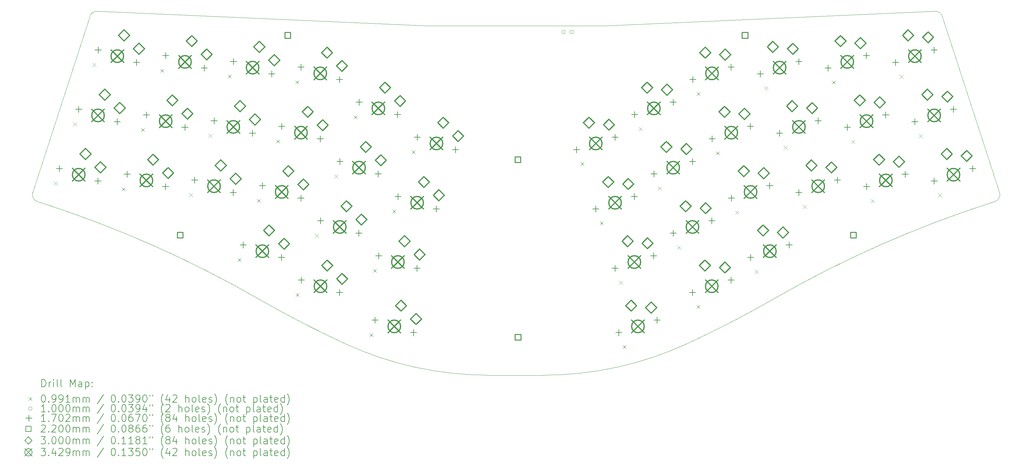
<source format=gbr>
%TF.GenerationSoftware,KiCad,Pcbnew,8.0.4*%
%TF.CreationDate,2024-09-01T13:46:44+07:00*%
%TF.ProjectId,ozprey,6f7a7072-6579-42e6-9b69-6361645f7063,1.0*%
%TF.SameCoordinates,Original*%
%TF.FileFunction,Drillmap*%
%TF.FilePolarity,Positive*%
%FSLAX45Y45*%
G04 Gerber Fmt 4.5, Leading zero omitted, Abs format (unit mm)*
G04 Created by KiCad (PCBNEW 8.0.4) date 2024-09-01 13:46:44*
%MOMM*%
%LPD*%
G01*
G04 APERTURE LIST*
%ADD10C,0.100000*%
%ADD11C,0.200000*%
%ADD12C,0.170180*%
%ADD13C,0.220000*%
%ADD14C,0.300000*%
%ADD15C,0.342900*%
G04 APERTURE END LIST*
D10*
X10135061Y-13955196D02*
G75*
G02*
X7772580Y-12733072I12267223J26608196D01*
G01*
X3175623Y-5021967D02*
X1616009Y-9822338D01*
X3175623Y-5021967D02*
G75*
G02*
X3382801Y-4884486I190207J-61789D01*
G01*
X21786510Y-12733071D02*
G75*
G02*
X19424031Y-13955196I-14629986J25386601D01*
G01*
X1744420Y-10074350D02*
X1930327Y-10134752D01*
X27943082Y-9822339D02*
X26383468Y-5021967D01*
X1930327Y-10134752D02*
G75*
G02*
X7772581Y-12733071I-9486547J-29197495D01*
G01*
X21786510Y-12733071D02*
G75*
G02*
X27628764Y-10134752I15328794J-26599159D01*
G01*
X12351273Y-5282085D02*
X3382801Y-4884486D01*
X14028776Y-14809547D02*
G75*
G02*
X10135061Y-13955195I-2J9299987D01*
G01*
X19424031Y-13955195D02*
G75*
G02*
X15530315Y-14809546I-3893707J8445615D01*
G01*
X12351273Y-5282085D02*
X17207140Y-5282085D01*
X26176290Y-4884487D02*
G75*
G02*
X26383469Y-5021966I16964J-199283D01*
G01*
X26176290Y-4884487D02*
X17207140Y-5282085D01*
X27628764Y-10134752D02*
X27814671Y-10074349D01*
X1744420Y-10074350D02*
G75*
G02*
X1616007Y-9822338I61814J190220D01*
G01*
X14028776Y-14809547D02*
X15530315Y-14809547D01*
X27943082Y-9822339D02*
G75*
G02*
X27814673Y-10074355I-190218J-61801D01*
G01*
D11*
D10*
X2195145Y-9530187D02*
X2294205Y-9629247D01*
X2294205Y-9530187D02*
X2195145Y-9629247D01*
X2720475Y-7913387D02*
X2819535Y-8012447D01*
X2819535Y-7913387D02*
X2720475Y-8012447D01*
X3245805Y-6296587D02*
X3344865Y-6395647D01*
X3344865Y-6296587D02*
X3245805Y-6395647D01*
X4036835Y-9686967D02*
X4135895Y-9786027D01*
X4135895Y-9686967D02*
X4036835Y-9786027D01*
X4562165Y-8070177D02*
X4661225Y-8169237D01*
X4661225Y-8070177D02*
X4562165Y-8169237D01*
X5087495Y-6453377D02*
X5186555Y-6552437D01*
X5186555Y-6453377D02*
X5087495Y-6552437D01*
X5878525Y-9843757D02*
X5977585Y-9942817D01*
X5977585Y-9843757D02*
X5878525Y-9942817D01*
X6403855Y-8226957D02*
X6502915Y-8326017D01*
X6502915Y-8226957D02*
X6403855Y-8326017D01*
X6929185Y-6610167D02*
X7028245Y-6709227D01*
X7028245Y-6610167D02*
X6929185Y-6709227D01*
X7194885Y-11617337D02*
X7293945Y-11716397D01*
X7293945Y-11617337D02*
X7194885Y-11716397D01*
X7720215Y-10000547D02*
X7819275Y-10099607D01*
X7819275Y-10000547D02*
X7720215Y-10099607D01*
X8245545Y-8383747D02*
X8344605Y-8482807D01*
X8344605Y-8383747D02*
X8245545Y-8482807D01*
X8770875Y-6766957D02*
X8869935Y-6866017D01*
X8869935Y-6766957D02*
X8770875Y-6866017D01*
X8777005Y-12573017D02*
X8876065Y-12672077D01*
X8876065Y-12573017D02*
X8777005Y-12672077D01*
X9302325Y-10956217D02*
X9401385Y-11055277D01*
X9401385Y-10956217D02*
X9302325Y-11055277D01*
X9827655Y-9339427D02*
X9926715Y-9438487D01*
X9926715Y-9339427D02*
X9827655Y-9438487D01*
X10352985Y-7722627D02*
X10452045Y-7821687D01*
X10452045Y-7722627D02*
X10352985Y-7821687D01*
X10787095Y-13667747D02*
X10886155Y-13766807D01*
X10886155Y-13667747D02*
X10787095Y-13766807D01*
X10884445Y-11911897D02*
X10983505Y-12010957D01*
X10983505Y-11911897D02*
X10884445Y-12010957D01*
X11409775Y-10295097D02*
X11508835Y-10394157D01*
X11508835Y-10295097D02*
X11409775Y-10394157D01*
X11935105Y-8678297D02*
X12034165Y-8777357D01*
X12034165Y-8678297D02*
X11935105Y-8777357D01*
X16532039Y-9000911D02*
X16631099Y-9099971D01*
X16631099Y-9000911D02*
X16532039Y-9099971D01*
X17057369Y-10617711D02*
X17156429Y-10716771D01*
X17156429Y-10617711D02*
X17057369Y-10716771D01*
X17582699Y-12234511D02*
X17681759Y-12333571D01*
X17681759Y-12234511D02*
X17582699Y-12333571D01*
X17680049Y-13990361D02*
X17779109Y-14089421D01*
X17779109Y-13990361D02*
X17680049Y-14089421D01*
X18114149Y-8045241D02*
X18213209Y-8144301D01*
X18213209Y-8045241D02*
X18114149Y-8144301D01*
X18639479Y-9662041D02*
X18738539Y-9761101D01*
X18738539Y-9662041D02*
X18639479Y-9761101D01*
X19164809Y-11278831D02*
X19263869Y-11377891D01*
X19263869Y-11278831D02*
X19164809Y-11377891D01*
X19690139Y-12895631D02*
X19789199Y-12994691D01*
X19789199Y-12895631D02*
X19690139Y-12994691D01*
X19696269Y-7089571D02*
X19795329Y-7188631D01*
X19795329Y-7089571D02*
X19696269Y-7188631D01*
X20221599Y-8706361D02*
X20320659Y-8805421D01*
X20320659Y-8706361D02*
X20221599Y-8805421D01*
X20746919Y-10323161D02*
X20845979Y-10422221D01*
X20845979Y-10323161D02*
X20746919Y-10422221D01*
X21272249Y-11939951D02*
X21371309Y-12039011D01*
X21371309Y-11939951D02*
X21272249Y-12039011D01*
X21537959Y-6932781D02*
X21637019Y-7031841D01*
X21637019Y-6932781D02*
X21537959Y-7031841D01*
X22063279Y-8549571D02*
X22162339Y-8648631D01*
X22162339Y-8549571D02*
X22063279Y-8648631D01*
X22588609Y-10166371D02*
X22687669Y-10265431D01*
X22687669Y-10166371D02*
X22588609Y-10265431D01*
X23379639Y-6775991D02*
X23478699Y-6875051D01*
X23478699Y-6775991D02*
X23379639Y-6875051D01*
X23904969Y-8392791D02*
X24004029Y-8491851D01*
X24004029Y-8392791D02*
X23904969Y-8491851D01*
X24430299Y-10009581D02*
X24529359Y-10108641D01*
X24529359Y-10009581D02*
X24430299Y-10108641D01*
X25221329Y-6619201D02*
X25320389Y-6718261D01*
X25320389Y-6619201D02*
X25221329Y-6718261D01*
X25746659Y-8236001D02*
X25845719Y-8335061D01*
X25845719Y-8236001D02*
X25746659Y-8335061D01*
X26271989Y-9852801D02*
X26371049Y-9951861D01*
X26371049Y-9852801D02*
X26271989Y-9951861D01*
X16120071Y-5447783D02*
G75*
G02*
X16020071Y-5447783I-50000J0D01*
G01*
X16020071Y-5447783D02*
G75*
G02*
X16120071Y-5447783I50000J0D01*
G01*
X16340071Y-5447783D02*
G75*
G02*
X16240071Y-5447783I-50000J0D01*
G01*
X16240071Y-5447783D02*
G75*
G02*
X16340071Y-5447783I50000J0D01*
G01*
D12*
X2347833Y-9086531D02*
X2347833Y-9256711D01*
X2262743Y-9171621D02*
X2432923Y-9171621D01*
X2873163Y-7469731D02*
X2873163Y-7639911D01*
X2788073Y-7554821D02*
X2958253Y-7554821D01*
X3393995Y-9426449D02*
X3393995Y-9596629D01*
X3308905Y-9511539D02*
X3479085Y-9511539D01*
X3398493Y-5852931D02*
X3398493Y-6023111D01*
X3313403Y-5938021D02*
X3483583Y-5938021D01*
X3919325Y-7809649D02*
X3919325Y-7979829D01*
X3834235Y-7894739D02*
X4004415Y-7894739D01*
X4189523Y-9243311D02*
X4189523Y-9413491D01*
X4104433Y-9328401D02*
X4274613Y-9328401D01*
X4444655Y-6192849D02*
X4444655Y-6363029D01*
X4359565Y-6277939D02*
X4529745Y-6277939D01*
X4714853Y-7626521D02*
X4714853Y-7796701D01*
X4629763Y-7711611D02*
X4799943Y-7711611D01*
X5235685Y-9583229D02*
X5235685Y-9753409D01*
X5150595Y-9668319D02*
X5320775Y-9668319D01*
X5240183Y-6009721D02*
X5240183Y-6179901D01*
X5155093Y-6094811D02*
X5325273Y-6094811D01*
X5761015Y-7966439D02*
X5761015Y-8136619D01*
X5675925Y-8051529D02*
X5846105Y-8051529D01*
X6031213Y-9400101D02*
X6031213Y-9570281D01*
X5946123Y-9485191D02*
X6116303Y-9485191D01*
X6286345Y-6349639D02*
X6286345Y-6519819D01*
X6201255Y-6434729D02*
X6371435Y-6434729D01*
X6556543Y-7783301D02*
X6556543Y-7953481D01*
X6471453Y-7868391D02*
X6641633Y-7868391D01*
X7077375Y-9740019D02*
X7077375Y-9910199D01*
X6992285Y-9825109D02*
X7162465Y-9825109D01*
X7081873Y-6166511D02*
X7081873Y-6336691D01*
X6996783Y-6251601D02*
X7166963Y-6251601D01*
X7347573Y-11173681D02*
X7347573Y-11343861D01*
X7262483Y-11258771D02*
X7432663Y-11258771D01*
X7602705Y-8123219D02*
X7602705Y-8293399D01*
X7517615Y-8208309D02*
X7687795Y-8208309D01*
X7872903Y-9556891D02*
X7872903Y-9727071D01*
X7787813Y-9641981D02*
X7957993Y-9641981D01*
X8128035Y-6506429D02*
X8128035Y-6676609D01*
X8042945Y-6591519D02*
X8213125Y-6591519D01*
X8393735Y-11513599D02*
X8393735Y-11683779D01*
X8308645Y-11598689D02*
X8478825Y-11598689D01*
X8398233Y-7940091D02*
X8398233Y-8110271D01*
X8313143Y-8025181D02*
X8483323Y-8025181D01*
X8919065Y-9896809D02*
X8919065Y-10066989D01*
X8833975Y-9981899D02*
X9004155Y-9981899D01*
X8923563Y-6323301D02*
X8923563Y-6493481D01*
X8838473Y-6408391D02*
X9008653Y-6408391D01*
X8929693Y-12129361D02*
X8929693Y-12299541D01*
X8844603Y-12214451D02*
X9014783Y-12214451D01*
X9444395Y-8280009D02*
X9444395Y-8450189D01*
X9359305Y-8365099D02*
X9529485Y-8365099D01*
X9455013Y-10512561D02*
X9455013Y-10682741D01*
X9369923Y-10597651D02*
X9540103Y-10597651D01*
X9969725Y-6663219D02*
X9969725Y-6833399D01*
X9884635Y-6748309D02*
X10054815Y-6748309D01*
X9975855Y-12469279D02*
X9975855Y-12639459D01*
X9890765Y-12554369D02*
X10060945Y-12554369D01*
X9980343Y-8895771D02*
X9980343Y-9065951D01*
X9895253Y-8980861D02*
X10065433Y-8980861D01*
X10501175Y-10852479D02*
X10501175Y-11022659D01*
X10416085Y-10937569D02*
X10586265Y-10937569D01*
X10505673Y-7278971D02*
X10505673Y-7449151D01*
X10420583Y-7364061D02*
X10590763Y-7364061D01*
X10939783Y-13224091D02*
X10939783Y-13394271D01*
X10854693Y-13309181D02*
X11024873Y-13309181D01*
X11026505Y-9235689D02*
X11026505Y-9405869D01*
X10941415Y-9320779D02*
X11111595Y-9320779D01*
X11037133Y-11468241D02*
X11037133Y-11638421D01*
X10952043Y-11553331D02*
X11122223Y-11553331D01*
X11551835Y-7618889D02*
X11551835Y-7789069D01*
X11466745Y-7703979D02*
X11636925Y-7703979D01*
X11562463Y-9851441D02*
X11562463Y-10021621D01*
X11477373Y-9936531D02*
X11647553Y-9936531D01*
X11985945Y-13564009D02*
X11985945Y-13734189D01*
X11900855Y-13649099D02*
X12071035Y-13649099D01*
X12083295Y-11808159D02*
X12083295Y-11978339D01*
X11998205Y-11893249D02*
X12168385Y-11893249D01*
X12087793Y-8234641D02*
X12087793Y-8404821D01*
X12002703Y-8319731D02*
X12172883Y-8319731D01*
X12608625Y-10191359D02*
X12608625Y-10361539D01*
X12523535Y-10276449D02*
X12693715Y-10276449D01*
X13133955Y-8574559D02*
X13133955Y-8744739D01*
X13048865Y-8659649D02*
X13219045Y-8659649D01*
X16425153Y-8574559D02*
X16425153Y-8744739D01*
X16340063Y-8659649D02*
X16510243Y-8659649D01*
X16950483Y-10191359D02*
X16950483Y-10361539D01*
X16865393Y-10276449D02*
X17035573Y-10276449D01*
X17471315Y-8234641D02*
X17471315Y-8404821D01*
X17386225Y-8319731D02*
X17556405Y-8319731D01*
X17475813Y-11808159D02*
X17475813Y-11978339D01*
X17390723Y-11893249D02*
X17560903Y-11893249D01*
X17573163Y-13564009D02*
X17573163Y-13734189D01*
X17488073Y-13649099D02*
X17658253Y-13649099D01*
X17996645Y-9851441D02*
X17996645Y-10021621D01*
X17911555Y-9936531D02*
X18081735Y-9936531D01*
X18007263Y-7618889D02*
X18007263Y-7789069D01*
X17922173Y-7703979D02*
X18092353Y-7703979D01*
X18521975Y-11468241D02*
X18521975Y-11638421D01*
X18436885Y-11553331D02*
X18607065Y-11553331D01*
X18532593Y-9235689D02*
X18532593Y-9405869D01*
X18447503Y-9320779D02*
X18617683Y-9320779D01*
X18619325Y-13224091D02*
X18619325Y-13394271D01*
X18534235Y-13309181D02*
X18704415Y-13309181D01*
X19053425Y-7278971D02*
X19053425Y-7449151D01*
X18968335Y-7364061D02*
X19138515Y-7364061D01*
X19057923Y-10852479D02*
X19057923Y-11022659D01*
X18972833Y-10937569D02*
X19143013Y-10937569D01*
X19578755Y-8895771D02*
X19578755Y-9065951D01*
X19493665Y-8980861D02*
X19663845Y-8980861D01*
X19583253Y-12469279D02*
X19583253Y-12639459D01*
X19498163Y-12554369D02*
X19668343Y-12554369D01*
X19589383Y-6663219D02*
X19589383Y-6833399D01*
X19504293Y-6748309D02*
X19674473Y-6748309D01*
X20104085Y-10512561D02*
X20104085Y-10682741D01*
X20018995Y-10597651D02*
X20189175Y-10597651D01*
X20114713Y-8280009D02*
X20114713Y-8450189D01*
X20029623Y-8365099D02*
X20199803Y-8365099D01*
X20629415Y-12129361D02*
X20629415Y-12299541D01*
X20544325Y-12214451D02*
X20714505Y-12214451D01*
X20635545Y-6323301D02*
X20635545Y-6493481D01*
X20550455Y-6408391D02*
X20720635Y-6408391D01*
X20640033Y-9896809D02*
X20640033Y-10066989D01*
X20554943Y-9981899D02*
X20725123Y-9981899D01*
X21160875Y-7940091D02*
X21160875Y-8110271D01*
X21075785Y-8025181D02*
X21245965Y-8025181D01*
X21165363Y-11513599D02*
X21165363Y-11683779D01*
X21080273Y-11598689D02*
X21250453Y-11598689D01*
X21431073Y-6506429D02*
X21431073Y-6676609D01*
X21345983Y-6591519D02*
X21516163Y-6591519D01*
X21686195Y-9556891D02*
X21686195Y-9727071D01*
X21601105Y-9641981D02*
X21771285Y-9641981D01*
X21956393Y-8123219D02*
X21956393Y-8293399D01*
X21871303Y-8208309D02*
X22041483Y-8208309D01*
X22211525Y-11173681D02*
X22211525Y-11343861D01*
X22126435Y-11258771D02*
X22296615Y-11258771D01*
X22477235Y-6166511D02*
X22477235Y-6336691D01*
X22392145Y-6251601D02*
X22562325Y-6251601D01*
X22481723Y-9740019D02*
X22481723Y-9910199D01*
X22396633Y-9825109D02*
X22566813Y-9825109D01*
X23002555Y-7783301D02*
X23002555Y-7953481D01*
X22917465Y-7868391D02*
X23087645Y-7868391D01*
X23272753Y-6349639D02*
X23272753Y-6519819D01*
X23187663Y-6434729D02*
X23357843Y-6434729D01*
X23527885Y-9400101D02*
X23527885Y-9570281D01*
X23442795Y-9485191D02*
X23612975Y-9485191D01*
X23798083Y-7966439D02*
X23798083Y-8136619D01*
X23712993Y-8051529D02*
X23883173Y-8051529D01*
X24318915Y-6009721D02*
X24318915Y-6179901D01*
X24233825Y-6094811D02*
X24404005Y-6094811D01*
X24323413Y-9583229D02*
X24323413Y-9753409D01*
X24238323Y-9668319D02*
X24408503Y-9668319D01*
X24844245Y-7626521D02*
X24844245Y-7796701D01*
X24759155Y-7711611D02*
X24929335Y-7711611D01*
X25114443Y-6192849D02*
X25114443Y-6363029D01*
X25029353Y-6277939D02*
X25199533Y-6277939D01*
X25369575Y-9243311D02*
X25369575Y-9413491D01*
X25284485Y-9328401D02*
X25454665Y-9328401D01*
X25639773Y-7809649D02*
X25639773Y-7979829D01*
X25554683Y-7894739D02*
X25724863Y-7894739D01*
X26160605Y-5852931D02*
X26160605Y-6023111D01*
X26075515Y-5938021D02*
X26245695Y-5938021D01*
X26165103Y-9426449D02*
X26165103Y-9596629D01*
X26080013Y-9511539D02*
X26250193Y-9511539D01*
X26685935Y-7469731D02*
X26685935Y-7639911D01*
X26600845Y-7554821D02*
X26771025Y-7554821D01*
X27211265Y-9086531D02*
X27211265Y-9256711D01*
X27126175Y-9171621D02*
X27296355Y-9171621D01*
D13*
X5705726Y-11065563D02*
X5705726Y-10909998D01*
X5550161Y-10909998D01*
X5550161Y-11065563D01*
X5705726Y-11065563D01*
X8637856Y-5615562D02*
X8637856Y-5459998D01*
X8482291Y-5459998D01*
X8482291Y-5615562D01*
X8637856Y-5615562D01*
X14902853Y-9005566D02*
X14902853Y-8850001D01*
X14747288Y-8850001D01*
X14747288Y-9005566D01*
X14902853Y-9005566D01*
X14905726Y-13850192D02*
X14905726Y-13694627D01*
X14750161Y-13694627D01*
X14750161Y-13850192D01*
X14905726Y-13850192D01*
X21087856Y-5615562D02*
X21087856Y-5459998D01*
X20932291Y-5459998D01*
X20932291Y-5615562D01*
X21087856Y-5615562D01*
X24037856Y-11065563D02*
X24037856Y-10909998D01*
X23882291Y-10909998D01*
X23882291Y-11065563D01*
X24037856Y-11065563D01*
D14*
X3054779Y-8925701D02*
X3204779Y-8775701D01*
X3054779Y-8625701D01*
X2904779Y-8775701D01*
X3054779Y-8925701D01*
X3462323Y-9289442D02*
X3612323Y-9139442D01*
X3462323Y-8989442D01*
X3312323Y-9139442D01*
X3462323Y-9289442D01*
X3580109Y-7308901D02*
X3730109Y-7158901D01*
X3580109Y-7008901D01*
X3430109Y-7158901D01*
X3580109Y-7308901D01*
X3987653Y-7672642D02*
X4137653Y-7522642D01*
X3987653Y-7372642D01*
X3837653Y-7522642D01*
X3987653Y-7672642D01*
X4105439Y-5692101D02*
X4255439Y-5542101D01*
X4105439Y-5392101D01*
X3955439Y-5542101D01*
X4105439Y-5692101D01*
X4512983Y-6055842D02*
X4662983Y-5905842D01*
X4512983Y-5755842D01*
X4362983Y-5905842D01*
X4512983Y-6055842D01*
X4896469Y-9082481D02*
X5046469Y-8932481D01*
X4896469Y-8782481D01*
X4746469Y-8932481D01*
X4896469Y-9082481D01*
X5304013Y-9446222D02*
X5454013Y-9296222D01*
X5304013Y-9146222D01*
X5154013Y-9296222D01*
X5304013Y-9446222D01*
X5421799Y-7465691D02*
X5571799Y-7315691D01*
X5421799Y-7165691D01*
X5271799Y-7315691D01*
X5421799Y-7465691D01*
X5829343Y-7829432D02*
X5979343Y-7679432D01*
X5829343Y-7529432D01*
X5679343Y-7679432D01*
X5829343Y-7829432D01*
X5947129Y-5848891D02*
X6097129Y-5698891D01*
X5947129Y-5548891D01*
X5797129Y-5698891D01*
X5947129Y-5848891D01*
X6354673Y-6212632D02*
X6504673Y-6062632D01*
X6354673Y-5912632D01*
X6204673Y-6062632D01*
X6354673Y-6212632D01*
X6738159Y-9239271D02*
X6888159Y-9089271D01*
X6738159Y-8939271D01*
X6588159Y-9089271D01*
X6738159Y-9239271D01*
X7145703Y-9603012D02*
X7295703Y-9453012D01*
X7145703Y-9303012D01*
X6995703Y-9453012D01*
X7145703Y-9603012D01*
X7263489Y-7622471D02*
X7413489Y-7472471D01*
X7263489Y-7322471D01*
X7113489Y-7472471D01*
X7263489Y-7622471D01*
X7671033Y-7986212D02*
X7821033Y-7836212D01*
X7671033Y-7686212D01*
X7521033Y-7836212D01*
X7671033Y-7986212D01*
X7788819Y-6005681D02*
X7938819Y-5855681D01*
X7788819Y-5705681D01*
X7638819Y-5855681D01*
X7788819Y-6005681D01*
X8054519Y-11012851D02*
X8204519Y-10862851D01*
X8054519Y-10712851D01*
X7904519Y-10862851D01*
X8054519Y-11012851D01*
X8196363Y-6369422D02*
X8346363Y-6219422D01*
X8196363Y-6069422D01*
X8046363Y-6219422D01*
X8196363Y-6369422D01*
X8462063Y-11376592D02*
X8612063Y-11226592D01*
X8462063Y-11076592D01*
X8312063Y-11226592D01*
X8462063Y-11376592D01*
X8579849Y-9396061D02*
X8729849Y-9246061D01*
X8579849Y-9096061D01*
X8429849Y-9246061D01*
X8579849Y-9396061D01*
X8987393Y-9759802D02*
X9137393Y-9609802D01*
X8987393Y-9459802D01*
X8837393Y-9609802D01*
X8987393Y-9759802D01*
X9105179Y-7779261D02*
X9255179Y-7629261D01*
X9105179Y-7479261D01*
X8955179Y-7629261D01*
X9105179Y-7779261D01*
X9512723Y-8143002D02*
X9662723Y-7993002D01*
X9512723Y-7843002D01*
X9362723Y-7993002D01*
X9512723Y-8143002D01*
X9630509Y-6162471D02*
X9780509Y-6012471D01*
X9630509Y-5862471D01*
X9480509Y-6012471D01*
X9630509Y-6162471D01*
X9636639Y-11968531D02*
X9786639Y-11818531D01*
X9636639Y-11668531D01*
X9486639Y-11818531D01*
X9636639Y-11968531D01*
X10038053Y-6526212D02*
X10188053Y-6376212D01*
X10038053Y-6226212D01*
X9888053Y-6376212D01*
X10038053Y-6526212D01*
X10044183Y-12332272D02*
X10194183Y-12182272D01*
X10044183Y-12032272D01*
X9894183Y-12182272D01*
X10044183Y-12332272D01*
X10161959Y-10351731D02*
X10311959Y-10201731D01*
X10161959Y-10051731D01*
X10011959Y-10201731D01*
X10161959Y-10351731D01*
X10569503Y-10715472D02*
X10719503Y-10565472D01*
X10569503Y-10415472D01*
X10419503Y-10565472D01*
X10569503Y-10715472D01*
X10687289Y-8734941D02*
X10837289Y-8584941D01*
X10687289Y-8434941D01*
X10537289Y-8584941D01*
X10687289Y-8734941D01*
X11094833Y-9098682D02*
X11244833Y-8948682D01*
X11094833Y-8798682D01*
X10944833Y-8948682D01*
X11094833Y-9098682D01*
X11212619Y-7118141D02*
X11362619Y-6968141D01*
X11212619Y-6818141D01*
X11062619Y-6968141D01*
X11212619Y-7118141D01*
X11620163Y-7481882D02*
X11770163Y-7331882D01*
X11620163Y-7181882D01*
X11470163Y-7331882D01*
X11620163Y-7481882D01*
X11646729Y-13063261D02*
X11796729Y-12913261D01*
X11646729Y-12763261D01*
X11496729Y-12913261D01*
X11646729Y-13063261D01*
X11744079Y-11307411D02*
X11894079Y-11157411D01*
X11744079Y-11007411D01*
X11594079Y-11157411D01*
X11744079Y-11307411D01*
X12054273Y-13427002D02*
X12204273Y-13277002D01*
X12054273Y-13127002D01*
X11904273Y-13277002D01*
X12054273Y-13427002D01*
X12151623Y-11671152D02*
X12301623Y-11521152D01*
X12151623Y-11371152D01*
X12001623Y-11521152D01*
X12151623Y-11671152D01*
X12269409Y-9690611D02*
X12419409Y-9540611D01*
X12269409Y-9390611D01*
X12119409Y-9540611D01*
X12269409Y-9690611D01*
X12676953Y-10054352D02*
X12826953Y-9904352D01*
X12676953Y-9754352D01*
X12526953Y-9904352D01*
X12676953Y-10054352D01*
X12794739Y-8073811D02*
X12944739Y-7923811D01*
X12794739Y-7773811D01*
X12644739Y-7923811D01*
X12794739Y-8073811D01*
X13202283Y-8437552D02*
X13352283Y-8287552D01*
X13202283Y-8137552D01*
X13052283Y-8287552D01*
X13202283Y-8437552D01*
X16764369Y-8073811D02*
X16914369Y-7923811D01*
X16764369Y-7773811D01*
X16614369Y-7923811D01*
X16764369Y-8073811D01*
X17289699Y-9690611D02*
X17439699Y-9540611D01*
X17289699Y-9390611D01*
X17139699Y-9540611D01*
X17289699Y-9690611D01*
X17307881Y-8128535D02*
X17457881Y-7978535D01*
X17307881Y-7828535D01*
X17157881Y-7978535D01*
X17307881Y-8128535D01*
X17815029Y-11307411D02*
X17965029Y-11157411D01*
X17815029Y-11007411D01*
X17665029Y-11157411D01*
X17815029Y-11307411D01*
X17833211Y-9745335D02*
X17983211Y-9595335D01*
X17833211Y-9445335D01*
X17683211Y-9595335D01*
X17833211Y-9745335D01*
X17912379Y-13063261D02*
X18062379Y-12913261D01*
X17912379Y-12763261D01*
X17762379Y-12913261D01*
X17912379Y-13063261D01*
X18346479Y-7118141D02*
X18496479Y-6968141D01*
X18346479Y-6818141D01*
X18196479Y-6968141D01*
X18346479Y-7118141D01*
X18358541Y-11362135D02*
X18508541Y-11212135D01*
X18358541Y-11062135D01*
X18208541Y-11212135D01*
X18358541Y-11362135D01*
X18455891Y-13117985D02*
X18605891Y-12967985D01*
X18455891Y-12817985D01*
X18305891Y-12967985D01*
X18455891Y-13117985D01*
X18871809Y-8734941D02*
X19021809Y-8584941D01*
X18871809Y-8434941D01*
X18721809Y-8584941D01*
X18871809Y-8734941D01*
X18889991Y-7172865D02*
X19039991Y-7022865D01*
X18889991Y-6872865D01*
X18739991Y-7022865D01*
X18889991Y-7172865D01*
X19397139Y-10351731D02*
X19547139Y-10201731D01*
X19397139Y-10051731D01*
X19247139Y-10201731D01*
X19397139Y-10351731D01*
X19415321Y-8789665D02*
X19565321Y-8639665D01*
X19415321Y-8489665D01*
X19265321Y-8639665D01*
X19415321Y-8789665D01*
X19922469Y-11968531D02*
X20072469Y-11818531D01*
X19922469Y-11668531D01*
X19772469Y-11818531D01*
X19922469Y-11968531D01*
X19928599Y-6162471D02*
X20078599Y-6012471D01*
X19928599Y-5862471D01*
X19778599Y-6012471D01*
X19928599Y-6162471D01*
X19940651Y-10406455D02*
X20090651Y-10256455D01*
X19940651Y-10106455D01*
X19790651Y-10256455D01*
X19940651Y-10406455D01*
X20453929Y-7779261D02*
X20603929Y-7629261D01*
X20453929Y-7479261D01*
X20303929Y-7629261D01*
X20453929Y-7779261D01*
X20465981Y-12023255D02*
X20615981Y-11873255D01*
X20465981Y-11723255D01*
X20315981Y-11873255D01*
X20465981Y-12023255D01*
X20472111Y-6217195D02*
X20622111Y-6067195D01*
X20472111Y-5917195D01*
X20322111Y-6067195D01*
X20472111Y-6217195D01*
X20979249Y-9396061D02*
X21129249Y-9246061D01*
X20979249Y-9096061D01*
X20829249Y-9246061D01*
X20979249Y-9396061D01*
X20997441Y-7833985D02*
X21147441Y-7683985D01*
X20997441Y-7533985D01*
X20847441Y-7683985D01*
X20997441Y-7833985D01*
X21504579Y-11012851D02*
X21654579Y-10862851D01*
X21504579Y-10712851D01*
X21354579Y-10862851D01*
X21504579Y-11012851D01*
X21522761Y-9450785D02*
X21672761Y-9300785D01*
X21522761Y-9150785D01*
X21372761Y-9300785D01*
X21522761Y-9450785D01*
X21770289Y-6005681D02*
X21920289Y-5855681D01*
X21770289Y-5705681D01*
X21620289Y-5855681D01*
X21770289Y-6005681D01*
X22048091Y-11067575D02*
X22198091Y-10917575D01*
X22048091Y-10767575D01*
X21898091Y-10917575D01*
X22048091Y-11067575D01*
X22295609Y-7622471D02*
X22445609Y-7472471D01*
X22295609Y-7322471D01*
X22145609Y-7472471D01*
X22295609Y-7622471D01*
X22313801Y-6060405D02*
X22463801Y-5910405D01*
X22313801Y-5760405D01*
X22163801Y-5910405D01*
X22313801Y-6060405D01*
X22820939Y-9239271D02*
X22970939Y-9089271D01*
X22820939Y-8939271D01*
X22670939Y-9089271D01*
X22820939Y-9239271D01*
X22839121Y-7677195D02*
X22989121Y-7527195D01*
X22839121Y-7377195D01*
X22689121Y-7527195D01*
X22839121Y-7677195D01*
X23364451Y-9293995D02*
X23514451Y-9143995D01*
X23364451Y-8993995D01*
X23214451Y-9143995D01*
X23364451Y-9293995D01*
X23611969Y-5848891D02*
X23761969Y-5698891D01*
X23611969Y-5548891D01*
X23461969Y-5698891D01*
X23611969Y-5848891D01*
X24137299Y-7465691D02*
X24287299Y-7315691D01*
X24137299Y-7165691D01*
X23987299Y-7315691D01*
X24137299Y-7465691D01*
X24155481Y-5903615D02*
X24305481Y-5753615D01*
X24155481Y-5603615D01*
X24005481Y-5753615D01*
X24155481Y-5903615D01*
X24662629Y-9082481D02*
X24812629Y-8932481D01*
X24662629Y-8782481D01*
X24512629Y-8932481D01*
X24662629Y-9082481D01*
X24680811Y-7520415D02*
X24830811Y-7370415D01*
X24680811Y-7220415D01*
X24530811Y-7370415D01*
X24680811Y-7520415D01*
X25206141Y-9137205D02*
X25356141Y-8987205D01*
X25206141Y-8837205D01*
X25056141Y-8987205D01*
X25206141Y-9137205D01*
X25453659Y-5692101D02*
X25603659Y-5542101D01*
X25453659Y-5392101D01*
X25303659Y-5542101D01*
X25453659Y-5692101D01*
X25978989Y-7308901D02*
X26128989Y-7158901D01*
X25978989Y-7008901D01*
X25828989Y-7158901D01*
X25978989Y-7308901D01*
X25997171Y-5746825D02*
X26147171Y-5596825D01*
X25997171Y-5446825D01*
X25847171Y-5596825D01*
X25997171Y-5746825D01*
X26504319Y-8925701D02*
X26654319Y-8775701D01*
X26504319Y-8625701D01*
X26354319Y-8775701D01*
X26504319Y-8925701D01*
X26522501Y-7363625D02*
X26672501Y-7213625D01*
X26522501Y-7063625D01*
X26372501Y-7213625D01*
X26522501Y-7363625D01*
X27047831Y-8980425D02*
X27197831Y-8830425D01*
X27047831Y-8680425D01*
X26897831Y-8830425D01*
X27047831Y-8980425D01*
D15*
X2699464Y-9170130D02*
X3042364Y-9513030D01*
X3042364Y-9170130D02*
X2699464Y-9513030D01*
X3042364Y-9341580D02*
G75*
G02*
X2699464Y-9341580I-171450J0D01*
G01*
X2699464Y-9341580D02*
G75*
G02*
X3042364Y-9341580I171450J0D01*
G01*
X3224794Y-7553330D02*
X3567694Y-7896230D01*
X3567694Y-7553330D02*
X3224794Y-7896230D01*
X3567694Y-7724780D02*
G75*
G02*
X3224794Y-7724780I-171450J0D01*
G01*
X3224794Y-7724780D02*
G75*
G02*
X3567694Y-7724780I171450J0D01*
G01*
X3750124Y-5936530D02*
X4093024Y-6279430D01*
X4093024Y-5936530D02*
X3750124Y-6279430D01*
X4093024Y-6107980D02*
G75*
G02*
X3750124Y-6107980I-171450J0D01*
G01*
X3750124Y-6107980D02*
G75*
G02*
X4093024Y-6107980I171450J0D01*
G01*
X4541154Y-9326910D02*
X4884054Y-9669810D01*
X4884054Y-9326910D02*
X4541154Y-9669810D01*
X4884054Y-9498360D02*
G75*
G02*
X4541154Y-9498360I-171450J0D01*
G01*
X4541154Y-9498360D02*
G75*
G02*
X4884054Y-9498360I171450J0D01*
G01*
X5066484Y-7710120D02*
X5409384Y-8053020D01*
X5409384Y-7710120D02*
X5066484Y-8053020D01*
X5409384Y-7881570D02*
G75*
G02*
X5066484Y-7881570I-171450J0D01*
G01*
X5066484Y-7881570D02*
G75*
G02*
X5409384Y-7881570I171450J0D01*
G01*
X5591814Y-6093320D02*
X5934714Y-6436220D01*
X5934714Y-6093320D02*
X5591814Y-6436220D01*
X5934714Y-6264770D02*
G75*
G02*
X5591814Y-6264770I-171450J0D01*
G01*
X5591814Y-6264770D02*
G75*
G02*
X5934714Y-6264770I171450J0D01*
G01*
X6382844Y-9483700D02*
X6725744Y-9826600D01*
X6725744Y-9483700D02*
X6382844Y-9826600D01*
X6725744Y-9655150D02*
G75*
G02*
X6382844Y-9655150I-171450J0D01*
G01*
X6382844Y-9655150D02*
G75*
G02*
X6725744Y-9655150I171450J0D01*
G01*
X6908174Y-7866900D02*
X7251074Y-8209800D01*
X7251074Y-7866900D02*
X6908174Y-8209800D01*
X7251074Y-8038350D02*
G75*
G02*
X6908174Y-8038350I-171450J0D01*
G01*
X6908174Y-8038350D02*
G75*
G02*
X7251074Y-8038350I171450J0D01*
G01*
X7433504Y-6250110D02*
X7776404Y-6593010D01*
X7776404Y-6250110D02*
X7433504Y-6593010D01*
X7776404Y-6421560D02*
G75*
G02*
X7433504Y-6421560I-171450J0D01*
G01*
X7433504Y-6421560D02*
G75*
G02*
X7776404Y-6421560I171450J0D01*
G01*
X7699204Y-11257280D02*
X8042104Y-11600180D01*
X8042104Y-11257280D02*
X7699204Y-11600180D01*
X8042104Y-11428730D02*
G75*
G02*
X7699204Y-11428730I-171450J0D01*
G01*
X7699204Y-11428730D02*
G75*
G02*
X8042104Y-11428730I171450J0D01*
G01*
X8224534Y-9640490D02*
X8567434Y-9983390D01*
X8567434Y-9640490D02*
X8224534Y-9983390D01*
X8567434Y-9811940D02*
G75*
G02*
X8224534Y-9811940I-171450J0D01*
G01*
X8224534Y-9811940D02*
G75*
G02*
X8567434Y-9811940I171450J0D01*
G01*
X8749864Y-8023690D02*
X9092764Y-8366590D01*
X9092764Y-8023690D02*
X8749864Y-8366590D01*
X9092764Y-8195140D02*
G75*
G02*
X8749864Y-8195140I-171450J0D01*
G01*
X8749864Y-8195140D02*
G75*
G02*
X9092764Y-8195140I171450J0D01*
G01*
X9275194Y-6406900D02*
X9618094Y-6749800D01*
X9618094Y-6406900D02*
X9275194Y-6749800D01*
X9618094Y-6578350D02*
G75*
G02*
X9275194Y-6578350I-171450J0D01*
G01*
X9275194Y-6578350D02*
G75*
G02*
X9618094Y-6578350I171450J0D01*
G01*
X9281324Y-12212960D02*
X9624224Y-12555860D01*
X9624224Y-12212960D02*
X9281324Y-12555860D01*
X9624224Y-12384410D02*
G75*
G02*
X9281324Y-12384410I-171450J0D01*
G01*
X9281324Y-12384410D02*
G75*
G02*
X9624224Y-12384410I171450J0D01*
G01*
X9806644Y-10596160D02*
X10149544Y-10939060D01*
X10149544Y-10596160D02*
X9806644Y-10939060D01*
X10149544Y-10767610D02*
G75*
G02*
X9806644Y-10767610I-171450J0D01*
G01*
X9806644Y-10767610D02*
G75*
G02*
X10149544Y-10767610I171450J0D01*
G01*
X10331974Y-8979370D02*
X10674874Y-9322270D01*
X10674874Y-8979370D02*
X10331974Y-9322270D01*
X10674874Y-9150820D02*
G75*
G02*
X10331974Y-9150820I-171450J0D01*
G01*
X10331974Y-9150820D02*
G75*
G02*
X10674874Y-9150820I171450J0D01*
G01*
X10857304Y-7362570D02*
X11200204Y-7705470D01*
X11200204Y-7362570D02*
X10857304Y-7705470D01*
X11200204Y-7534020D02*
G75*
G02*
X10857304Y-7534020I-171450J0D01*
G01*
X10857304Y-7534020D02*
G75*
G02*
X11200204Y-7534020I171450J0D01*
G01*
X11291414Y-13307690D02*
X11634314Y-13650590D01*
X11634314Y-13307690D02*
X11291414Y-13650590D01*
X11634314Y-13479140D02*
G75*
G02*
X11291414Y-13479140I-171450J0D01*
G01*
X11291414Y-13479140D02*
G75*
G02*
X11634314Y-13479140I171450J0D01*
G01*
X11388764Y-11551840D02*
X11731664Y-11894740D01*
X11731664Y-11551840D02*
X11388764Y-11894740D01*
X11731664Y-11723290D02*
G75*
G02*
X11388764Y-11723290I-171450J0D01*
G01*
X11388764Y-11723290D02*
G75*
G02*
X11731664Y-11723290I171450J0D01*
G01*
X11914094Y-9935040D02*
X12256994Y-10277940D01*
X12256994Y-9935040D02*
X11914094Y-10277940D01*
X12256994Y-10106490D02*
G75*
G02*
X11914094Y-10106490I-171450J0D01*
G01*
X11914094Y-10106490D02*
G75*
G02*
X12256994Y-10106490I171450J0D01*
G01*
X12439424Y-8318240D02*
X12782324Y-8661140D01*
X12782324Y-8318240D02*
X12439424Y-8661140D01*
X12782324Y-8489690D02*
G75*
G02*
X12439424Y-8489690I-171450J0D01*
G01*
X12439424Y-8489690D02*
G75*
G02*
X12782324Y-8489690I171450J0D01*
G01*
X16776784Y-8318240D02*
X17119684Y-8661140D01*
X17119684Y-8318240D02*
X16776784Y-8661140D01*
X17119684Y-8489690D02*
G75*
G02*
X16776784Y-8489690I-171450J0D01*
G01*
X16776784Y-8489690D02*
G75*
G02*
X17119684Y-8489690I171450J0D01*
G01*
X17302114Y-9935040D02*
X17645014Y-10277940D01*
X17645014Y-9935040D02*
X17302114Y-10277940D01*
X17645014Y-10106490D02*
G75*
G02*
X17302114Y-10106490I-171450J0D01*
G01*
X17302114Y-10106490D02*
G75*
G02*
X17645014Y-10106490I171450J0D01*
G01*
X17827444Y-11551840D02*
X18170344Y-11894740D01*
X18170344Y-11551840D02*
X17827444Y-11894740D01*
X18170344Y-11723290D02*
G75*
G02*
X17827444Y-11723290I-171450J0D01*
G01*
X17827444Y-11723290D02*
G75*
G02*
X18170344Y-11723290I171450J0D01*
G01*
X17924794Y-13307690D02*
X18267694Y-13650590D01*
X18267694Y-13307690D02*
X17924794Y-13650590D01*
X18267694Y-13479140D02*
G75*
G02*
X17924794Y-13479140I-171450J0D01*
G01*
X17924794Y-13479140D02*
G75*
G02*
X18267694Y-13479140I171450J0D01*
G01*
X18358894Y-7362570D02*
X18701794Y-7705470D01*
X18701794Y-7362570D02*
X18358894Y-7705470D01*
X18701794Y-7534020D02*
G75*
G02*
X18358894Y-7534020I-171450J0D01*
G01*
X18358894Y-7534020D02*
G75*
G02*
X18701794Y-7534020I171450J0D01*
G01*
X18884224Y-8979370D02*
X19227124Y-9322270D01*
X19227124Y-8979370D02*
X18884224Y-9322270D01*
X19227124Y-9150820D02*
G75*
G02*
X18884224Y-9150820I-171450J0D01*
G01*
X18884224Y-9150820D02*
G75*
G02*
X19227124Y-9150820I171450J0D01*
G01*
X19409554Y-10596160D02*
X19752454Y-10939060D01*
X19752454Y-10596160D02*
X19409554Y-10939060D01*
X19752454Y-10767610D02*
G75*
G02*
X19409554Y-10767610I-171450J0D01*
G01*
X19409554Y-10767610D02*
G75*
G02*
X19752454Y-10767610I171450J0D01*
G01*
X19934884Y-12212960D02*
X20277784Y-12555860D01*
X20277784Y-12212960D02*
X19934884Y-12555860D01*
X20277784Y-12384410D02*
G75*
G02*
X19934884Y-12384410I-171450J0D01*
G01*
X19934884Y-12384410D02*
G75*
G02*
X20277784Y-12384410I171450J0D01*
G01*
X19941014Y-6406900D02*
X20283914Y-6749800D01*
X20283914Y-6406900D02*
X19941014Y-6749800D01*
X20283914Y-6578350D02*
G75*
G02*
X19941014Y-6578350I-171450J0D01*
G01*
X19941014Y-6578350D02*
G75*
G02*
X20283914Y-6578350I171450J0D01*
G01*
X20466344Y-8023690D02*
X20809244Y-8366590D01*
X20809244Y-8023690D02*
X20466344Y-8366590D01*
X20809244Y-8195140D02*
G75*
G02*
X20466344Y-8195140I-171450J0D01*
G01*
X20466344Y-8195140D02*
G75*
G02*
X20809244Y-8195140I171450J0D01*
G01*
X20991664Y-9640490D02*
X21334564Y-9983390D01*
X21334564Y-9640490D02*
X20991664Y-9983390D01*
X21334564Y-9811940D02*
G75*
G02*
X20991664Y-9811940I-171450J0D01*
G01*
X20991664Y-9811940D02*
G75*
G02*
X21334564Y-9811940I171450J0D01*
G01*
X21516994Y-11257280D02*
X21859894Y-11600180D01*
X21859894Y-11257280D02*
X21516994Y-11600180D01*
X21859894Y-11428730D02*
G75*
G02*
X21516994Y-11428730I-171450J0D01*
G01*
X21516994Y-11428730D02*
G75*
G02*
X21859894Y-11428730I171450J0D01*
G01*
X21782704Y-6250110D02*
X22125604Y-6593010D01*
X22125604Y-6250110D02*
X21782704Y-6593010D01*
X22125604Y-6421560D02*
G75*
G02*
X21782704Y-6421560I-171450J0D01*
G01*
X21782704Y-6421560D02*
G75*
G02*
X22125604Y-6421560I171450J0D01*
G01*
X22308024Y-7866900D02*
X22650924Y-8209800D01*
X22650924Y-7866900D02*
X22308024Y-8209800D01*
X22650924Y-8038350D02*
G75*
G02*
X22308024Y-8038350I-171450J0D01*
G01*
X22308024Y-8038350D02*
G75*
G02*
X22650924Y-8038350I171450J0D01*
G01*
X22833354Y-9483700D02*
X23176254Y-9826600D01*
X23176254Y-9483700D02*
X22833354Y-9826600D01*
X23176254Y-9655150D02*
G75*
G02*
X22833354Y-9655150I-171450J0D01*
G01*
X22833354Y-9655150D02*
G75*
G02*
X23176254Y-9655150I171450J0D01*
G01*
X23624384Y-6093320D02*
X23967284Y-6436220D01*
X23967284Y-6093320D02*
X23624384Y-6436220D01*
X23967284Y-6264770D02*
G75*
G02*
X23624384Y-6264770I-171450J0D01*
G01*
X23624384Y-6264770D02*
G75*
G02*
X23967284Y-6264770I171450J0D01*
G01*
X24149714Y-7710120D02*
X24492614Y-8053020D01*
X24492614Y-7710120D02*
X24149714Y-8053020D01*
X24492614Y-7881570D02*
G75*
G02*
X24149714Y-7881570I-171450J0D01*
G01*
X24149714Y-7881570D02*
G75*
G02*
X24492614Y-7881570I171450J0D01*
G01*
X24675044Y-9326910D02*
X25017944Y-9669810D01*
X25017944Y-9326910D02*
X24675044Y-9669810D01*
X25017944Y-9498360D02*
G75*
G02*
X24675044Y-9498360I-171450J0D01*
G01*
X24675044Y-9498360D02*
G75*
G02*
X25017944Y-9498360I171450J0D01*
G01*
X25466074Y-5936530D02*
X25808974Y-6279430D01*
X25808974Y-5936530D02*
X25466074Y-6279430D01*
X25808974Y-6107980D02*
G75*
G02*
X25466074Y-6107980I-171450J0D01*
G01*
X25466074Y-6107980D02*
G75*
G02*
X25808974Y-6107980I171450J0D01*
G01*
X25991404Y-7553330D02*
X26334304Y-7896230D01*
X26334304Y-7553330D02*
X25991404Y-7896230D01*
X26334304Y-7724780D02*
G75*
G02*
X25991404Y-7724780I-171450J0D01*
G01*
X25991404Y-7724780D02*
G75*
G02*
X26334304Y-7724780I171450J0D01*
G01*
X26516734Y-9170130D02*
X26859634Y-9513030D01*
X26859634Y-9170130D02*
X26516734Y-9513030D01*
X26859634Y-9341580D02*
G75*
G02*
X26516734Y-9341580I-171450J0D01*
G01*
X26516734Y-9341580D02*
G75*
G02*
X26859634Y-9341580I171450J0D01*
G01*
D11*
X1861999Y-15126031D02*
X1861999Y-14926031D01*
X1861999Y-14926031D02*
X1909618Y-14926031D01*
X1909618Y-14926031D02*
X1938190Y-14935555D01*
X1938190Y-14935555D02*
X1957238Y-14954602D01*
X1957238Y-14954602D02*
X1966761Y-14973650D01*
X1966761Y-14973650D02*
X1976285Y-15011745D01*
X1976285Y-15011745D02*
X1976285Y-15040317D01*
X1976285Y-15040317D02*
X1966761Y-15078412D01*
X1966761Y-15078412D02*
X1957238Y-15097459D01*
X1957238Y-15097459D02*
X1938190Y-15116507D01*
X1938190Y-15116507D02*
X1909618Y-15126031D01*
X1909618Y-15126031D02*
X1861999Y-15126031D01*
X2061999Y-15126031D02*
X2061999Y-14992698D01*
X2061999Y-15030793D02*
X2071523Y-15011745D01*
X2071523Y-15011745D02*
X2081047Y-15002221D01*
X2081047Y-15002221D02*
X2100095Y-14992698D01*
X2100095Y-14992698D02*
X2119142Y-14992698D01*
X2185809Y-15126031D02*
X2185809Y-14992698D01*
X2185809Y-14926031D02*
X2176285Y-14935555D01*
X2176285Y-14935555D02*
X2185809Y-14945079D01*
X2185809Y-14945079D02*
X2195333Y-14935555D01*
X2195333Y-14935555D02*
X2185809Y-14926031D01*
X2185809Y-14926031D02*
X2185809Y-14945079D01*
X2309619Y-15126031D02*
X2290571Y-15116507D01*
X2290571Y-15116507D02*
X2281047Y-15097459D01*
X2281047Y-15097459D02*
X2281047Y-14926031D01*
X2414380Y-15126031D02*
X2395333Y-15116507D01*
X2395333Y-15116507D02*
X2385809Y-15097459D01*
X2385809Y-15097459D02*
X2385809Y-14926031D01*
X2642952Y-15126031D02*
X2642952Y-14926031D01*
X2642952Y-14926031D02*
X2709619Y-15068888D01*
X2709619Y-15068888D02*
X2776285Y-14926031D01*
X2776285Y-14926031D02*
X2776285Y-15126031D01*
X2957238Y-15126031D02*
X2957238Y-15021269D01*
X2957238Y-15021269D02*
X2947714Y-15002221D01*
X2947714Y-15002221D02*
X2928666Y-14992698D01*
X2928666Y-14992698D02*
X2890571Y-14992698D01*
X2890571Y-14992698D02*
X2871523Y-15002221D01*
X2957238Y-15116507D02*
X2938190Y-15126031D01*
X2938190Y-15126031D02*
X2890571Y-15126031D01*
X2890571Y-15126031D02*
X2871523Y-15116507D01*
X2871523Y-15116507D02*
X2861999Y-15097459D01*
X2861999Y-15097459D02*
X2861999Y-15078412D01*
X2861999Y-15078412D02*
X2871523Y-15059364D01*
X2871523Y-15059364D02*
X2890571Y-15049840D01*
X2890571Y-15049840D02*
X2938190Y-15049840D01*
X2938190Y-15049840D02*
X2957238Y-15040317D01*
X3052476Y-14992698D02*
X3052476Y-15192698D01*
X3052476Y-15002221D02*
X3071523Y-14992698D01*
X3071523Y-14992698D02*
X3109619Y-14992698D01*
X3109619Y-14992698D02*
X3128666Y-15002221D01*
X3128666Y-15002221D02*
X3138190Y-15011745D01*
X3138190Y-15011745D02*
X3147714Y-15030793D01*
X3147714Y-15030793D02*
X3147714Y-15087936D01*
X3147714Y-15087936D02*
X3138190Y-15106983D01*
X3138190Y-15106983D02*
X3128666Y-15116507D01*
X3128666Y-15116507D02*
X3109619Y-15126031D01*
X3109619Y-15126031D02*
X3071523Y-15126031D01*
X3071523Y-15126031D02*
X3052476Y-15116507D01*
X3233428Y-15106983D02*
X3242952Y-15116507D01*
X3242952Y-15116507D02*
X3233428Y-15126031D01*
X3233428Y-15126031D02*
X3223904Y-15116507D01*
X3223904Y-15116507D02*
X3233428Y-15106983D01*
X3233428Y-15106983D02*
X3233428Y-15126031D01*
X3233428Y-15002221D02*
X3242952Y-15011745D01*
X3242952Y-15011745D02*
X3233428Y-15021269D01*
X3233428Y-15021269D02*
X3223904Y-15011745D01*
X3223904Y-15011745D02*
X3233428Y-15002221D01*
X3233428Y-15002221D02*
X3233428Y-15021269D01*
D10*
X1502163Y-15405017D02*
X1601223Y-15504077D01*
X1601223Y-15405017D02*
X1502163Y-15504077D01*
D11*
X1900095Y-15346031D02*
X1919142Y-15346031D01*
X1919142Y-15346031D02*
X1938190Y-15355555D01*
X1938190Y-15355555D02*
X1947714Y-15365079D01*
X1947714Y-15365079D02*
X1957238Y-15384126D01*
X1957238Y-15384126D02*
X1966761Y-15422221D01*
X1966761Y-15422221D02*
X1966761Y-15469840D01*
X1966761Y-15469840D02*
X1957238Y-15507936D01*
X1957238Y-15507936D02*
X1947714Y-15526983D01*
X1947714Y-15526983D02*
X1938190Y-15536507D01*
X1938190Y-15536507D02*
X1919142Y-15546031D01*
X1919142Y-15546031D02*
X1900095Y-15546031D01*
X1900095Y-15546031D02*
X1881047Y-15536507D01*
X1881047Y-15536507D02*
X1871523Y-15526983D01*
X1871523Y-15526983D02*
X1861999Y-15507936D01*
X1861999Y-15507936D02*
X1852476Y-15469840D01*
X1852476Y-15469840D02*
X1852476Y-15422221D01*
X1852476Y-15422221D02*
X1861999Y-15384126D01*
X1861999Y-15384126D02*
X1871523Y-15365079D01*
X1871523Y-15365079D02*
X1881047Y-15355555D01*
X1881047Y-15355555D02*
X1900095Y-15346031D01*
X2052476Y-15526983D02*
X2061999Y-15536507D01*
X2061999Y-15536507D02*
X2052476Y-15546031D01*
X2052476Y-15546031D02*
X2042952Y-15536507D01*
X2042952Y-15536507D02*
X2052476Y-15526983D01*
X2052476Y-15526983D02*
X2052476Y-15546031D01*
X2157238Y-15546031D02*
X2195333Y-15546031D01*
X2195333Y-15546031D02*
X2214381Y-15536507D01*
X2214381Y-15536507D02*
X2223904Y-15526983D01*
X2223904Y-15526983D02*
X2242952Y-15498412D01*
X2242952Y-15498412D02*
X2252476Y-15460317D01*
X2252476Y-15460317D02*
X2252476Y-15384126D01*
X2252476Y-15384126D02*
X2242952Y-15365079D01*
X2242952Y-15365079D02*
X2233428Y-15355555D01*
X2233428Y-15355555D02*
X2214381Y-15346031D01*
X2214381Y-15346031D02*
X2176285Y-15346031D01*
X2176285Y-15346031D02*
X2157238Y-15355555D01*
X2157238Y-15355555D02*
X2147714Y-15365079D01*
X2147714Y-15365079D02*
X2138190Y-15384126D01*
X2138190Y-15384126D02*
X2138190Y-15431745D01*
X2138190Y-15431745D02*
X2147714Y-15450793D01*
X2147714Y-15450793D02*
X2157238Y-15460317D01*
X2157238Y-15460317D02*
X2176285Y-15469840D01*
X2176285Y-15469840D02*
X2214381Y-15469840D01*
X2214381Y-15469840D02*
X2233428Y-15460317D01*
X2233428Y-15460317D02*
X2242952Y-15450793D01*
X2242952Y-15450793D02*
X2252476Y-15431745D01*
X2347714Y-15546031D02*
X2385809Y-15546031D01*
X2385809Y-15546031D02*
X2404857Y-15536507D01*
X2404857Y-15536507D02*
X2414381Y-15526983D01*
X2414381Y-15526983D02*
X2433428Y-15498412D01*
X2433428Y-15498412D02*
X2442952Y-15460317D01*
X2442952Y-15460317D02*
X2442952Y-15384126D01*
X2442952Y-15384126D02*
X2433428Y-15365079D01*
X2433428Y-15365079D02*
X2423904Y-15355555D01*
X2423904Y-15355555D02*
X2404857Y-15346031D01*
X2404857Y-15346031D02*
X2366761Y-15346031D01*
X2366761Y-15346031D02*
X2347714Y-15355555D01*
X2347714Y-15355555D02*
X2338190Y-15365079D01*
X2338190Y-15365079D02*
X2328666Y-15384126D01*
X2328666Y-15384126D02*
X2328666Y-15431745D01*
X2328666Y-15431745D02*
X2338190Y-15450793D01*
X2338190Y-15450793D02*
X2347714Y-15460317D01*
X2347714Y-15460317D02*
X2366761Y-15469840D01*
X2366761Y-15469840D02*
X2404857Y-15469840D01*
X2404857Y-15469840D02*
X2423904Y-15460317D01*
X2423904Y-15460317D02*
X2433428Y-15450793D01*
X2433428Y-15450793D02*
X2442952Y-15431745D01*
X2633428Y-15546031D02*
X2519142Y-15546031D01*
X2576285Y-15546031D02*
X2576285Y-15346031D01*
X2576285Y-15346031D02*
X2557238Y-15374602D01*
X2557238Y-15374602D02*
X2538190Y-15393650D01*
X2538190Y-15393650D02*
X2519142Y-15403174D01*
X2719142Y-15546031D02*
X2719142Y-15412698D01*
X2719142Y-15431745D02*
X2728666Y-15422221D01*
X2728666Y-15422221D02*
X2747714Y-15412698D01*
X2747714Y-15412698D02*
X2776285Y-15412698D01*
X2776285Y-15412698D02*
X2795333Y-15422221D01*
X2795333Y-15422221D02*
X2804857Y-15441269D01*
X2804857Y-15441269D02*
X2804857Y-15546031D01*
X2804857Y-15441269D02*
X2814380Y-15422221D01*
X2814380Y-15422221D02*
X2833428Y-15412698D01*
X2833428Y-15412698D02*
X2861999Y-15412698D01*
X2861999Y-15412698D02*
X2881047Y-15422221D01*
X2881047Y-15422221D02*
X2890571Y-15441269D01*
X2890571Y-15441269D02*
X2890571Y-15546031D01*
X2985809Y-15546031D02*
X2985809Y-15412698D01*
X2985809Y-15431745D02*
X2995333Y-15422221D01*
X2995333Y-15422221D02*
X3014380Y-15412698D01*
X3014380Y-15412698D02*
X3042952Y-15412698D01*
X3042952Y-15412698D02*
X3062000Y-15422221D01*
X3062000Y-15422221D02*
X3071523Y-15441269D01*
X3071523Y-15441269D02*
X3071523Y-15546031D01*
X3071523Y-15441269D02*
X3081047Y-15422221D01*
X3081047Y-15422221D02*
X3100095Y-15412698D01*
X3100095Y-15412698D02*
X3128666Y-15412698D01*
X3128666Y-15412698D02*
X3147714Y-15422221D01*
X3147714Y-15422221D02*
X3157238Y-15441269D01*
X3157238Y-15441269D02*
X3157238Y-15546031D01*
X3547714Y-15336507D02*
X3376285Y-15593650D01*
X3804857Y-15346031D02*
X3823904Y-15346031D01*
X3823904Y-15346031D02*
X3842952Y-15355555D01*
X3842952Y-15355555D02*
X3852476Y-15365079D01*
X3852476Y-15365079D02*
X3862000Y-15384126D01*
X3862000Y-15384126D02*
X3871523Y-15422221D01*
X3871523Y-15422221D02*
X3871523Y-15469840D01*
X3871523Y-15469840D02*
X3862000Y-15507936D01*
X3862000Y-15507936D02*
X3852476Y-15526983D01*
X3852476Y-15526983D02*
X3842952Y-15536507D01*
X3842952Y-15536507D02*
X3823904Y-15546031D01*
X3823904Y-15546031D02*
X3804857Y-15546031D01*
X3804857Y-15546031D02*
X3785809Y-15536507D01*
X3785809Y-15536507D02*
X3776285Y-15526983D01*
X3776285Y-15526983D02*
X3766762Y-15507936D01*
X3766762Y-15507936D02*
X3757238Y-15469840D01*
X3757238Y-15469840D02*
X3757238Y-15422221D01*
X3757238Y-15422221D02*
X3766762Y-15384126D01*
X3766762Y-15384126D02*
X3776285Y-15365079D01*
X3776285Y-15365079D02*
X3785809Y-15355555D01*
X3785809Y-15355555D02*
X3804857Y-15346031D01*
X3957238Y-15526983D02*
X3966762Y-15536507D01*
X3966762Y-15536507D02*
X3957238Y-15546031D01*
X3957238Y-15546031D02*
X3947714Y-15536507D01*
X3947714Y-15536507D02*
X3957238Y-15526983D01*
X3957238Y-15526983D02*
X3957238Y-15546031D01*
X4090571Y-15346031D02*
X4109619Y-15346031D01*
X4109619Y-15346031D02*
X4128666Y-15355555D01*
X4128666Y-15355555D02*
X4138190Y-15365079D01*
X4138190Y-15365079D02*
X4147714Y-15384126D01*
X4147714Y-15384126D02*
X4157238Y-15422221D01*
X4157238Y-15422221D02*
X4157238Y-15469840D01*
X4157238Y-15469840D02*
X4147714Y-15507936D01*
X4147714Y-15507936D02*
X4138190Y-15526983D01*
X4138190Y-15526983D02*
X4128666Y-15536507D01*
X4128666Y-15536507D02*
X4109619Y-15546031D01*
X4109619Y-15546031D02*
X4090571Y-15546031D01*
X4090571Y-15546031D02*
X4071523Y-15536507D01*
X4071523Y-15536507D02*
X4062000Y-15526983D01*
X4062000Y-15526983D02*
X4052476Y-15507936D01*
X4052476Y-15507936D02*
X4042952Y-15469840D01*
X4042952Y-15469840D02*
X4042952Y-15422221D01*
X4042952Y-15422221D02*
X4052476Y-15384126D01*
X4052476Y-15384126D02*
X4062000Y-15365079D01*
X4062000Y-15365079D02*
X4071523Y-15355555D01*
X4071523Y-15355555D02*
X4090571Y-15346031D01*
X4223905Y-15346031D02*
X4347714Y-15346031D01*
X4347714Y-15346031D02*
X4281047Y-15422221D01*
X4281047Y-15422221D02*
X4309619Y-15422221D01*
X4309619Y-15422221D02*
X4328666Y-15431745D01*
X4328666Y-15431745D02*
X4338190Y-15441269D01*
X4338190Y-15441269D02*
X4347714Y-15460317D01*
X4347714Y-15460317D02*
X4347714Y-15507936D01*
X4347714Y-15507936D02*
X4338190Y-15526983D01*
X4338190Y-15526983D02*
X4328666Y-15536507D01*
X4328666Y-15536507D02*
X4309619Y-15546031D01*
X4309619Y-15546031D02*
X4252476Y-15546031D01*
X4252476Y-15546031D02*
X4233428Y-15536507D01*
X4233428Y-15536507D02*
X4223905Y-15526983D01*
X4442952Y-15546031D02*
X4481047Y-15546031D01*
X4481047Y-15546031D02*
X4500095Y-15536507D01*
X4500095Y-15536507D02*
X4509619Y-15526983D01*
X4509619Y-15526983D02*
X4528666Y-15498412D01*
X4528666Y-15498412D02*
X4538190Y-15460317D01*
X4538190Y-15460317D02*
X4538190Y-15384126D01*
X4538190Y-15384126D02*
X4528666Y-15365079D01*
X4528666Y-15365079D02*
X4519143Y-15355555D01*
X4519143Y-15355555D02*
X4500095Y-15346031D01*
X4500095Y-15346031D02*
X4462000Y-15346031D01*
X4462000Y-15346031D02*
X4442952Y-15355555D01*
X4442952Y-15355555D02*
X4433428Y-15365079D01*
X4433428Y-15365079D02*
X4423905Y-15384126D01*
X4423905Y-15384126D02*
X4423905Y-15431745D01*
X4423905Y-15431745D02*
X4433428Y-15450793D01*
X4433428Y-15450793D02*
X4442952Y-15460317D01*
X4442952Y-15460317D02*
X4462000Y-15469840D01*
X4462000Y-15469840D02*
X4500095Y-15469840D01*
X4500095Y-15469840D02*
X4519143Y-15460317D01*
X4519143Y-15460317D02*
X4528666Y-15450793D01*
X4528666Y-15450793D02*
X4538190Y-15431745D01*
X4662000Y-15346031D02*
X4681047Y-15346031D01*
X4681047Y-15346031D02*
X4700095Y-15355555D01*
X4700095Y-15355555D02*
X4709619Y-15365079D01*
X4709619Y-15365079D02*
X4719143Y-15384126D01*
X4719143Y-15384126D02*
X4728666Y-15422221D01*
X4728666Y-15422221D02*
X4728666Y-15469840D01*
X4728666Y-15469840D02*
X4719143Y-15507936D01*
X4719143Y-15507936D02*
X4709619Y-15526983D01*
X4709619Y-15526983D02*
X4700095Y-15536507D01*
X4700095Y-15536507D02*
X4681047Y-15546031D01*
X4681047Y-15546031D02*
X4662000Y-15546031D01*
X4662000Y-15546031D02*
X4642952Y-15536507D01*
X4642952Y-15536507D02*
X4633428Y-15526983D01*
X4633428Y-15526983D02*
X4623905Y-15507936D01*
X4623905Y-15507936D02*
X4614381Y-15469840D01*
X4614381Y-15469840D02*
X4614381Y-15422221D01*
X4614381Y-15422221D02*
X4623905Y-15384126D01*
X4623905Y-15384126D02*
X4633428Y-15365079D01*
X4633428Y-15365079D02*
X4642952Y-15355555D01*
X4642952Y-15355555D02*
X4662000Y-15346031D01*
X4804857Y-15346031D02*
X4804857Y-15384126D01*
X4881047Y-15346031D02*
X4881047Y-15384126D01*
X5176286Y-15622221D02*
X5166762Y-15612698D01*
X5166762Y-15612698D02*
X5147714Y-15584126D01*
X5147714Y-15584126D02*
X5138190Y-15565079D01*
X5138190Y-15565079D02*
X5128667Y-15536507D01*
X5128667Y-15536507D02*
X5119143Y-15488888D01*
X5119143Y-15488888D02*
X5119143Y-15450793D01*
X5119143Y-15450793D02*
X5128667Y-15403174D01*
X5128667Y-15403174D02*
X5138190Y-15374602D01*
X5138190Y-15374602D02*
X5147714Y-15355555D01*
X5147714Y-15355555D02*
X5166762Y-15326983D01*
X5166762Y-15326983D02*
X5176286Y-15317459D01*
X5338190Y-15412698D02*
X5338190Y-15546031D01*
X5290571Y-15336507D02*
X5242952Y-15479364D01*
X5242952Y-15479364D02*
X5366762Y-15479364D01*
X5433428Y-15365079D02*
X5442952Y-15355555D01*
X5442952Y-15355555D02*
X5462000Y-15346031D01*
X5462000Y-15346031D02*
X5509619Y-15346031D01*
X5509619Y-15346031D02*
X5528667Y-15355555D01*
X5528667Y-15355555D02*
X5538190Y-15365079D01*
X5538190Y-15365079D02*
X5547714Y-15384126D01*
X5547714Y-15384126D02*
X5547714Y-15403174D01*
X5547714Y-15403174D02*
X5538190Y-15431745D01*
X5538190Y-15431745D02*
X5423905Y-15546031D01*
X5423905Y-15546031D02*
X5547714Y-15546031D01*
X5785809Y-15546031D02*
X5785809Y-15346031D01*
X5871524Y-15546031D02*
X5871524Y-15441269D01*
X5871524Y-15441269D02*
X5862000Y-15422221D01*
X5862000Y-15422221D02*
X5842952Y-15412698D01*
X5842952Y-15412698D02*
X5814381Y-15412698D01*
X5814381Y-15412698D02*
X5795333Y-15422221D01*
X5795333Y-15422221D02*
X5785809Y-15431745D01*
X5995333Y-15546031D02*
X5976286Y-15536507D01*
X5976286Y-15536507D02*
X5966762Y-15526983D01*
X5966762Y-15526983D02*
X5957238Y-15507936D01*
X5957238Y-15507936D02*
X5957238Y-15450793D01*
X5957238Y-15450793D02*
X5966762Y-15431745D01*
X5966762Y-15431745D02*
X5976286Y-15422221D01*
X5976286Y-15422221D02*
X5995333Y-15412698D01*
X5995333Y-15412698D02*
X6023905Y-15412698D01*
X6023905Y-15412698D02*
X6042952Y-15422221D01*
X6042952Y-15422221D02*
X6052476Y-15431745D01*
X6052476Y-15431745D02*
X6062000Y-15450793D01*
X6062000Y-15450793D02*
X6062000Y-15507936D01*
X6062000Y-15507936D02*
X6052476Y-15526983D01*
X6052476Y-15526983D02*
X6042952Y-15536507D01*
X6042952Y-15536507D02*
X6023905Y-15546031D01*
X6023905Y-15546031D02*
X5995333Y-15546031D01*
X6176286Y-15546031D02*
X6157238Y-15536507D01*
X6157238Y-15536507D02*
X6147714Y-15517459D01*
X6147714Y-15517459D02*
X6147714Y-15346031D01*
X6328667Y-15536507D02*
X6309619Y-15546031D01*
X6309619Y-15546031D02*
X6271524Y-15546031D01*
X6271524Y-15546031D02*
X6252476Y-15536507D01*
X6252476Y-15536507D02*
X6242952Y-15517459D01*
X6242952Y-15517459D02*
X6242952Y-15441269D01*
X6242952Y-15441269D02*
X6252476Y-15422221D01*
X6252476Y-15422221D02*
X6271524Y-15412698D01*
X6271524Y-15412698D02*
X6309619Y-15412698D01*
X6309619Y-15412698D02*
X6328667Y-15422221D01*
X6328667Y-15422221D02*
X6338190Y-15441269D01*
X6338190Y-15441269D02*
X6338190Y-15460317D01*
X6338190Y-15460317D02*
X6242952Y-15479364D01*
X6414381Y-15536507D02*
X6433428Y-15546031D01*
X6433428Y-15546031D02*
X6471524Y-15546031D01*
X6471524Y-15546031D02*
X6490571Y-15536507D01*
X6490571Y-15536507D02*
X6500095Y-15517459D01*
X6500095Y-15517459D02*
X6500095Y-15507936D01*
X6500095Y-15507936D02*
X6490571Y-15488888D01*
X6490571Y-15488888D02*
X6471524Y-15479364D01*
X6471524Y-15479364D02*
X6442952Y-15479364D01*
X6442952Y-15479364D02*
X6423905Y-15469840D01*
X6423905Y-15469840D02*
X6414381Y-15450793D01*
X6414381Y-15450793D02*
X6414381Y-15441269D01*
X6414381Y-15441269D02*
X6423905Y-15422221D01*
X6423905Y-15422221D02*
X6442952Y-15412698D01*
X6442952Y-15412698D02*
X6471524Y-15412698D01*
X6471524Y-15412698D02*
X6490571Y-15422221D01*
X6566762Y-15622221D02*
X6576286Y-15612698D01*
X6576286Y-15612698D02*
X6595333Y-15584126D01*
X6595333Y-15584126D02*
X6604857Y-15565079D01*
X6604857Y-15565079D02*
X6614381Y-15536507D01*
X6614381Y-15536507D02*
X6623905Y-15488888D01*
X6623905Y-15488888D02*
X6623905Y-15450793D01*
X6623905Y-15450793D02*
X6614381Y-15403174D01*
X6614381Y-15403174D02*
X6604857Y-15374602D01*
X6604857Y-15374602D02*
X6595333Y-15355555D01*
X6595333Y-15355555D02*
X6576286Y-15326983D01*
X6576286Y-15326983D02*
X6566762Y-15317459D01*
X6928667Y-15622221D02*
X6919143Y-15612698D01*
X6919143Y-15612698D02*
X6900095Y-15584126D01*
X6900095Y-15584126D02*
X6890571Y-15565079D01*
X6890571Y-15565079D02*
X6881048Y-15536507D01*
X6881048Y-15536507D02*
X6871524Y-15488888D01*
X6871524Y-15488888D02*
X6871524Y-15450793D01*
X6871524Y-15450793D02*
X6881048Y-15403174D01*
X6881048Y-15403174D02*
X6890571Y-15374602D01*
X6890571Y-15374602D02*
X6900095Y-15355555D01*
X6900095Y-15355555D02*
X6919143Y-15326983D01*
X6919143Y-15326983D02*
X6928667Y-15317459D01*
X7004857Y-15412698D02*
X7004857Y-15546031D01*
X7004857Y-15431745D02*
X7014381Y-15422221D01*
X7014381Y-15422221D02*
X7033428Y-15412698D01*
X7033428Y-15412698D02*
X7062000Y-15412698D01*
X7062000Y-15412698D02*
X7081048Y-15422221D01*
X7081048Y-15422221D02*
X7090571Y-15441269D01*
X7090571Y-15441269D02*
X7090571Y-15546031D01*
X7214381Y-15546031D02*
X7195333Y-15536507D01*
X7195333Y-15536507D02*
X7185809Y-15526983D01*
X7185809Y-15526983D02*
X7176286Y-15507936D01*
X7176286Y-15507936D02*
X7176286Y-15450793D01*
X7176286Y-15450793D02*
X7185809Y-15431745D01*
X7185809Y-15431745D02*
X7195333Y-15422221D01*
X7195333Y-15422221D02*
X7214381Y-15412698D01*
X7214381Y-15412698D02*
X7242952Y-15412698D01*
X7242952Y-15412698D02*
X7262000Y-15422221D01*
X7262000Y-15422221D02*
X7271524Y-15431745D01*
X7271524Y-15431745D02*
X7281048Y-15450793D01*
X7281048Y-15450793D02*
X7281048Y-15507936D01*
X7281048Y-15507936D02*
X7271524Y-15526983D01*
X7271524Y-15526983D02*
X7262000Y-15536507D01*
X7262000Y-15536507D02*
X7242952Y-15546031D01*
X7242952Y-15546031D02*
X7214381Y-15546031D01*
X7338190Y-15412698D02*
X7414381Y-15412698D01*
X7366762Y-15346031D02*
X7366762Y-15517459D01*
X7366762Y-15517459D02*
X7376286Y-15536507D01*
X7376286Y-15536507D02*
X7395333Y-15546031D01*
X7395333Y-15546031D02*
X7414381Y-15546031D01*
X7633429Y-15412698D02*
X7633429Y-15612698D01*
X7633429Y-15422221D02*
X7652476Y-15412698D01*
X7652476Y-15412698D02*
X7690571Y-15412698D01*
X7690571Y-15412698D02*
X7709619Y-15422221D01*
X7709619Y-15422221D02*
X7719143Y-15431745D01*
X7719143Y-15431745D02*
X7728667Y-15450793D01*
X7728667Y-15450793D02*
X7728667Y-15507936D01*
X7728667Y-15507936D02*
X7719143Y-15526983D01*
X7719143Y-15526983D02*
X7709619Y-15536507D01*
X7709619Y-15536507D02*
X7690571Y-15546031D01*
X7690571Y-15546031D02*
X7652476Y-15546031D01*
X7652476Y-15546031D02*
X7633429Y-15536507D01*
X7842952Y-15546031D02*
X7823905Y-15536507D01*
X7823905Y-15536507D02*
X7814381Y-15517459D01*
X7814381Y-15517459D02*
X7814381Y-15346031D01*
X8004857Y-15546031D02*
X8004857Y-15441269D01*
X8004857Y-15441269D02*
X7995333Y-15422221D01*
X7995333Y-15422221D02*
X7976286Y-15412698D01*
X7976286Y-15412698D02*
X7938190Y-15412698D01*
X7938190Y-15412698D02*
X7919143Y-15422221D01*
X8004857Y-15536507D02*
X7985810Y-15546031D01*
X7985810Y-15546031D02*
X7938190Y-15546031D01*
X7938190Y-15546031D02*
X7919143Y-15536507D01*
X7919143Y-15536507D02*
X7909619Y-15517459D01*
X7909619Y-15517459D02*
X7909619Y-15498412D01*
X7909619Y-15498412D02*
X7919143Y-15479364D01*
X7919143Y-15479364D02*
X7938190Y-15469840D01*
X7938190Y-15469840D02*
X7985810Y-15469840D01*
X7985810Y-15469840D02*
X8004857Y-15460317D01*
X8071524Y-15412698D02*
X8147714Y-15412698D01*
X8100095Y-15346031D02*
X8100095Y-15517459D01*
X8100095Y-15517459D02*
X8109619Y-15536507D01*
X8109619Y-15536507D02*
X8128667Y-15546031D01*
X8128667Y-15546031D02*
X8147714Y-15546031D01*
X8290571Y-15536507D02*
X8271524Y-15546031D01*
X8271524Y-15546031D02*
X8233429Y-15546031D01*
X8233429Y-15546031D02*
X8214381Y-15536507D01*
X8214381Y-15536507D02*
X8204857Y-15517459D01*
X8204857Y-15517459D02*
X8204857Y-15441269D01*
X8204857Y-15441269D02*
X8214381Y-15422221D01*
X8214381Y-15422221D02*
X8233429Y-15412698D01*
X8233429Y-15412698D02*
X8271524Y-15412698D01*
X8271524Y-15412698D02*
X8290571Y-15422221D01*
X8290571Y-15422221D02*
X8300095Y-15441269D01*
X8300095Y-15441269D02*
X8300095Y-15460317D01*
X8300095Y-15460317D02*
X8204857Y-15479364D01*
X8471524Y-15546031D02*
X8471524Y-15346031D01*
X8471524Y-15536507D02*
X8452476Y-15546031D01*
X8452476Y-15546031D02*
X8414381Y-15546031D01*
X8414381Y-15546031D02*
X8395333Y-15536507D01*
X8395333Y-15536507D02*
X8385810Y-15526983D01*
X8385810Y-15526983D02*
X8376286Y-15507936D01*
X8376286Y-15507936D02*
X8376286Y-15450793D01*
X8376286Y-15450793D02*
X8385810Y-15431745D01*
X8385810Y-15431745D02*
X8395333Y-15422221D01*
X8395333Y-15422221D02*
X8414381Y-15412698D01*
X8414381Y-15412698D02*
X8452476Y-15412698D01*
X8452476Y-15412698D02*
X8471524Y-15422221D01*
X8547714Y-15622221D02*
X8557238Y-15612698D01*
X8557238Y-15612698D02*
X8576286Y-15584126D01*
X8576286Y-15584126D02*
X8585810Y-15565079D01*
X8585810Y-15565079D02*
X8595333Y-15536507D01*
X8595333Y-15536507D02*
X8604857Y-15488888D01*
X8604857Y-15488888D02*
X8604857Y-15450793D01*
X8604857Y-15450793D02*
X8595333Y-15403174D01*
X8595333Y-15403174D02*
X8585810Y-15374602D01*
X8585810Y-15374602D02*
X8576286Y-15355555D01*
X8576286Y-15355555D02*
X8557238Y-15326983D01*
X8557238Y-15326983D02*
X8547714Y-15317459D01*
D10*
X1601223Y-15718547D02*
G75*
G02*
X1501223Y-15718547I-50000J0D01*
G01*
X1501223Y-15718547D02*
G75*
G02*
X1601223Y-15718547I50000J0D01*
G01*
D11*
X1966761Y-15810031D02*
X1852476Y-15810031D01*
X1909618Y-15810031D02*
X1909618Y-15610031D01*
X1909618Y-15610031D02*
X1890571Y-15638602D01*
X1890571Y-15638602D02*
X1871523Y-15657650D01*
X1871523Y-15657650D02*
X1852476Y-15667174D01*
X2052476Y-15790983D02*
X2061999Y-15800507D01*
X2061999Y-15800507D02*
X2052476Y-15810031D01*
X2052476Y-15810031D02*
X2042952Y-15800507D01*
X2042952Y-15800507D02*
X2052476Y-15790983D01*
X2052476Y-15790983D02*
X2052476Y-15810031D01*
X2185809Y-15610031D02*
X2204857Y-15610031D01*
X2204857Y-15610031D02*
X2223904Y-15619555D01*
X2223904Y-15619555D02*
X2233428Y-15629079D01*
X2233428Y-15629079D02*
X2242952Y-15648126D01*
X2242952Y-15648126D02*
X2252476Y-15686221D01*
X2252476Y-15686221D02*
X2252476Y-15733840D01*
X2252476Y-15733840D02*
X2242952Y-15771936D01*
X2242952Y-15771936D02*
X2233428Y-15790983D01*
X2233428Y-15790983D02*
X2223904Y-15800507D01*
X2223904Y-15800507D02*
X2204857Y-15810031D01*
X2204857Y-15810031D02*
X2185809Y-15810031D01*
X2185809Y-15810031D02*
X2166761Y-15800507D01*
X2166761Y-15800507D02*
X2157238Y-15790983D01*
X2157238Y-15790983D02*
X2147714Y-15771936D01*
X2147714Y-15771936D02*
X2138190Y-15733840D01*
X2138190Y-15733840D02*
X2138190Y-15686221D01*
X2138190Y-15686221D02*
X2147714Y-15648126D01*
X2147714Y-15648126D02*
X2157238Y-15629079D01*
X2157238Y-15629079D02*
X2166761Y-15619555D01*
X2166761Y-15619555D02*
X2185809Y-15610031D01*
X2376285Y-15610031D02*
X2395333Y-15610031D01*
X2395333Y-15610031D02*
X2414381Y-15619555D01*
X2414381Y-15619555D02*
X2423904Y-15629079D01*
X2423904Y-15629079D02*
X2433428Y-15648126D01*
X2433428Y-15648126D02*
X2442952Y-15686221D01*
X2442952Y-15686221D02*
X2442952Y-15733840D01*
X2442952Y-15733840D02*
X2433428Y-15771936D01*
X2433428Y-15771936D02*
X2423904Y-15790983D01*
X2423904Y-15790983D02*
X2414381Y-15800507D01*
X2414381Y-15800507D02*
X2395333Y-15810031D01*
X2395333Y-15810031D02*
X2376285Y-15810031D01*
X2376285Y-15810031D02*
X2357238Y-15800507D01*
X2357238Y-15800507D02*
X2347714Y-15790983D01*
X2347714Y-15790983D02*
X2338190Y-15771936D01*
X2338190Y-15771936D02*
X2328666Y-15733840D01*
X2328666Y-15733840D02*
X2328666Y-15686221D01*
X2328666Y-15686221D02*
X2338190Y-15648126D01*
X2338190Y-15648126D02*
X2347714Y-15629079D01*
X2347714Y-15629079D02*
X2357238Y-15619555D01*
X2357238Y-15619555D02*
X2376285Y-15610031D01*
X2566761Y-15610031D02*
X2585809Y-15610031D01*
X2585809Y-15610031D02*
X2604857Y-15619555D01*
X2604857Y-15619555D02*
X2614381Y-15629079D01*
X2614381Y-15629079D02*
X2623904Y-15648126D01*
X2623904Y-15648126D02*
X2633428Y-15686221D01*
X2633428Y-15686221D02*
X2633428Y-15733840D01*
X2633428Y-15733840D02*
X2623904Y-15771936D01*
X2623904Y-15771936D02*
X2614381Y-15790983D01*
X2614381Y-15790983D02*
X2604857Y-15800507D01*
X2604857Y-15800507D02*
X2585809Y-15810031D01*
X2585809Y-15810031D02*
X2566761Y-15810031D01*
X2566761Y-15810031D02*
X2547714Y-15800507D01*
X2547714Y-15800507D02*
X2538190Y-15790983D01*
X2538190Y-15790983D02*
X2528666Y-15771936D01*
X2528666Y-15771936D02*
X2519142Y-15733840D01*
X2519142Y-15733840D02*
X2519142Y-15686221D01*
X2519142Y-15686221D02*
X2528666Y-15648126D01*
X2528666Y-15648126D02*
X2538190Y-15629079D01*
X2538190Y-15629079D02*
X2547714Y-15619555D01*
X2547714Y-15619555D02*
X2566761Y-15610031D01*
X2719142Y-15810031D02*
X2719142Y-15676698D01*
X2719142Y-15695745D02*
X2728666Y-15686221D01*
X2728666Y-15686221D02*
X2747714Y-15676698D01*
X2747714Y-15676698D02*
X2776285Y-15676698D01*
X2776285Y-15676698D02*
X2795333Y-15686221D01*
X2795333Y-15686221D02*
X2804857Y-15705269D01*
X2804857Y-15705269D02*
X2804857Y-15810031D01*
X2804857Y-15705269D02*
X2814380Y-15686221D01*
X2814380Y-15686221D02*
X2833428Y-15676698D01*
X2833428Y-15676698D02*
X2861999Y-15676698D01*
X2861999Y-15676698D02*
X2881047Y-15686221D01*
X2881047Y-15686221D02*
X2890571Y-15705269D01*
X2890571Y-15705269D02*
X2890571Y-15810031D01*
X2985809Y-15810031D02*
X2985809Y-15676698D01*
X2985809Y-15695745D02*
X2995333Y-15686221D01*
X2995333Y-15686221D02*
X3014380Y-15676698D01*
X3014380Y-15676698D02*
X3042952Y-15676698D01*
X3042952Y-15676698D02*
X3062000Y-15686221D01*
X3062000Y-15686221D02*
X3071523Y-15705269D01*
X3071523Y-15705269D02*
X3071523Y-15810031D01*
X3071523Y-15705269D02*
X3081047Y-15686221D01*
X3081047Y-15686221D02*
X3100095Y-15676698D01*
X3100095Y-15676698D02*
X3128666Y-15676698D01*
X3128666Y-15676698D02*
X3147714Y-15686221D01*
X3147714Y-15686221D02*
X3157238Y-15705269D01*
X3157238Y-15705269D02*
X3157238Y-15810031D01*
X3547714Y-15600507D02*
X3376285Y-15857650D01*
X3804857Y-15610031D02*
X3823904Y-15610031D01*
X3823904Y-15610031D02*
X3842952Y-15619555D01*
X3842952Y-15619555D02*
X3852476Y-15629079D01*
X3852476Y-15629079D02*
X3862000Y-15648126D01*
X3862000Y-15648126D02*
X3871523Y-15686221D01*
X3871523Y-15686221D02*
X3871523Y-15733840D01*
X3871523Y-15733840D02*
X3862000Y-15771936D01*
X3862000Y-15771936D02*
X3852476Y-15790983D01*
X3852476Y-15790983D02*
X3842952Y-15800507D01*
X3842952Y-15800507D02*
X3823904Y-15810031D01*
X3823904Y-15810031D02*
X3804857Y-15810031D01*
X3804857Y-15810031D02*
X3785809Y-15800507D01*
X3785809Y-15800507D02*
X3776285Y-15790983D01*
X3776285Y-15790983D02*
X3766762Y-15771936D01*
X3766762Y-15771936D02*
X3757238Y-15733840D01*
X3757238Y-15733840D02*
X3757238Y-15686221D01*
X3757238Y-15686221D02*
X3766762Y-15648126D01*
X3766762Y-15648126D02*
X3776285Y-15629079D01*
X3776285Y-15629079D02*
X3785809Y-15619555D01*
X3785809Y-15619555D02*
X3804857Y-15610031D01*
X3957238Y-15790983D02*
X3966762Y-15800507D01*
X3966762Y-15800507D02*
X3957238Y-15810031D01*
X3957238Y-15810031D02*
X3947714Y-15800507D01*
X3947714Y-15800507D02*
X3957238Y-15790983D01*
X3957238Y-15790983D02*
X3957238Y-15810031D01*
X4090571Y-15610031D02*
X4109619Y-15610031D01*
X4109619Y-15610031D02*
X4128666Y-15619555D01*
X4128666Y-15619555D02*
X4138190Y-15629079D01*
X4138190Y-15629079D02*
X4147714Y-15648126D01*
X4147714Y-15648126D02*
X4157238Y-15686221D01*
X4157238Y-15686221D02*
X4157238Y-15733840D01*
X4157238Y-15733840D02*
X4147714Y-15771936D01*
X4147714Y-15771936D02*
X4138190Y-15790983D01*
X4138190Y-15790983D02*
X4128666Y-15800507D01*
X4128666Y-15800507D02*
X4109619Y-15810031D01*
X4109619Y-15810031D02*
X4090571Y-15810031D01*
X4090571Y-15810031D02*
X4071523Y-15800507D01*
X4071523Y-15800507D02*
X4062000Y-15790983D01*
X4062000Y-15790983D02*
X4052476Y-15771936D01*
X4052476Y-15771936D02*
X4042952Y-15733840D01*
X4042952Y-15733840D02*
X4042952Y-15686221D01*
X4042952Y-15686221D02*
X4052476Y-15648126D01*
X4052476Y-15648126D02*
X4062000Y-15629079D01*
X4062000Y-15629079D02*
X4071523Y-15619555D01*
X4071523Y-15619555D02*
X4090571Y-15610031D01*
X4223905Y-15610031D02*
X4347714Y-15610031D01*
X4347714Y-15610031D02*
X4281047Y-15686221D01*
X4281047Y-15686221D02*
X4309619Y-15686221D01*
X4309619Y-15686221D02*
X4328666Y-15695745D01*
X4328666Y-15695745D02*
X4338190Y-15705269D01*
X4338190Y-15705269D02*
X4347714Y-15724317D01*
X4347714Y-15724317D02*
X4347714Y-15771936D01*
X4347714Y-15771936D02*
X4338190Y-15790983D01*
X4338190Y-15790983D02*
X4328666Y-15800507D01*
X4328666Y-15800507D02*
X4309619Y-15810031D01*
X4309619Y-15810031D02*
X4252476Y-15810031D01*
X4252476Y-15810031D02*
X4233428Y-15800507D01*
X4233428Y-15800507D02*
X4223905Y-15790983D01*
X4442952Y-15810031D02*
X4481047Y-15810031D01*
X4481047Y-15810031D02*
X4500095Y-15800507D01*
X4500095Y-15800507D02*
X4509619Y-15790983D01*
X4509619Y-15790983D02*
X4528666Y-15762412D01*
X4528666Y-15762412D02*
X4538190Y-15724317D01*
X4538190Y-15724317D02*
X4538190Y-15648126D01*
X4538190Y-15648126D02*
X4528666Y-15629079D01*
X4528666Y-15629079D02*
X4519143Y-15619555D01*
X4519143Y-15619555D02*
X4500095Y-15610031D01*
X4500095Y-15610031D02*
X4462000Y-15610031D01*
X4462000Y-15610031D02*
X4442952Y-15619555D01*
X4442952Y-15619555D02*
X4433428Y-15629079D01*
X4433428Y-15629079D02*
X4423905Y-15648126D01*
X4423905Y-15648126D02*
X4423905Y-15695745D01*
X4423905Y-15695745D02*
X4433428Y-15714793D01*
X4433428Y-15714793D02*
X4442952Y-15724317D01*
X4442952Y-15724317D02*
X4462000Y-15733840D01*
X4462000Y-15733840D02*
X4500095Y-15733840D01*
X4500095Y-15733840D02*
X4519143Y-15724317D01*
X4519143Y-15724317D02*
X4528666Y-15714793D01*
X4528666Y-15714793D02*
X4538190Y-15695745D01*
X4709619Y-15676698D02*
X4709619Y-15810031D01*
X4662000Y-15600507D02*
X4614381Y-15743364D01*
X4614381Y-15743364D02*
X4738190Y-15743364D01*
X4804857Y-15610031D02*
X4804857Y-15648126D01*
X4881047Y-15610031D02*
X4881047Y-15648126D01*
X5176286Y-15886221D02*
X5166762Y-15876698D01*
X5166762Y-15876698D02*
X5147714Y-15848126D01*
X5147714Y-15848126D02*
X5138190Y-15829079D01*
X5138190Y-15829079D02*
X5128667Y-15800507D01*
X5128667Y-15800507D02*
X5119143Y-15752888D01*
X5119143Y-15752888D02*
X5119143Y-15714793D01*
X5119143Y-15714793D02*
X5128667Y-15667174D01*
X5128667Y-15667174D02*
X5138190Y-15638602D01*
X5138190Y-15638602D02*
X5147714Y-15619555D01*
X5147714Y-15619555D02*
X5166762Y-15590983D01*
X5166762Y-15590983D02*
X5176286Y-15581459D01*
X5242952Y-15629079D02*
X5252476Y-15619555D01*
X5252476Y-15619555D02*
X5271524Y-15610031D01*
X5271524Y-15610031D02*
X5319143Y-15610031D01*
X5319143Y-15610031D02*
X5338190Y-15619555D01*
X5338190Y-15619555D02*
X5347714Y-15629079D01*
X5347714Y-15629079D02*
X5357238Y-15648126D01*
X5357238Y-15648126D02*
X5357238Y-15667174D01*
X5357238Y-15667174D02*
X5347714Y-15695745D01*
X5347714Y-15695745D02*
X5233428Y-15810031D01*
X5233428Y-15810031D02*
X5357238Y-15810031D01*
X5595333Y-15810031D02*
X5595333Y-15610031D01*
X5681047Y-15810031D02*
X5681047Y-15705269D01*
X5681047Y-15705269D02*
X5671524Y-15686221D01*
X5671524Y-15686221D02*
X5652476Y-15676698D01*
X5652476Y-15676698D02*
X5623905Y-15676698D01*
X5623905Y-15676698D02*
X5604857Y-15686221D01*
X5604857Y-15686221D02*
X5595333Y-15695745D01*
X5804857Y-15810031D02*
X5785809Y-15800507D01*
X5785809Y-15800507D02*
X5776286Y-15790983D01*
X5776286Y-15790983D02*
X5766762Y-15771936D01*
X5766762Y-15771936D02*
X5766762Y-15714793D01*
X5766762Y-15714793D02*
X5776286Y-15695745D01*
X5776286Y-15695745D02*
X5785809Y-15686221D01*
X5785809Y-15686221D02*
X5804857Y-15676698D01*
X5804857Y-15676698D02*
X5833428Y-15676698D01*
X5833428Y-15676698D02*
X5852476Y-15686221D01*
X5852476Y-15686221D02*
X5862000Y-15695745D01*
X5862000Y-15695745D02*
X5871524Y-15714793D01*
X5871524Y-15714793D02*
X5871524Y-15771936D01*
X5871524Y-15771936D02*
X5862000Y-15790983D01*
X5862000Y-15790983D02*
X5852476Y-15800507D01*
X5852476Y-15800507D02*
X5833428Y-15810031D01*
X5833428Y-15810031D02*
X5804857Y-15810031D01*
X5985809Y-15810031D02*
X5966762Y-15800507D01*
X5966762Y-15800507D02*
X5957238Y-15781459D01*
X5957238Y-15781459D02*
X5957238Y-15610031D01*
X6138190Y-15800507D02*
X6119143Y-15810031D01*
X6119143Y-15810031D02*
X6081047Y-15810031D01*
X6081047Y-15810031D02*
X6062000Y-15800507D01*
X6062000Y-15800507D02*
X6052476Y-15781459D01*
X6052476Y-15781459D02*
X6052476Y-15705269D01*
X6052476Y-15705269D02*
X6062000Y-15686221D01*
X6062000Y-15686221D02*
X6081047Y-15676698D01*
X6081047Y-15676698D02*
X6119143Y-15676698D01*
X6119143Y-15676698D02*
X6138190Y-15686221D01*
X6138190Y-15686221D02*
X6147714Y-15705269D01*
X6147714Y-15705269D02*
X6147714Y-15724317D01*
X6147714Y-15724317D02*
X6052476Y-15743364D01*
X6223905Y-15800507D02*
X6242952Y-15810031D01*
X6242952Y-15810031D02*
X6281047Y-15810031D01*
X6281047Y-15810031D02*
X6300095Y-15800507D01*
X6300095Y-15800507D02*
X6309619Y-15781459D01*
X6309619Y-15781459D02*
X6309619Y-15771936D01*
X6309619Y-15771936D02*
X6300095Y-15752888D01*
X6300095Y-15752888D02*
X6281047Y-15743364D01*
X6281047Y-15743364D02*
X6252476Y-15743364D01*
X6252476Y-15743364D02*
X6233428Y-15733840D01*
X6233428Y-15733840D02*
X6223905Y-15714793D01*
X6223905Y-15714793D02*
X6223905Y-15705269D01*
X6223905Y-15705269D02*
X6233428Y-15686221D01*
X6233428Y-15686221D02*
X6252476Y-15676698D01*
X6252476Y-15676698D02*
X6281047Y-15676698D01*
X6281047Y-15676698D02*
X6300095Y-15686221D01*
X6376286Y-15886221D02*
X6385809Y-15876698D01*
X6385809Y-15876698D02*
X6404857Y-15848126D01*
X6404857Y-15848126D02*
X6414381Y-15829079D01*
X6414381Y-15829079D02*
X6423905Y-15800507D01*
X6423905Y-15800507D02*
X6433428Y-15752888D01*
X6433428Y-15752888D02*
X6433428Y-15714793D01*
X6433428Y-15714793D02*
X6423905Y-15667174D01*
X6423905Y-15667174D02*
X6414381Y-15638602D01*
X6414381Y-15638602D02*
X6404857Y-15619555D01*
X6404857Y-15619555D02*
X6385809Y-15590983D01*
X6385809Y-15590983D02*
X6376286Y-15581459D01*
X6738190Y-15886221D02*
X6728667Y-15876698D01*
X6728667Y-15876698D02*
X6709619Y-15848126D01*
X6709619Y-15848126D02*
X6700095Y-15829079D01*
X6700095Y-15829079D02*
X6690571Y-15800507D01*
X6690571Y-15800507D02*
X6681048Y-15752888D01*
X6681048Y-15752888D02*
X6681048Y-15714793D01*
X6681048Y-15714793D02*
X6690571Y-15667174D01*
X6690571Y-15667174D02*
X6700095Y-15638602D01*
X6700095Y-15638602D02*
X6709619Y-15619555D01*
X6709619Y-15619555D02*
X6728667Y-15590983D01*
X6728667Y-15590983D02*
X6738190Y-15581459D01*
X6814381Y-15676698D02*
X6814381Y-15810031D01*
X6814381Y-15695745D02*
X6823905Y-15686221D01*
X6823905Y-15686221D02*
X6842952Y-15676698D01*
X6842952Y-15676698D02*
X6871524Y-15676698D01*
X6871524Y-15676698D02*
X6890571Y-15686221D01*
X6890571Y-15686221D02*
X6900095Y-15705269D01*
X6900095Y-15705269D02*
X6900095Y-15810031D01*
X7023905Y-15810031D02*
X7004857Y-15800507D01*
X7004857Y-15800507D02*
X6995333Y-15790983D01*
X6995333Y-15790983D02*
X6985809Y-15771936D01*
X6985809Y-15771936D02*
X6985809Y-15714793D01*
X6985809Y-15714793D02*
X6995333Y-15695745D01*
X6995333Y-15695745D02*
X7004857Y-15686221D01*
X7004857Y-15686221D02*
X7023905Y-15676698D01*
X7023905Y-15676698D02*
X7052476Y-15676698D01*
X7052476Y-15676698D02*
X7071524Y-15686221D01*
X7071524Y-15686221D02*
X7081048Y-15695745D01*
X7081048Y-15695745D02*
X7090571Y-15714793D01*
X7090571Y-15714793D02*
X7090571Y-15771936D01*
X7090571Y-15771936D02*
X7081048Y-15790983D01*
X7081048Y-15790983D02*
X7071524Y-15800507D01*
X7071524Y-15800507D02*
X7052476Y-15810031D01*
X7052476Y-15810031D02*
X7023905Y-15810031D01*
X7147714Y-15676698D02*
X7223905Y-15676698D01*
X7176286Y-15610031D02*
X7176286Y-15781459D01*
X7176286Y-15781459D02*
X7185809Y-15800507D01*
X7185809Y-15800507D02*
X7204857Y-15810031D01*
X7204857Y-15810031D02*
X7223905Y-15810031D01*
X7442952Y-15676698D02*
X7442952Y-15876698D01*
X7442952Y-15686221D02*
X7462000Y-15676698D01*
X7462000Y-15676698D02*
X7500095Y-15676698D01*
X7500095Y-15676698D02*
X7519143Y-15686221D01*
X7519143Y-15686221D02*
X7528667Y-15695745D01*
X7528667Y-15695745D02*
X7538190Y-15714793D01*
X7538190Y-15714793D02*
X7538190Y-15771936D01*
X7538190Y-15771936D02*
X7528667Y-15790983D01*
X7528667Y-15790983D02*
X7519143Y-15800507D01*
X7519143Y-15800507D02*
X7500095Y-15810031D01*
X7500095Y-15810031D02*
X7462000Y-15810031D01*
X7462000Y-15810031D02*
X7442952Y-15800507D01*
X7652476Y-15810031D02*
X7633429Y-15800507D01*
X7633429Y-15800507D02*
X7623905Y-15781459D01*
X7623905Y-15781459D02*
X7623905Y-15610031D01*
X7814381Y-15810031D02*
X7814381Y-15705269D01*
X7814381Y-15705269D02*
X7804857Y-15686221D01*
X7804857Y-15686221D02*
X7785810Y-15676698D01*
X7785810Y-15676698D02*
X7747714Y-15676698D01*
X7747714Y-15676698D02*
X7728667Y-15686221D01*
X7814381Y-15800507D02*
X7795333Y-15810031D01*
X7795333Y-15810031D02*
X7747714Y-15810031D01*
X7747714Y-15810031D02*
X7728667Y-15800507D01*
X7728667Y-15800507D02*
X7719143Y-15781459D01*
X7719143Y-15781459D02*
X7719143Y-15762412D01*
X7719143Y-15762412D02*
X7728667Y-15743364D01*
X7728667Y-15743364D02*
X7747714Y-15733840D01*
X7747714Y-15733840D02*
X7795333Y-15733840D01*
X7795333Y-15733840D02*
X7814381Y-15724317D01*
X7881048Y-15676698D02*
X7957238Y-15676698D01*
X7909619Y-15610031D02*
X7909619Y-15781459D01*
X7909619Y-15781459D02*
X7919143Y-15800507D01*
X7919143Y-15800507D02*
X7938190Y-15810031D01*
X7938190Y-15810031D02*
X7957238Y-15810031D01*
X8100095Y-15800507D02*
X8081048Y-15810031D01*
X8081048Y-15810031D02*
X8042952Y-15810031D01*
X8042952Y-15810031D02*
X8023905Y-15800507D01*
X8023905Y-15800507D02*
X8014381Y-15781459D01*
X8014381Y-15781459D02*
X8014381Y-15705269D01*
X8014381Y-15705269D02*
X8023905Y-15686221D01*
X8023905Y-15686221D02*
X8042952Y-15676698D01*
X8042952Y-15676698D02*
X8081048Y-15676698D01*
X8081048Y-15676698D02*
X8100095Y-15686221D01*
X8100095Y-15686221D02*
X8109619Y-15705269D01*
X8109619Y-15705269D02*
X8109619Y-15724317D01*
X8109619Y-15724317D02*
X8014381Y-15743364D01*
X8281048Y-15810031D02*
X8281048Y-15610031D01*
X8281048Y-15800507D02*
X8262000Y-15810031D01*
X8262000Y-15810031D02*
X8223905Y-15810031D01*
X8223905Y-15810031D02*
X8204857Y-15800507D01*
X8204857Y-15800507D02*
X8195333Y-15790983D01*
X8195333Y-15790983D02*
X8185810Y-15771936D01*
X8185810Y-15771936D02*
X8185810Y-15714793D01*
X8185810Y-15714793D02*
X8195333Y-15695745D01*
X8195333Y-15695745D02*
X8204857Y-15686221D01*
X8204857Y-15686221D02*
X8223905Y-15676698D01*
X8223905Y-15676698D02*
X8262000Y-15676698D01*
X8262000Y-15676698D02*
X8281048Y-15686221D01*
X8357238Y-15886221D02*
X8366762Y-15876698D01*
X8366762Y-15876698D02*
X8385810Y-15848126D01*
X8385810Y-15848126D02*
X8395333Y-15829079D01*
X8395333Y-15829079D02*
X8404857Y-15800507D01*
X8404857Y-15800507D02*
X8414381Y-15752888D01*
X8414381Y-15752888D02*
X8414381Y-15714793D01*
X8414381Y-15714793D02*
X8404857Y-15667174D01*
X8404857Y-15667174D02*
X8395333Y-15638602D01*
X8395333Y-15638602D02*
X8385810Y-15619555D01*
X8385810Y-15619555D02*
X8366762Y-15590983D01*
X8366762Y-15590983D02*
X8357238Y-15581459D01*
D12*
X1516133Y-15897457D02*
X1516133Y-16067637D01*
X1431043Y-15982547D02*
X1601223Y-15982547D01*
D11*
X1966761Y-16074031D02*
X1852476Y-16074031D01*
X1909618Y-16074031D02*
X1909618Y-15874031D01*
X1909618Y-15874031D02*
X1890571Y-15902602D01*
X1890571Y-15902602D02*
X1871523Y-15921650D01*
X1871523Y-15921650D02*
X1852476Y-15931174D01*
X2052476Y-16054983D02*
X2061999Y-16064507D01*
X2061999Y-16064507D02*
X2052476Y-16074031D01*
X2052476Y-16074031D02*
X2042952Y-16064507D01*
X2042952Y-16064507D02*
X2052476Y-16054983D01*
X2052476Y-16054983D02*
X2052476Y-16074031D01*
X2128666Y-15874031D02*
X2262000Y-15874031D01*
X2262000Y-15874031D02*
X2176285Y-16074031D01*
X2376285Y-15874031D02*
X2395333Y-15874031D01*
X2395333Y-15874031D02*
X2414381Y-15883555D01*
X2414381Y-15883555D02*
X2423904Y-15893079D01*
X2423904Y-15893079D02*
X2433428Y-15912126D01*
X2433428Y-15912126D02*
X2442952Y-15950221D01*
X2442952Y-15950221D02*
X2442952Y-15997840D01*
X2442952Y-15997840D02*
X2433428Y-16035936D01*
X2433428Y-16035936D02*
X2423904Y-16054983D01*
X2423904Y-16054983D02*
X2414381Y-16064507D01*
X2414381Y-16064507D02*
X2395333Y-16074031D01*
X2395333Y-16074031D02*
X2376285Y-16074031D01*
X2376285Y-16074031D02*
X2357238Y-16064507D01*
X2357238Y-16064507D02*
X2347714Y-16054983D01*
X2347714Y-16054983D02*
X2338190Y-16035936D01*
X2338190Y-16035936D02*
X2328666Y-15997840D01*
X2328666Y-15997840D02*
X2328666Y-15950221D01*
X2328666Y-15950221D02*
X2338190Y-15912126D01*
X2338190Y-15912126D02*
X2347714Y-15893079D01*
X2347714Y-15893079D02*
X2357238Y-15883555D01*
X2357238Y-15883555D02*
X2376285Y-15874031D01*
X2519142Y-15893079D02*
X2528666Y-15883555D01*
X2528666Y-15883555D02*
X2547714Y-15874031D01*
X2547714Y-15874031D02*
X2595333Y-15874031D01*
X2595333Y-15874031D02*
X2614381Y-15883555D01*
X2614381Y-15883555D02*
X2623904Y-15893079D01*
X2623904Y-15893079D02*
X2633428Y-15912126D01*
X2633428Y-15912126D02*
X2633428Y-15931174D01*
X2633428Y-15931174D02*
X2623904Y-15959745D01*
X2623904Y-15959745D02*
X2509619Y-16074031D01*
X2509619Y-16074031D02*
X2633428Y-16074031D01*
X2719142Y-16074031D02*
X2719142Y-15940698D01*
X2719142Y-15959745D02*
X2728666Y-15950221D01*
X2728666Y-15950221D02*
X2747714Y-15940698D01*
X2747714Y-15940698D02*
X2776285Y-15940698D01*
X2776285Y-15940698D02*
X2795333Y-15950221D01*
X2795333Y-15950221D02*
X2804857Y-15969269D01*
X2804857Y-15969269D02*
X2804857Y-16074031D01*
X2804857Y-15969269D02*
X2814380Y-15950221D01*
X2814380Y-15950221D02*
X2833428Y-15940698D01*
X2833428Y-15940698D02*
X2861999Y-15940698D01*
X2861999Y-15940698D02*
X2881047Y-15950221D01*
X2881047Y-15950221D02*
X2890571Y-15969269D01*
X2890571Y-15969269D02*
X2890571Y-16074031D01*
X2985809Y-16074031D02*
X2985809Y-15940698D01*
X2985809Y-15959745D02*
X2995333Y-15950221D01*
X2995333Y-15950221D02*
X3014380Y-15940698D01*
X3014380Y-15940698D02*
X3042952Y-15940698D01*
X3042952Y-15940698D02*
X3062000Y-15950221D01*
X3062000Y-15950221D02*
X3071523Y-15969269D01*
X3071523Y-15969269D02*
X3071523Y-16074031D01*
X3071523Y-15969269D02*
X3081047Y-15950221D01*
X3081047Y-15950221D02*
X3100095Y-15940698D01*
X3100095Y-15940698D02*
X3128666Y-15940698D01*
X3128666Y-15940698D02*
X3147714Y-15950221D01*
X3147714Y-15950221D02*
X3157238Y-15969269D01*
X3157238Y-15969269D02*
X3157238Y-16074031D01*
X3547714Y-15864507D02*
X3376285Y-16121650D01*
X3804857Y-15874031D02*
X3823904Y-15874031D01*
X3823904Y-15874031D02*
X3842952Y-15883555D01*
X3842952Y-15883555D02*
X3852476Y-15893079D01*
X3852476Y-15893079D02*
X3862000Y-15912126D01*
X3862000Y-15912126D02*
X3871523Y-15950221D01*
X3871523Y-15950221D02*
X3871523Y-15997840D01*
X3871523Y-15997840D02*
X3862000Y-16035936D01*
X3862000Y-16035936D02*
X3852476Y-16054983D01*
X3852476Y-16054983D02*
X3842952Y-16064507D01*
X3842952Y-16064507D02*
X3823904Y-16074031D01*
X3823904Y-16074031D02*
X3804857Y-16074031D01*
X3804857Y-16074031D02*
X3785809Y-16064507D01*
X3785809Y-16064507D02*
X3776285Y-16054983D01*
X3776285Y-16054983D02*
X3766762Y-16035936D01*
X3766762Y-16035936D02*
X3757238Y-15997840D01*
X3757238Y-15997840D02*
X3757238Y-15950221D01*
X3757238Y-15950221D02*
X3766762Y-15912126D01*
X3766762Y-15912126D02*
X3776285Y-15893079D01*
X3776285Y-15893079D02*
X3785809Y-15883555D01*
X3785809Y-15883555D02*
X3804857Y-15874031D01*
X3957238Y-16054983D02*
X3966762Y-16064507D01*
X3966762Y-16064507D02*
X3957238Y-16074031D01*
X3957238Y-16074031D02*
X3947714Y-16064507D01*
X3947714Y-16064507D02*
X3957238Y-16054983D01*
X3957238Y-16054983D02*
X3957238Y-16074031D01*
X4090571Y-15874031D02*
X4109619Y-15874031D01*
X4109619Y-15874031D02*
X4128666Y-15883555D01*
X4128666Y-15883555D02*
X4138190Y-15893079D01*
X4138190Y-15893079D02*
X4147714Y-15912126D01*
X4147714Y-15912126D02*
X4157238Y-15950221D01*
X4157238Y-15950221D02*
X4157238Y-15997840D01*
X4157238Y-15997840D02*
X4147714Y-16035936D01*
X4147714Y-16035936D02*
X4138190Y-16054983D01*
X4138190Y-16054983D02*
X4128666Y-16064507D01*
X4128666Y-16064507D02*
X4109619Y-16074031D01*
X4109619Y-16074031D02*
X4090571Y-16074031D01*
X4090571Y-16074031D02*
X4071523Y-16064507D01*
X4071523Y-16064507D02*
X4062000Y-16054983D01*
X4062000Y-16054983D02*
X4052476Y-16035936D01*
X4052476Y-16035936D02*
X4042952Y-15997840D01*
X4042952Y-15997840D02*
X4042952Y-15950221D01*
X4042952Y-15950221D02*
X4052476Y-15912126D01*
X4052476Y-15912126D02*
X4062000Y-15893079D01*
X4062000Y-15893079D02*
X4071523Y-15883555D01*
X4071523Y-15883555D02*
X4090571Y-15874031D01*
X4328666Y-15874031D02*
X4290571Y-15874031D01*
X4290571Y-15874031D02*
X4271524Y-15883555D01*
X4271524Y-15883555D02*
X4262000Y-15893079D01*
X4262000Y-15893079D02*
X4242952Y-15921650D01*
X4242952Y-15921650D02*
X4233428Y-15959745D01*
X4233428Y-15959745D02*
X4233428Y-16035936D01*
X4233428Y-16035936D02*
X4242952Y-16054983D01*
X4242952Y-16054983D02*
X4252476Y-16064507D01*
X4252476Y-16064507D02*
X4271524Y-16074031D01*
X4271524Y-16074031D02*
X4309619Y-16074031D01*
X4309619Y-16074031D02*
X4328666Y-16064507D01*
X4328666Y-16064507D02*
X4338190Y-16054983D01*
X4338190Y-16054983D02*
X4347714Y-16035936D01*
X4347714Y-16035936D02*
X4347714Y-15988317D01*
X4347714Y-15988317D02*
X4338190Y-15969269D01*
X4338190Y-15969269D02*
X4328666Y-15959745D01*
X4328666Y-15959745D02*
X4309619Y-15950221D01*
X4309619Y-15950221D02*
X4271524Y-15950221D01*
X4271524Y-15950221D02*
X4252476Y-15959745D01*
X4252476Y-15959745D02*
X4242952Y-15969269D01*
X4242952Y-15969269D02*
X4233428Y-15988317D01*
X4414381Y-15874031D02*
X4547714Y-15874031D01*
X4547714Y-15874031D02*
X4462000Y-16074031D01*
X4662000Y-15874031D02*
X4681047Y-15874031D01*
X4681047Y-15874031D02*
X4700095Y-15883555D01*
X4700095Y-15883555D02*
X4709619Y-15893079D01*
X4709619Y-15893079D02*
X4719143Y-15912126D01*
X4719143Y-15912126D02*
X4728666Y-15950221D01*
X4728666Y-15950221D02*
X4728666Y-15997840D01*
X4728666Y-15997840D02*
X4719143Y-16035936D01*
X4719143Y-16035936D02*
X4709619Y-16054983D01*
X4709619Y-16054983D02*
X4700095Y-16064507D01*
X4700095Y-16064507D02*
X4681047Y-16074031D01*
X4681047Y-16074031D02*
X4662000Y-16074031D01*
X4662000Y-16074031D02*
X4642952Y-16064507D01*
X4642952Y-16064507D02*
X4633428Y-16054983D01*
X4633428Y-16054983D02*
X4623905Y-16035936D01*
X4623905Y-16035936D02*
X4614381Y-15997840D01*
X4614381Y-15997840D02*
X4614381Y-15950221D01*
X4614381Y-15950221D02*
X4623905Y-15912126D01*
X4623905Y-15912126D02*
X4633428Y-15893079D01*
X4633428Y-15893079D02*
X4642952Y-15883555D01*
X4642952Y-15883555D02*
X4662000Y-15874031D01*
X4804857Y-15874031D02*
X4804857Y-15912126D01*
X4881047Y-15874031D02*
X4881047Y-15912126D01*
X5176286Y-16150221D02*
X5166762Y-16140698D01*
X5166762Y-16140698D02*
X5147714Y-16112126D01*
X5147714Y-16112126D02*
X5138190Y-16093079D01*
X5138190Y-16093079D02*
X5128667Y-16064507D01*
X5128667Y-16064507D02*
X5119143Y-16016888D01*
X5119143Y-16016888D02*
X5119143Y-15978793D01*
X5119143Y-15978793D02*
X5128667Y-15931174D01*
X5128667Y-15931174D02*
X5138190Y-15902602D01*
X5138190Y-15902602D02*
X5147714Y-15883555D01*
X5147714Y-15883555D02*
X5166762Y-15854983D01*
X5166762Y-15854983D02*
X5176286Y-15845459D01*
X5281047Y-15959745D02*
X5262000Y-15950221D01*
X5262000Y-15950221D02*
X5252476Y-15940698D01*
X5252476Y-15940698D02*
X5242952Y-15921650D01*
X5242952Y-15921650D02*
X5242952Y-15912126D01*
X5242952Y-15912126D02*
X5252476Y-15893079D01*
X5252476Y-15893079D02*
X5262000Y-15883555D01*
X5262000Y-15883555D02*
X5281047Y-15874031D01*
X5281047Y-15874031D02*
X5319143Y-15874031D01*
X5319143Y-15874031D02*
X5338190Y-15883555D01*
X5338190Y-15883555D02*
X5347714Y-15893079D01*
X5347714Y-15893079D02*
X5357238Y-15912126D01*
X5357238Y-15912126D02*
X5357238Y-15921650D01*
X5357238Y-15921650D02*
X5347714Y-15940698D01*
X5347714Y-15940698D02*
X5338190Y-15950221D01*
X5338190Y-15950221D02*
X5319143Y-15959745D01*
X5319143Y-15959745D02*
X5281047Y-15959745D01*
X5281047Y-15959745D02*
X5262000Y-15969269D01*
X5262000Y-15969269D02*
X5252476Y-15978793D01*
X5252476Y-15978793D02*
X5242952Y-15997840D01*
X5242952Y-15997840D02*
X5242952Y-16035936D01*
X5242952Y-16035936D02*
X5252476Y-16054983D01*
X5252476Y-16054983D02*
X5262000Y-16064507D01*
X5262000Y-16064507D02*
X5281047Y-16074031D01*
X5281047Y-16074031D02*
X5319143Y-16074031D01*
X5319143Y-16074031D02*
X5338190Y-16064507D01*
X5338190Y-16064507D02*
X5347714Y-16054983D01*
X5347714Y-16054983D02*
X5357238Y-16035936D01*
X5357238Y-16035936D02*
X5357238Y-15997840D01*
X5357238Y-15997840D02*
X5347714Y-15978793D01*
X5347714Y-15978793D02*
X5338190Y-15969269D01*
X5338190Y-15969269D02*
X5319143Y-15959745D01*
X5528667Y-15940698D02*
X5528667Y-16074031D01*
X5481047Y-15864507D02*
X5433428Y-16007364D01*
X5433428Y-16007364D02*
X5557238Y-16007364D01*
X5785809Y-16074031D02*
X5785809Y-15874031D01*
X5871524Y-16074031D02*
X5871524Y-15969269D01*
X5871524Y-15969269D02*
X5862000Y-15950221D01*
X5862000Y-15950221D02*
X5842952Y-15940698D01*
X5842952Y-15940698D02*
X5814381Y-15940698D01*
X5814381Y-15940698D02*
X5795333Y-15950221D01*
X5795333Y-15950221D02*
X5785809Y-15959745D01*
X5995333Y-16074031D02*
X5976286Y-16064507D01*
X5976286Y-16064507D02*
X5966762Y-16054983D01*
X5966762Y-16054983D02*
X5957238Y-16035936D01*
X5957238Y-16035936D02*
X5957238Y-15978793D01*
X5957238Y-15978793D02*
X5966762Y-15959745D01*
X5966762Y-15959745D02*
X5976286Y-15950221D01*
X5976286Y-15950221D02*
X5995333Y-15940698D01*
X5995333Y-15940698D02*
X6023905Y-15940698D01*
X6023905Y-15940698D02*
X6042952Y-15950221D01*
X6042952Y-15950221D02*
X6052476Y-15959745D01*
X6052476Y-15959745D02*
X6062000Y-15978793D01*
X6062000Y-15978793D02*
X6062000Y-16035936D01*
X6062000Y-16035936D02*
X6052476Y-16054983D01*
X6052476Y-16054983D02*
X6042952Y-16064507D01*
X6042952Y-16064507D02*
X6023905Y-16074031D01*
X6023905Y-16074031D02*
X5995333Y-16074031D01*
X6176286Y-16074031D02*
X6157238Y-16064507D01*
X6157238Y-16064507D02*
X6147714Y-16045459D01*
X6147714Y-16045459D02*
X6147714Y-15874031D01*
X6328667Y-16064507D02*
X6309619Y-16074031D01*
X6309619Y-16074031D02*
X6271524Y-16074031D01*
X6271524Y-16074031D02*
X6252476Y-16064507D01*
X6252476Y-16064507D02*
X6242952Y-16045459D01*
X6242952Y-16045459D02*
X6242952Y-15969269D01*
X6242952Y-15969269D02*
X6252476Y-15950221D01*
X6252476Y-15950221D02*
X6271524Y-15940698D01*
X6271524Y-15940698D02*
X6309619Y-15940698D01*
X6309619Y-15940698D02*
X6328667Y-15950221D01*
X6328667Y-15950221D02*
X6338190Y-15969269D01*
X6338190Y-15969269D02*
X6338190Y-15988317D01*
X6338190Y-15988317D02*
X6242952Y-16007364D01*
X6414381Y-16064507D02*
X6433428Y-16074031D01*
X6433428Y-16074031D02*
X6471524Y-16074031D01*
X6471524Y-16074031D02*
X6490571Y-16064507D01*
X6490571Y-16064507D02*
X6500095Y-16045459D01*
X6500095Y-16045459D02*
X6500095Y-16035936D01*
X6500095Y-16035936D02*
X6490571Y-16016888D01*
X6490571Y-16016888D02*
X6471524Y-16007364D01*
X6471524Y-16007364D02*
X6442952Y-16007364D01*
X6442952Y-16007364D02*
X6423905Y-15997840D01*
X6423905Y-15997840D02*
X6414381Y-15978793D01*
X6414381Y-15978793D02*
X6414381Y-15969269D01*
X6414381Y-15969269D02*
X6423905Y-15950221D01*
X6423905Y-15950221D02*
X6442952Y-15940698D01*
X6442952Y-15940698D02*
X6471524Y-15940698D01*
X6471524Y-15940698D02*
X6490571Y-15950221D01*
X6566762Y-16150221D02*
X6576286Y-16140698D01*
X6576286Y-16140698D02*
X6595333Y-16112126D01*
X6595333Y-16112126D02*
X6604857Y-16093079D01*
X6604857Y-16093079D02*
X6614381Y-16064507D01*
X6614381Y-16064507D02*
X6623905Y-16016888D01*
X6623905Y-16016888D02*
X6623905Y-15978793D01*
X6623905Y-15978793D02*
X6614381Y-15931174D01*
X6614381Y-15931174D02*
X6604857Y-15902602D01*
X6604857Y-15902602D02*
X6595333Y-15883555D01*
X6595333Y-15883555D02*
X6576286Y-15854983D01*
X6576286Y-15854983D02*
X6566762Y-15845459D01*
X6928667Y-16150221D02*
X6919143Y-16140698D01*
X6919143Y-16140698D02*
X6900095Y-16112126D01*
X6900095Y-16112126D02*
X6890571Y-16093079D01*
X6890571Y-16093079D02*
X6881048Y-16064507D01*
X6881048Y-16064507D02*
X6871524Y-16016888D01*
X6871524Y-16016888D02*
X6871524Y-15978793D01*
X6871524Y-15978793D02*
X6881048Y-15931174D01*
X6881048Y-15931174D02*
X6890571Y-15902602D01*
X6890571Y-15902602D02*
X6900095Y-15883555D01*
X6900095Y-15883555D02*
X6919143Y-15854983D01*
X6919143Y-15854983D02*
X6928667Y-15845459D01*
X7004857Y-15940698D02*
X7004857Y-16074031D01*
X7004857Y-15959745D02*
X7014381Y-15950221D01*
X7014381Y-15950221D02*
X7033428Y-15940698D01*
X7033428Y-15940698D02*
X7062000Y-15940698D01*
X7062000Y-15940698D02*
X7081048Y-15950221D01*
X7081048Y-15950221D02*
X7090571Y-15969269D01*
X7090571Y-15969269D02*
X7090571Y-16074031D01*
X7214381Y-16074031D02*
X7195333Y-16064507D01*
X7195333Y-16064507D02*
X7185809Y-16054983D01*
X7185809Y-16054983D02*
X7176286Y-16035936D01*
X7176286Y-16035936D02*
X7176286Y-15978793D01*
X7176286Y-15978793D02*
X7185809Y-15959745D01*
X7185809Y-15959745D02*
X7195333Y-15950221D01*
X7195333Y-15950221D02*
X7214381Y-15940698D01*
X7214381Y-15940698D02*
X7242952Y-15940698D01*
X7242952Y-15940698D02*
X7262000Y-15950221D01*
X7262000Y-15950221D02*
X7271524Y-15959745D01*
X7271524Y-15959745D02*
X7281048Y-15978793D01*
X7281048Y-15978793D02*
X7281048Y-16035936D01*
X7281048Y-16035936D02*
X7271524Y-16054983D01*
X7271524Y-16054983D02*
X7262000Y-16064507D01*
X7262000Y-16064507D02*
X7242952Y-16074031D01*
X7242952Y-16074031D02*
X7214381Y-16074031D01*
X7338190Y-15940698D02*
X7414381Y-15940698D01*
X7366762Y-15874031D02*
X7366762Y-16045459D01*
X7366762Y-16045459D02*
X7376286Y-16064507D01*
X7376286Y-16064507D02*
X7395333Y-16074031D01*
X7395333Y-16074031D02*
X7414381Y-16074031D01*
X7633429Y-15940698D02*
X7633429Y-16140698D01*
X7633429Y-15950221D02*
X7652476Y-15940698D01*
X7652476Y-15940698D02*
X7690571Y-15940698D01*
X7690571Y-15940698D02*
X7709619Y-15950221D01*
X7709619Y-15950221D02*
X7719143Y-15959745D01*
X7719143Y-15959745D02*
X7728667Y-15978793D01*
X7728667Y-15978793D02*
X7728667Y-16035936D01*
X7728667Y-16035936D02*
X7719143Y-16054983D01*
X7719143Y-16054983D02*
X7709619Y-16064507D01*
X7709619Y-16064507D02*
X7690571Y-16074031D01*
X7690571Y-16074031D02*
X7652476Y-16074031D01*
X7652476Y-16074031D02*
X7633429Y-16064507D01*
X7842952Y-16074031D02*
X7823905Y-16064507D01*
X7823905Y-16064507D02*
X7814381Y-16045459D01*
X7814381Y-16045459D02*
X7814381Y-15874031D01*
X8004857Y-16074031D02*
X8004857Y-15969269D01*
X8004857Y-15969269D02*
X7995333Y-15950221D01*
X7995333Y-15950221D02*
X7976286Y-15940698D01*
X7976286Y-15940698D02*
X7938190Y-15940698D01*
X7938190Y-15940698D02*
X7919143Y-15950221D01*
X8004857Y-16064507D02*
X7985810Y-16074031D01*
X7985810Y-16074031D02*
X7938190Y-16074031D01*
X7938190Y-16074031D02*
X7919143Y-16064507D01*
X7919143Y-16064507D02*
X7909619Y-16045459D01*
X7909619Y-16045459D02*
X7909619Y-16026412D01*
X7909619Y-16026412D02*
X7919143Y-16007364D01*
X7919143Y-16007364D02*
X7938190Y-15997840D01*
X7938190Y-15997840D02*
X7985810Y-15997840D01*
X7985810Y-15997840D02*
X8004857Y-15988317D01*
X8071524Y-15940698D02*
X8147714Y-15940698D01*
X8100095Y-15874031D02*
X8100095Y-16045459D01*
X8100095Y-16045459D02*
X8109619Y-16064507D01*
X8109619Y-16064507D02*
X8128667Y-16074031D01*
X8128667Y-16074031D02*
X8147714Y-16074031D01*
X8290571Y-16064507D02*
X8271524Y-16074031D01*
X8271524Y-16074031D02*
X8233429Y-16074031D01*
X8233429Y-16074031D02*
X8214381Y-16064507D01*
X8214381Y-16064507D02*
X8204857Y-16045459D01*
X8204857Y-16045459D02*
X8204857Y-15969269D01*
X8204857Y-15969269D02*
X8214381Y-15950221D01*
X8214381Y-15950221D02*
X8233429Y-15940698D01*
X8233429Y-15940698D02*
X8271524Y-15940698D01*
X8271524Y-15940698D02*
X8290571Y-15950221D01*
X8290571Y-15950221D02*
X8300095Y-15969269D01*
X8300095Y-15969269D02*
X8300095Y-15988317D01*
X8300095Y-15988317D02*
X8204857Y-16007364D01*
X8471524Y-16074031D02*
X8471524Y-15874031D01*
X8471524Y-16064507D02*
X8452476Y-16074031D01*
X8452476Y-16074031D02*
X8414381Y-16074031D01*
X8414381Y-16074031D02*
X8395333Y-16064507D01*
X8395333Y-16064507D02*
X8385810Y-16054983D01*
X8385810Y-16054983D02*
X8376286Y-16035936D01*
X8376286Y-16035936D02*
X8376286Y-15978793D01*
X8376286Y-15978793D02*
X8385810Y-15959745D01*
X8385810Y-15959745D02*
X8395333Y-15950221D01*
X8395333Y-15950221D02*
X8414381Y-15940698D01*
X8414381Y-15940698D02*
X8452476Y-15940698D01*
X8452476Y-15940698D02*
X8471524Y-15950221D01*
X8547714Y-16150221D02*
X8557238Y-16140698D01*
X8557238Y-16140698D02*
X8576286Y-16112126D01*
X8576286Y-16112126D02*
X8585810Y-16093079D01*
X8585810Y-16093079D02*
X8595333Y-16064507D01*
X8595333Y-16064507D02*
X8604857Y-16016888D01*
X8604857Y-16016888D02*
X8604857Y-15978793D01*
X8604857Y-15978793D02*
X8595333Y-15931174D01*
X8595333Y-15931174D02*
X8585810Y-15902602D01*
X8585810Y-15902602D02*
X8576286Y-15883555D01*
X8576286Y-15883555D02*
X8557238Y-15854983D01*
X8557238Y-15854983D02*
X8547714Y-15845459D01*
X1571934Y-16343439D02*
X1571934Y-16202016D01*
X1430511Y-16202016D01*
X1430511Y-16343439D01*
X1571934Y-16343439D01*
X1852476Y-16183259D02*
X1861999Y-16173735D01*
X1861999Y-16173735D02*
X1881047Y-16164211D01*
X1881047Y-16164211D02*
X1928666Y-16164211D01*
X1928666Y-16164211D02*
X1947714Y-16173735D01*
X1947714Y-16173735D02*
X1957238Y-16183259D01*
X1957238Y-16183259D02*
X1966761Y-16202306D01*
X1966761Y-16202306D02*
X1966761Y-16221354D01*
X1966761Y-16221354D02*
X1957238Y-16249925D01*
X1957238Y-16249925D02*
X1842952Y-16364211D01*
X1842952Y-16364211D02*
X1966761Y-16364211D01*
X2052476Y-16345163D02*
X2061999Y-16354687D01*
X2061999Y-16354687D02*
X2052476Y-16364211D01*
X2052476Y-16364211D02*
X2042952Y-16354687D01*
X2042952Y-16354687D02*
X2052476Y-16345163D01*
X2052476Y-16345163D02*
X2052476Y-16364211D01*
X2138190Y-16183259D02*
X2147714Y-16173735D01*
X2147714Y-16173735D02*
X2166761Y-16164211D01*
X2166761Y-16164211D02*
X2214381Y-16164211D01*
X2214381Y-16164211D02*
X2233428Y-16173735D01*
X2233428Y-16173735D02*
X2242952Y-16183259D01*
X2242952Y-16183259D02*
X2252476Y-16202306D01*
X2252476Y-16202306D02*
X2252476Y-16221354D01*
X2252476Y-16221354D02*
X2242952Y-16249925D01*
X2242952Y-16249925D02*
X2128666Y-16364211D01*
X2128666Y-16364211D02*
X2252476Y-16364211D01*
X2376285Y-16164211D02*
X2395333Y-16164211D01*
X2395333Y-16164211D02*
X2414381Y-16173735D01*
X2414381Y-16173735D02*
X2423904Y-16183259D01*
X2423904Y-16183259D02*
X2433428Y-16202306D01*
X2433428Y-16202306D02*
X2442952Y-16240401D01*
X2442952Y-16240401D02*
X2442952Y-16288020D01*
X2442952Y-16288020D02*
X2433428Y-16326116D01*
X2433428Y-16326116D02*
X2423904Y-16345163D01*
X2423904Y-16345163D02*
X2414381Y-16354687D01*
X2414381Y-16354687D02*
X2395333Y-16364211D01*
X2395333Y-16364211D02*
X2376285Y-16364211D01*
X2376285Y-16364211D02*
X2357238Y-16354687D01*
X2357238Y-16354687D02*
X2347714Y-16345163D01*
X2347714Y-16345163D02*
X2338190Y-16326116D01*
X2338190Y-16326116D02*
X2328666Y-16288020D01*
X2328666Y-16288020D02*
X2328666Y-16240401D01*
X2328666Y-16240401D02*
X2338190Y-16202306D01*
X2338190Y-16202306D02*
X2347714Y-16183259D01*
X2347714Y-16183259D02*
X2357238Y-16173735D01*
X2357238Y-16173735D02*
X2376285Y-16164211D01*
X2566761Y-16164211D02*
X2585809Y-16164211D01*
X2585809Y-16164211D02*
X2604857Y-16173735D01*
X2604857Y-16173735D02*
X2614381Y-16183259D01*
X2614381Y-16183259D02*
X2623904Y-16202306D01*
X2623904Y-16202306D02*
X2633428Y-16240401D01*
X2633428Y-16240401D02*
X2633428Y-16288020D01*
X2633428Y-16288020D02*
X2623904Y-16326116D01*
X2623904Y-16326116D02*
X2614381Y-16345163D01*
X2614381Y-16345163D02*
X2604857Y-16354687D01*
X2604857Y-16354687D02*
X2585809Y-16364211D01*
X2585809Y-16364211D02*
X2566761Y-16364211D01*
X2566761Y-16364211D02*
X2547714Y-16354687D01*
X2547714Y-16354687D02*
X2538190Y-16345163D01*
X2538190Y-16345163D02*
X2528666Y-16326116D01*
X2528666Y-16326116D02*
X2519142Y-16288020D01*
X2519142Y-16288020D02*
X2519142Y-16240401D01*
X2519142Y-16240401D02*
X2528666Y-16202306D01*
X2528666Y-16202306D02*
X2538190Y-16183259D01*
X2538190Y-16183259D02*
X2547714Y-16173735D01*
X2547714Y-16173735D02*
X2566761Y-16164211D01*
X2719142Y-16364211D02*
X2719142Y-16230878D01*
X2719142Y-16249925D02*
X2728666Y-16240401D01*
X2728666Y-16240401D02*
X2747714Y-16230878D01*
X2747714Y-16230878D02*
X2776285Y-16230878D01*
X2776285Y-16230878D02*
X2795333Y-16240401D01*
X2795333Y-16240401D02*
X2804857Y-16259449D01*
X2804857Y-16259449D02*
X2804857Y-16364211D01*
X2804857Y-16259449D02*
X2814380Y-16240401D01*
X2814380Y-16240401D02*
X2833428Y-16230878D01*
X2833428Y-16230878D02*
X2861999Y-16230878D01*
X2861999Y-16230878D02*
X2881047Y-16240401D01*
X2881047Y-16240401D02*
X2890571Y-16259449D01*
X2890571Y-16259449D02*
X2890571Y-16364211D01*
X2985809Y-16364211D02*
X2985809Y-16230878D01*
X2985809Y-16249925D02*
X2995333Y-16240401D01*
X2995333Y-16240401D02*
X3014380Y-16230878D01*
X3014380Y-16230878D02*
X3042952Y-16230878D01*
X3042952Y-16230878D02*
X3062000Y-16240401D01*
X3062000Y-16240401D02*
X3071523Y-16259449D01*
X3071523Y-16259449D02*
X3071523Y-16364211D01*
X3071523Y-16259449D02*
X3081047Y-16240401D01*
X3081047Y-16240401D02*
X3100095Y-16230878D01*
X3100095Y-16230878D02*
X3128666Y-16230878D01*
X3128666Y-16230878D02*
X3147714Y-16240401D01*
X3147714Y-16240401D02*
X3157238Y-16259449D01*
X3157238Y-16259449D02*
X3157238Y-16364211D01*
X3547714Y-16154687D02*
X3376285Y-16411830D01*
X3804857Y-16164211D02*
X3823904Y-16164211D01*
X3823904Y-16164211D02*
X3842952Y-16173735D01*
X3842952Y-16173735D02*
X3852476Y-16183259D01*
X3852476Y-16183259D02*
X3862000Y-16202306D01*
X3862000Y-16202306D02*
X3871523Y-16240401D01*
X3871523Y-16240401D02*
X3871523Y-16288020D01*
X3871523Y-16288020D02*
X3862000Y-16326116D01*
X3862000Y-16326116D02*
X3852476Y-16345163D01*
X3852476Y-16345163D02*
X3842952Y-16354687D01*
X3842952Y-16354687D02*
X3823904Y-16364211D01*
X3823904Y-16364211D02*
X3804857Y-16364211D01*
X3804857Y-16364211D02*
X3785809Y-16354687D01*
X3785809Y-16354687D02*
X3776285Y-16345163D01*
X3776285Y-16345163D02*
X3766762Y-16326116D01*
X3766762Y-16326116D02*
X3757238Y-16288020D01*
X3757238Y-16288020D02*
X3757238Y-16240401D01*
X3757238Y-16240401D02*
X3766762Y-16202306D01*
X3766762Y-16202306D02*
X3776285Y-16183259D01*
X3776285Y-16183259D02*
X3785809Y-16173735D01*
X3785809Y-16173735D02*
X3804857Y-16164211D01*
X3957238Y-16345163D02*
X3966762Y-16354687D01*
X3966762Y-16354687D02*
X3957238Y-16364211D01*
X3957238Y-16364211D02*
X3947714Y-16354687D01*
X3947714Y-16354687D02*
X3957238Y-16345163D01*
X3957238Y-16345163D02*
X3957238Y-16364211D01*
X4090571Y-16164211D02*
X4109619Y-16164211D01*
X4109619Y-16164211D02*
X4128666Y-16173735D01*
X4128666Y-16173735D02*
X4138190Y-16183259D01*
X4138190Y-16183259D02*
X4147714Y-16202306D01*
X4147714Y-16202306D02*
X4157238Y-16240401D01*
X4157238Y-16240401D02*
X4157238Y-16288020D01*
X4157238Y-16288020D02*
X4147714Y-16326116D01*
X4147714Y-16326116D02*
X4138190Y-16345163D01*
X4138190Y-16345163D02*
X4128666Y-16354687D01*
X4128666Y-16354687D02*
X4109619Y-16364211D01*
X4109619Y-16364211D02*
X4090571Y-16364211D01*
X4090571Y-16364211D02*
X4071523Y-16354687D01*
X4071523Y-16354687D02*
X4062000Y-16345163D01*
X4062000Y-16345163D02*
X4052476Y-16326116D01*
X4052476Y-16326116D02*
X4042952Y-16288020D01*
X4042952Y-16288020D02*
X4042952Y-16240401D01*
X4042952Y-16240401D02*
X4052476Y-16202306D01*
X4052476Y-16202306D02*
X4062000Y-16183259D01*
X4062000Y-16183259D02*
X4071523Y-16173735D01*
X4071523Y-16173735D02*
X4090571Y-16164211D01*
X4271524Y-16249925D02*
X4252476Y-16240401D01*
X4252476Y-16240401D02*
X4242952Y-16230878D01*
X4242952Y-16230878D02*
X4233428Y-16211830D01*
X4233428Y-16211830D02*
X4233428Y-16202306D01*
X4233428Y-16202306D02*
X4242952Y-16183259D01*
X4242952Y-16183259D02*
X4252476Y-16173735D01*
X4252476Y-16173735D02*
X4271524Y-16164211D01*
X4271524Y-16164211D02*
X4309619Y-16164211D01*
X4309619Y-16164211D02*
X4328666Y-16173735D01*
X4328666Y-16173735D02*
X4338190Y-16183259D01*
X4338190Y-16183259D02*
X4347714Y-16202306D01*
X4347714Y-16202306D02*
X4347714Y-16211830D01*
X4347714Y-16211830D02*
X4338190Y-16230878D01*
X4338190Y-16230878D02*
X4328666Y-16240401D01*
X4328666Y-16240401D02*
X4309619Y-16249925D01*
X4309619Y-16249925D02*
X4271524Y-16249925D01*
X4271524Y-16249925D02*
X4252476Y-16259449D01*
X4252476Y-16259449D02*
X4242952Y-16268973D01*
X4242952Y-16268973D02*
X4233428Y-16288020D01*
X4233428Y-16288020D02*
X4233428Y-16326116D01*
X4233428Y-16326116D02*
X4242952Y-16345163D01*
X4242952Y-16345163D02*
X4252476Y-16354687D01*
X4252476Y-16354687D02*
X4271524Y-16364211D01*
X4271524Y-16364211D02*
X4309619Y-16364211D01*
X4309619Y-16364211D02*
X4328666Y-16354687D01*
X4328666Y-16354687D02*
X4338190Y-16345163D01*
X4338190Y-16345163D02*
X4347714Y-16326116D01*
X4347714Y-16326116D02*
X4347714Y-16288020D01*
X4347714Y-16288020D02*
X4338190Y-16268973D01*
X4338190Y-16268973D02*
X4328666Y-16259449D01*
X4328666Y-16259449D02*
X4309619Y-16249925D01*
X4519143Y-16164211D02*
X4481047Y-16164211D01*
X4481047Y-16164211D02*
X4462000Y-16173735D01*
X4462000Y-16173735D02*
X4452476Y-16183259D01*
X4452476Y-16183259D02*
X4433428Y-16211830D01*
X4433428Y-16211830D02*
X4423905Y-16249925D01*
X4423905Y-16249925D02*
X4423905Y-16326116D01*
X4423905Y-16326116D02*
X4433428Y-16345163D01*
X4433428Y-16345163D02*
X4442952Y-16354687D01*
X4442952Y-16354687D02*
X4462000Y-16364211D01*
X4462000Y-16364211D02*
X4500095Y-16364211D01*
X4500095Y-16364211D02*
X4519143Y-16354687D01*
X4519143Y-16354687D02*
X4528666Y-16345163D01*
X4528666Y-16345163D02*
X4538190Y-16326116D01*
X4538190Y-16326116D02*
X4538190Y-16278497D01*
X4538190Y-16278497D02*
X4528666Y-16259449D01*
X4528666Y-16259449D02*
X4519143Y-16249925D01*
X4519143Y-16249925D02*
X4500095Y-16240401D01*
X4500095Y-16240401D02*
X4462000Y-16240401D01*
X4462000Y-16240401D02*
X4442952Y-16249925D01*
X4442952Y-16249925D02*
X4433428Y-16259449D01*
X4433428Y-16259449D02*
X4423905Y-16278497D01*
X4709619Y-16164211D02*
X4671524Y-16164211D01*
X4671524Y-16164211D02*
X4652476Y-16173735D01*
X4652476Y-16173735D02*
X4642952Y-16183259D01*
X4642952Y-16183259D02*
X4623905Y-16211830D01*
X4623905Y-16211830D02*
X4614381Y-16249925D01*
X4614381Y-16249925D02*
X4614381Y-16326116D01*
X4614381Y-16326116D02*
X4623905Y-16345163D01*
X4623905Y-16345163D02*
X4633428Y-16354687D01*
X4633428Y-16354687D02*
X4652476Y-16364211D01*
X4652476Y-16364211D02*
X4690571Y-16364211D01*
X4690571Y-16364211D02*
X4709619Y-16354687D01*
X4709619Y-16354687D02*
X4719143Y-16345163D01*
X4719143Y-16345163D02*
X4728666Y-16326116D01*
X4728666Y-16326116D02*
X4728666Y-16278497D01*
X4728666Y-16278497D02*
X4719143Y-16259449D01*
X4719143Y-16259449D02*
X4709619Y-16249925D01*
X4709619Y-16249925D02*
X4690571Y-16240401D01*
X4690571Y-16240401D02*
X4652476Y-16240401D01*
X4652476Y-16240401D02*
X4633428Y-16249925D01*
X4633428Y-16249925D02*
X4623905Y-16259449D01*
X4623905Y-16259449D02*
X4614381Y-16278497D01*
X4804857Y-16164211D02*
X4804857Y-16202306D01*
X4881047Y-16164211D02*
X4881047Y-16202306D01*
X5176286Y-16440401D02*
X5166762Y-16430878D01*
X5166762Y-16430878D02*
X5147714Y-16402306D01*
X5147714Y-16402306D02*
X5138190Y-16383259D01*
X5138190Y-16383259D02*
X5128667Y-16354687D01*
X5128667Y-16354687D02*
X5119143Y-16307068D01*
X5119143Y-16307068D02*
X5119143Y-16268973D01*
X5119143Y-16268973D02*
X5128667Y-16221354D01*
X5128667Y-16221354D02*
X5138190Y-16192782D01*
X5138190Y-16192782D02*
X5147714Y-16173735D01*
X5147714Y-16173735D02*
X5166762Y-16145163D01*
X5166762Y-16145163D02*
X5176286Y-16135639D01*
X5338190Y-16164211D02*
X5300095Y-16164211D01*
X5300095Y-16164211D02*
X5281047Y-16173735D01*
X5281047Y-16173735D02*
X5271524Y-16183259D01*
X5271524Y-16183259D02*
X5252476Y-16211830D01*
X5252476Y-16211830D02*
X5242952Y-16249925D01*
X5242952Y-16249925D02*
X5242952Y-16326116D01*
X5242952Y-16326116D02*
X5252476Y-16345163D01*
X5252476Y-16345163D02*
X5262000Y-16354687D01*
X5262000Y-16354687D02*
X5281047Y-16364211D01*
X5281047Y-16364211D02*
X5319143Y-16364211D01*
X5319143Y-16364211D02*
X5338190Y-16354687D01*
X5338190Y-16354687D02*
X5347714Y-16345163D01*
X5347714Y-16345163D02*
X5357238Y-16326116D01*
X5357238Y-16326116D02*
X5357238Y-16278497D01*
X5357238Y-16278497D02*
X5347714Y-16259449D01*
X5347714Y-16259449D02*
X5338190Y-16249925D01*
X5338190Y-16249925D02*
X5319143Y-16240401D01*
X5319143Y-16240401D02*
X5281047Y-16240401D01*
X5281047Y-16240401D02*
X5262000Y-16249925D01*
X5262000Y-16249925D02*
X5252476Y-16259449D01*
X5252476Y-16259449D02*
X5242952Y-16278497D01*
X5595333Y-16364211D02*
X5595333Y-16164211D01*
X5681047Y-16364211D02*
X5681047Y-16259449D01*
X5681047Y-16259449D02*
X5671524Y-16240401D01*
X5671524Y-16240401D02*
X5652476Y-16230878D01*
X5652476Y-16230878D02*
X5623905Y-16230878D01*
X5623905Y-16230878D02*
X5604857Y-16240401D01*
X5604857Y-16240401D02*
X5595333Y-16249925D01*
X5804857Y-16364211D02*
X5785809Y-16354687D01*
X5785809Y-16354687D02*
X5776286Y-16345163D01*
X5776286Y-16345163D02*
X5766762Y-16326116D01*
X5766762Y-16326116D02*
X5766762Y-16268973D01*
X5766762Y-16268973D02*
X5776286Y-16249925D01*
X5776286Y-16249925D02*
X5785809Y-16240401D01*
X5785809Y-16240401D02*
X5804857Y-16230878D01*
X5804857Y-16230878D02*
X5833428Y-16230878D01*
X5833428Y-16230878D02*
X5852476Y-16240401D01*
X5852476Y-16240401D02*
X5862000Y-16249925D01*
X5862000Y-16249925D02*
X5871524Y-16268973D01*
X5871524Y-16268973D02*
X5871524Y-16326116D01*
X5871524Y-16326116D02*
X5862000Y-16345163D01*
X5862000Y-16345163D02*
X5852476Y-16354687D01*
X5852476Y-16354687D02*
X5833428Y-16364211D01*
X5833428Y-16364211D02*
X5804857Y-16364211D01*
X5985809Y-16364211D02*
X5966762Y-16354687D01*
X5966762Y-16354687D02*
X5957238Y-16335639D01*
X5957238Y-16335639D02*
X5957238Y-16164211D01*
X6138190Y-16354687D02*
X6119143Y-16364211D01*
X6119143Y-16364211D02*
X6081047Y-16364211D01*
X6081047Y-16364211D02*
X6062000Y-16354687D01*
X6062000Y-16354687D02*
X6052476Y-16335639D01*
X6052476Y-16335639D02*
X6052476Y-16259449D01*
X6052476Y-16259449D02*
X6062000Y-16240401D01*
X6062000Y-16240401D02*
X6081047Y-16230878D01*
X6081047Y-16230878D02*
X6119143Y-16230878D01*
X6119143Y-16230878D02*
X6138190Y-16240401D01*
X6138190Y-16240401D02*
X6147714Y-16259449D01*
X6147714Y-16259449D02*
X6147714Y-16278497D01*
X6147714Y-16278497D02*
X6052476Y-16297544D01*
X6223905Y-16354687D02*
X6242952Y-16364211D01*
X6242952Y-16364211D02*
X6281047Y-16364211D01*
X6281047Y-16364211D02*
X6300095Y-16354687D01*
X6300095Y-16354687D02*
X6309619Y-16335639D01*
X6309619Y-16335639D02*
X6309619Y-16326116D01*
X6309619Y-16326116D02*
X6300095Y-16307068D01*
X6300095Y-16307068D02*
X6281047Y-16297544D01*
X6281047Y-16297544D02*
X6252476Y-16297544D01*
X6252476Y-16297544D02*
X6233428Y-16288020D01*
X6233428Y-16288020D02*
X6223905Y-16268973D01*
X6223905Y-16268973D02*
X6223905Y-16259449D01*
X6223905Y-16259449D02*
X6233428Y-16240401D01*
X6233428Y-16240401D02*
X6252476Y-16230878D01*
X6252476Y-16230878D02*
X6281047Y-16230878D01*
X6281047Y-16230878D02*
X6300095Y-16240401D01*
X6376286Y-16440401D02*
X6385809Y-16430878D01*
X6385809Y-16430878D02*
X6404857Y-16402306D01*
X6404857Y-16402306D02*
X6414381Y-16383259D01*
X6414381Y-16383259D02*
X6423905Y-16354687D01*
X6423905Y-16354687D02*
X6433428Y-16307068D01*
X6433428Y-16307068D02*
X6433428Y-16268973D01*
X6433428Y-16268973D02*
X6423905Y-16221354D01*
X6423905Y-16221354D02*
X6414381Y-16192782D01*
X6414381Y-16192782D02*
X6404857Y-16173735D01*
X6404857Y-16173735D02*
X6385809Y-16145163D01*
X6385809Y-16145163D02*
X6376286Y-16135639D01*
X6738190Y-16440401D02*
X6728667Y-16430878D01*
X6728667Y-16430878D02*
X6709619Y-16402306D01*
X6709619Y-16402306D02*
X6700095Y-16383259D01*
X6700095Y-16383259D02*
X6690571Y-16354687D01*
X6690571Y-16354687D02*
X6681048Y-16307068D01*
X6681048Y-16307068D02*
X6681048Y-16268973D01*
X6681048Y-16268973D02*
X6690571Y-16221354D01*
X6690571Y-16221354D02*
X6700095Y-16192782D01*
X6700095Y-16192782D02*
X6709619Y-16173735D01*
X6709619Y-16173735D02*
X6728667Y-16145163D01*
X6728667Y-16145163D02*
X6738190Y-16135639D01*
X6814381Y-16230878D02*
X6814381Y-16364211D01*
X6814381Y-16249925D02*
X6823905Y-16240401D01*
X6823905Y-16240401D02*
X6842952Y-16230878D01*
X6842952Y-16230878D02*
X6871524Y-16230878D01*
X6871524Y-16230878D02*
X6890571Y-16240401D01*
X6890571Y-16240401D02*
X6900095Y-16259449D01*
X6900095Y-16259449D02*
X6900095Y-16364211D01*
X7023905Y-16364211D02*
X7004857Y-16354687D01*
X7004857Y-16354687D02*
X6995333Y-16345163D01*
X6995333Y-16345163D02*
X6985809Y-16326116D01*
X6985809Y-16326116D02*
X6985809Y-16268973D01*
X6985809Y-16268973D02*
X6995333Y-16249925D01*
X6995333Y-16249925D02*
X7004857Y-16240401D01*
X7004857Y-16240401D02*
X7023905Y-16230878D01*
X7023905Y-16230878D02*
X7052476Y-16230878D01*
X7052476Y-16230878D02*
X7071524Y-16240401D01*
X7071524Y-16240401D02*
X7081048Y-16249925D01*
X7081048Y-16249925D02*
X7090571Y-16268973D01*
X7090571Y-16268973D02*
X7090571Y-16326116D01*
X7090571Y-16326116D02*
X7081048Y-16345163D01*
X7081048Y-16345163D02*
X7071524Y-16354687D01*
X7071524Y-16354687D02*
X7052476Y-16364211D01*
X7052476Y-16364211D02*
X7023905Y-16364211D01*
X7147714Y-16230878D02*
X7223905Y-16230878D01*
X7176286Y-16164211D02*
X7176286Y-16335639D01*
X7176286Y-16335639D02*
X7185809Y-16354687D01*
X7185809Y-16354687D02*
X7204857Y-16364211D01*
X7204857Y-16364211D02*
X7223905Y-16364211D01*
X7442952Y-16230878D02*
X7442952Y-16430878D01*
X7442952Y-16240401D02*
X7462000Y-16230878D01*
X7462000Y-16230878D02*
X7500095Y-16230878D01*
X7500095Y-16230878D02*
X7519143Y-16240401D01*
X7519143Y-16240401D02*
X7528667Y-16249925D01*
X7528667Y-16249925D02*
X7538190Y-16268973D01*
X7538190Y-16268973D02*
X7538190Y-16326116D01*
X7538190Y-16326116D02*
X7528667Y-16345163D01*
X7528667Y-16345163D02*
X7519143Y-16354687D01*
X7519143Y-16354687D02*
X7500095Y-16364211D01*
X7500095Y-16364211D02*
X7462000Y-16364211D01*
X7462000Y-16364211D02*
X7442952Y-16354687D01*
X7652476Y-16364211D02*
X7633429Y-16354687D01*
X7633429Y-16354687D02*
X7623905Y-16335639D01*
X7623905Y-16335639D02*
X7623905Y-16164211D01*
X7814381Y-16364211D02*
X7814381Y-16259449D01*
X7814381Y-16259449D02*
X7804857Y-16240401D01*
X7804857Y-16240401D02*
X7785810Y-16230878D01*
X7785810Y-16230878D02*
X7747714Y-16230878D01*
X7747714Y-16230878D02*
X7728667Y-16240401D01*
X7814381Y-16354687D02*
X7795333Y-16364211D01*
X7795333Y-16364211D02*
X7747714Y-16364211D01*
X7747714Y-16364211D02*
X7728667Y-16354687D01*
X7728667Y-16354687D02*
X7719143Y-16335639D01*
X7719143Y-16335639D02*
X7719143Y-16316592D01*
X7719143Y-16316592D02*
X7728667Y-16297544D01*
X7728667Y-16297544D02*
X7747714Y-16288020D01*
X7747714Y-16288020D02*
X7795333Y-16288020D01*
X7795333Y-16288020D02*
X7814381Y-16278497D01*
X7881048Y-16230878D02*
X7957238Y-16230878D01*
X7909619Y-16164211D02*
X7909619Y-16335639D01*
X7909619Y-16335639D02*
X7919143Y-16354687D01*
X7919143Y-16354687D02*
X7938190Y-16364211D01*
X7938190Y-16364211D02*
X7957238Y-16364211D01*
X8100095Y-16354687D02*
X8081048Y-16364211D01*
X8081048Y-16364211D02*
X8042952Y-16364211D01*
X8042952Y-16364211D02*
X8023905Y-16354687D01*
X8023905Y-16354687D02*
X8014381Y-16335639D01*
X8014381Y-16335639D02*
X8014381Y-16259449D01*
X8014381Y-16259449D02*
X8023905Y-16240401D01*
X8023905Y-16240401D02*
X8042952Y-16230878D01*
X8042952Y-16230878D02*
X8081048Y-16230878D01*
X8081048Y-16230878D02*
X8100095Y-16240401D01*
X8100095Y-16240401D02*
X8109619Y-16259449D01*
X8109619Y-16259449D02*
X8109619Y-16278497D01*
X8109619Y-16278497D02*
X8014381Y-16297544D01*
X8281048Y-16364211D02*
X8281048Y-16164211D01*
X8281048Y-16354687D02*
X8262000Y-16364211D01*
X8262000Y-16364211D02*
X8223905Y-16364211D01*
X8223905Y-16364211D02*
X8204857Y-16354687D01*
X8204857Y-16354687D02*
X8195333Y-16345163D01*
X8195333Y-16345163D02*
X8185810Y-16326116D01*
X8185810Y-16326116D02*
X8185810Y-16268973D01*
X8185810Y-16268973D02*
X8195333Y-16249925D01*
X8195333Y-16249925D02*
X8204857Y-16240401D01*
X8204857Y-16240401D02*
X8223905Y-16230878D01*
X8223905Y-16230878D02*
X8262000Y-16230878D01*
X8262000Y-16230878D02*
X8281048Y-16240401D01*
X8357238Y-16440401D02*
X8366762Y-16430878D01*
X8366762Y-16430878D02*
X8385810Y-16402306D01*
X8385810Y-16402306D02*
X8395333Y-16383259D01*
X8395333Y-16383259D02*
X8404857Y-16354687D01*
X8404857Y-16354687D02*
X8414381Y-16307068D01*
X8414381Y-16307068D02*
X8414381Y-16268973D01*
X8414381Y-16268973D02*
X8404857Y-16221354D01*
X8404857Y-16221354D02*
X8395333Y-16192782D01*
X8395333Y-16192782D02*
X8385810Y-16173735D01*
X8385810Y-16173735D02*
X8366762Y-16145163D01*
X8366762Y-16145163D02*
X8357238Y-16135639D01*
X1501223Y-16692727D02*
X1601223Y-16592727D01*
X1501223Y-16492727D01*
X1401223Y-16592727D01*
X1501223Y-16692727D01*
X1842952Y-16484211D02*
X1966761Y-16484211D01*
X1966761Y-16484211D02*
X1900095Y-16560401D01*
X1900095Y-16560401D02*
X1928666Y-16560401D01*
X1928666Y-16560401D02*
X1947714Y-16569925D01*
X1947714Y-16569925D02*
X1957238Y-16579449D01*
X1957238Y-16579449D02*
X1966761Y-16598497D01*
X1966761Y-16598497D02*
X1966761Y-16646116D01*
X1966761Y-16646116D02*
X1957238Y-16665163D01*
X1957238Y-16665163D02*
X1947714Y-16674687D01*
X1947714Y-16674687D02*
X1928666Y-16684211D01*
X1928666Y-16684211D02*
X1871523Y-16684211D01*
X1871523Y-16684211D02*
X1852476Y-16674687D01*
X1852476Y-16674687D02*
X1842952Y-16665163D01*
X2052476Y-16665163D02*
X2061999Y-16674687D01*
X2061999Y-16674687D02*
X2052476Y-16684211D01*
X2052476Y-16684211D02*
X2042952Y-16674687D01*
X2042952Y-16674687D02*
X2052476Y-16665163D01*
X2052476Y-16665163D02*
X2052476Y-16684211D01*
X2185809Y-16484211D02*
X2204857Y-16484211D01*
X2204857Y-16484211D02*
X2223904Y-16493735D01*
X2223904Y-16493735D02*
X2233428Y-16503259D01*
X2233428Y-16503259D02*
X2242952Y-16522306D01*
X2242952Y-16522306D02*
X2252476Y-16560401D01*
X2252476Y-16560401D02*
X2252476Y-16608020D01*
X2252476Y-16608020D02*
X2242952Y-16646116D01*
X2242952Y-16646116D02*
X2233428Y-16665163D01*
X2233428Y-16665163D02*
X2223904Y-16674687D01*
X2223904Y-16674687D02*
X2204857Y-16684211D01*
X2204857Y-16684211D02*
X2185809Y-16684211D01*
X2185809Y-16684211D02*
X2166761Y-16674687D01*
X2166761Y-16674687D02*
X2157238Y-16665163D01*
X2157238Y-16665163D02*
X2147714Y-16646116D01*
X2147714Y-16646116D02*
X2138190Y-16608020D01*
X2138190Y-16608020D02*
X2138190Y-16560401D01*
X2138190Y-16560401D02*
X2147714Y-16522306D01*
X2147714Y-16522306D02*
X2157238Y-16503259D01*
X2157238Y-16503259D02*
X2166761Y-16493735D01*
X2166761Y-16493735D02*
X2185809Y-16484211D01*
X2376285Y-16484211D02*
X2395333Y-16484211D01*
X2395333Y-16484211D02*
X2414381Y-16493735D01*
X2414381Y-16493735D02*
X2423904Y-16503259D01*
X2423904Y-16503259D02*
X2433428Y-16522306D01*
X2433428Y-16522306D02*
X2442952Y-16560401D01*
X2442952Y-16560401D02*
X2442952Y-16608020D01*
X2442952Y-16608020D02*
X2433428Y-16646116D01*
X2433428Y-16646116D02*
X2423904Y-16665163D01*
X2423904Y-16665163D02*
X2414381Y-16674687D01*
X2414381Y-16674687D02*
X2395333Y-16684211D01*
X2395333Y-16684211D02*
X2376285Y-16684211D01*
X2376285Y-16684211D02*
X2357238Y-16674687D01*
X2357238Y-16674687D02*
X2347714Y-16665163D01*
X2347714Y-16665163D02*
X2338190Y-16646116D01*
X2338190Y-16646116D02*
X2328666Y-16608020D01*
X2328666Y-16608020D02*
X2328666Y-16560401D01*
X2328666Y-16560401D02*
X2338190Y-16522306D01*
X2338190Y-16522306D02*
X2347714Y-16503259D01*
X2347714Y-16503259D02*
X2357238Y-16493735D01*
X2357238Y-16493735D02*
X2376285Y-16484211D01*
X2566761Y-16484211D02*
X2585809Y-16484211D01*
X2585809Y-16484211D02*
X2604857Y-16493735D01*
X2604857Y-16493735D02*
X2614381Y-16503259D01*
X2614381Y-16503259D02*
X2623904Y-16522306D01*
X2623904Y-16522306D02*
X2633428Y-16560401D01*
X2633428Y-16560401D02*
X2633428Y-16608020D01*
X2633428Y-16608020D02*
X2623904Y-16646116D01*
X2623904Y-16646116D02*
X2614381Y-16665163D01*
X2614381Y-16665163D02*
X2604857Y-16674687D01*
X2604857Y-16674687D02*
X2585809Y-16684211D01*
X2585809Y-16684211D02*
X2566761Y-16684211D01*
X2566761Y-16684211D02*
X2547714Y-16674687D01*
X2547714Y-16674687D02*
X2538190Y-16665163D01*
X2538190Y-16665163D02*
X2528666Y-16646116D01*
X2528666Y-16646116D02*
X2519142Y-16608020D01*
X2519142Y-16608020D02*
X2519142Y-16560401D01*
X2519142Y-16560401D02*
X2528666Y-16522306D01*
X2528666Y-16522306D02*
X2538190Y-16503259D01*
X2538190Y-16503259D02*
X2547714Y-16493735D01*
X2547714Y-16493735D02*
X2566761Y-16484211D01*
X2719142Y-16684211D02*
X2719142Y-16550878D01*
X2719142Y-16569925D02*
X2728666Y-16560401D01*
X2728666Y-16560401D02*
X2747714Y-16550878D01*
X2747714Y-16550878D02*
X2776285Y-16550878D01*
X2776285Y-16550878D02*
X2795333Y-16560401D01*
X2795333Y-16560401D02*
X2804857Y-16579449D01*
X2804857Y-16579449D02*
X2804857Y-16684211D01*
X2804857Y-16579449D02*
X2814380Y-16560401D01*
X2814380Y-16560401D02*
X2833428Y-16550878D01*
X2833428Y-16550878D02*
X2861999Y-16550878D01*
X2861999Y-16550878D02*
X2881047Y-16560401D01*
X2881047Y-16560401D02*
X2890571Y-16579449D01*
X2890571Y-16579449D02*
X2890571Y-16684211D01*
X2985809Y-16684211D02*
X2985809Y-16550878D01*
X2985809Y-16569925D02*
X2995333Y-16560401D01*
X2995333Y-16560401D02*
X3014380Y-16550878D01*
X3014380Y-16550878D02*
X3042952Y-16550878D01*
X3042952Y-16550878D02*
X3062000Y-16560401D01*
X3062000Y-16560401D02*
X3071523Y-16579449D01*
X3071523Y-16579449D02*
X3071523Y-16684211D01*
X3071523Y-16579449D02*
X3081047Y-16560401D01*
X3081047Y-16560401D02*
X3100095Y-16550878D01*
X3100095Y-16550878D02*
X3128666Y-16550878D01*
X3128666Y-16550878D02*
X3147714Y-16560401D01*
X3147714Y-16560401D02*
X3157238Y-16579449D01*
X3157238Y-16579449D02*
X3157238Y-16684211D01*
X3547714Y-16474687D02*
X3376285Y-16731830D01*
X3804857Y-16484211D02*
X3823904Y-16484211D01*
X3823904Y-16484211D02*
X3842952Y-16493735D01*
X3842952Y-16493735D02*
X3852476Y-16503259D01*
X3852476Y-16503259D02*
X3862000Y-16522306D01*
X3862000Y-16522306D02*
X3871523Y-16560401D01*
X3871523Y-16560401D02*
X3871523Y-16608020D01*
X3871523Y-16608020D02*
X3862000Y-16646116D01*
X3862000Y-16646116D02*
X3852476Y-16665163D01*
X3852476Y-16665163D02*
X3842952Y-16674687D01*
X3842952Y-16674687D02*
X3823904Y-16684211D01*
X3823904Y-16684211D02*
X3804857Y-16684211D01*
X3804857Y-16684211D02*
X3785809Y-16674687D01*
X3785809Y-16674687D02*
X3776285Y-16665163D01*
X3776285Y-16665163D02*
X3766762Y-16646116D01*
X3766762Y-16646116D02*
X3757238Y-16608020D01*
X3757238Y-16608020D02*
X3757238Y-16560401D01*
X3757238Y-16560401D02*
X3766762Y-16522306D01*
X3766762Y-16522306D02*
X3776285Y-16503259D01*
X3776285Y-16503259D02*
X3785809Y-16493735D01*
X3785809Y-16493735D02*
X3804857Y-16484211D01*
X3957238Y-16665163D02*
X3966762Y-16674687D01*
X3966762Y-16674687D02*
X3957238Y-16684211D01*
X3957238Y-16684211D02*
X3947714Y-16674687D01*
X3947714Y-16674687D02*
X3957238Y-16665163D01*
X3957238Y-16665163D02*
X3957238Y-16684211D01*
X4157238Y-16684211D02*
X4042952Y-16684211D01*
X4100095Y-16684211D02*
X4100095Y-16484211D01*
X4100095Y-16484211D02*
X4081047Y-16512782D01*
X4081047Y-16512782D02*
X4062000Y-16531830D01*
X4062000Y-16531830D02*
X4042952Y-16541354D01*
X4347714Y-16684211D02*
X4233428Y-16684211D01*
X4290571Y-16684211D02*
X4290571Y-16484211D01*
X4290571Y-16484211D02*
X4271524Y-16512782D01*
X4271524Y-16512782D02*
X4252476Y-16531830D01*
X4252476Y-16531830D02*
X4233428Y-16541354D01*
X4462000Y-16569925D02*
X4442952Y-16560401D01*
X4442952Y-16560401D02*
X4433428Y-16550878D01*
X4433428Y-16550878D02*
X4423905Y-16531830D01*
X4423905Y-16531830D02*
X4423905Y-16522306D01*
X4423905Y-16522306D02*
X4433428Y-16503259D01*
X4433428Y-16503259D02*
X4442952Y-16493735D01*
X4442952Y-16493735D02*
X4462000Y-16484211D01*
X4462000Y-16484211D02*
X4500095Y-16484211D01*
X4500095Y-16484211D02*
X4519143Y-16493735D01*
X4519143Y-16493735D02*
X4528666Y-16503259D01*
X4528666Y-16503259D02*
X4538190Y-16522306D01*
X4538190Y-16522306D02*
X4538190Y-16531830D01*
X4538190Y-16531830D02*
X4528666Y-16550878D01*
X4528666Y-16550878D02*
X4519143Y-16560401D01*
X4519143Y-16560401D02*
X4500095Y-16569925D01*
X4500095Y-16569925D02*
X4462000Y-16569925D01*
X4462000Y-16569925D02*
X4442952Y-16579449D01*
X4442952Y-16579449D02*
X4433428Y-16588973D01*
X4433428Y-16588973D02*
X4423905Y-16608020D01*
X4423905Y-16608020D02*
X4423905Y-16646116D01*
X4423905Y-16646116D02*
X4433428Y-16665163D01*
X4433428Y-16665163D02*
X4442952Y-16674687D01*
X4442952Y-16674687D02*
X4462000Y-16684211D01*
X4462000Y-16684211D02*
X4500095Y-16684211D01*
X4500095Y-16684211D02*
X4519143Y-16674687D01*
X4519143Y-16674687D02*
X4528666Y-16665163D01*
X4528666Y-16665163D02*
X4538190Y-16646116D01*
X4538190Y-16646116D02*
X4538190Y-16608020D01*
X4538190Y-16608020D02*
X4528666Y-16588973D01*
X4528666Y-16588973D02*
X4519143Y-16579449D01*
X4519143Y-16579449D02*
X4500095Y-16569925D01*
X4728666Y-16684211D02*
X4614381Y-16684211D01*
X4671524Y-16684211D02*
X4671524Y-16484211D01*
X4671524Y-16484211D02*
X4652476Y-16512782D01*
X4652476Y-16512782D02*
X4633428Y-16531830D01*
X4633428Y-16531830D02*
X4614381Y-16541354D01*
X4804857Y-16484211D02*
X4804857Y-16522306D01*
X4881047Y-16484211D02*
X4881047Y-16522306D01*
X5176286Y-16760401D02*
X5166762Y-16750878D01*
X5166762Y-16750878D02*
X5147714Y-16722306D01*
X5147714Y-16722306D02*
X5138190Y-16703259D01*
X5138190Y-16703259D02*
X5128667Y-16674687D01*
X5128667Y-16674687D02*
X5119143Y-16627068D01*
X5119143Y-16627068D02*
X5119143Y-16588973D01*
X5119143Y-16588973D02*
X5128667Y-16541354D01*
X5128667Y-16541354D02*
X5138190Y-16512782D01*
X5138190Y-16512782D02*
X5147714Y-16493735D01*
X5147714Y-16493735D02*
X5166762Y-16465163D01*
X5166762Y-16465163D02*
X5176286Y-16455639D01*
X5281047Y-16569925D02*
X5262000Y-16560401D01*
X5262000Y-16560401D02*
X5252476Y-16550878D01*
X5252476Y-16550878D02*
X5242952Y-16531830D01*
X5242952Y-16531830D02*
X5242952Y-16522306D01*
X5242952Y-16522306D02*
X5252476Y-16503259D01*
X5252476Y-16503259D02*
X5262000Y-16493735D01*
X5262000Y-16493735D02*
X5281047Y-16484211D01*
X5281047Y-16484211D02*
X5319143Y-16484211D01*
X5319143Y-16484211D02*
X5338190Y-16493735D01*
X5338190Y-16493735D02*
X5347714Y-16503259D01*
X5347714Y-16503259D02*
X5357238Y-16522306D01*
X5357238Y-16522306D02*
X5357238Y-16531830D01*
X5357238Y-16531830D02*
X5347714Y-16550878D01*
X5347714Y-16550878D02*
X5338190Y-16560401D01*
X5338190Y-16560401D02*
X5319143Y-16569925D01*
X5319143Y-16569925D02*
X5281047Y-16569925D01*
X5281047Y-16569925D02*
X5262000Y-16579449D01*
X5262000Y-16579449D02*
X5252476Y-16588973D01*
X5252476Y-16588973D02*
X5242952Y-16608020D01*
X5242952Y-16608020D02*
X5242952Y-16646116D01*
X5242952Y-16646116D02*
X5252476Y-16665163D01*
X5252476Y-16665163D02*
X5262000Y-16674687D01*
X5262000Y-16674687D02*
X5281047Y-16684211D01*
X5281047Y-16684211D02*
X5319143Y-16684211D01*
X5319143Y-16684211D02*
X5338190Y-16674687D01*
X5338190Y-16674687D02*
X5347714Y-16665163D01*
X5347714Y-16665163D02*
X5357238Y-16646116D01*
X5357238Y-16646116D02*
X5357238Y-16608020D01*
X5357238Y-16608020D02*
X5347714Y-16588973D01*
X5347714Y-16588973D02*
X5338190Y-16579449D01*
X5338190Y-16579449D02*
X5319143Y-16569925D01*
X5528667Y-16550878D02*
X5528667Y-16684211D01*
X5481047Y-16474687D02*
X5433428Y-16617544D01*
X5433428Y-16617544D02*
X5557238Y-16617544D01*
X5785809Y-16684211D02*
X5785809Y-16484211D01*
X5871524Y-16684211D02*
X5871524Y-16579449D01*
X5871524Y-16579449D02*
X5862000Y-16560401D01*
X5862000Y-16560401D02*
X5842952Y-16550878D01*
X5842952Y-16550878D02*
X5814381Y-16550878D01*
X5814381Y-16550878D02*
X5795333Y-16560401D01*
X5795333Y-16560401D02*
X5785809Y-16569925D01*
X5995333Y-16684211D02*
X5976286Y-16674687D01*
X5976286Y-16674687D02*
X5966762Y-16665163D01*
X5966762Y-16665163D02*
X5957238Y-16646116D01*
X5957238Y-16646116D02*
X5957238Y-16588973D01*
X5957238Y-16588973D02*
X5966762Y-16569925D01*
X5966762Y-16569925D02*
X5976286Y-16560401D01*
X5976286Y-16560401D02*
X5995333Y-16550878D01*
X5995333Y-16550878D02*
X6023905Y-16550878D01*
X6023905Y-16550878D02*
X6042952Y-16560401D01*
X6042952Y-16560401D02*
X6052476Y-16569925D01*
X6052476Y-16569925D02*
X6062000Y-16588973D01*
X6062000Y-16588973D02*
X6062000Y-16646116D01*
X6062000Y-16646116D02*
X6052476Y-16665163D01*
X6052476Y-16665163D02*
X6042952Y-16674687D01*
X6042952Y-16674687D02*
X6023905Y-16684211D01*
X6023905Y-16684211D02*
X5995333Y-16684211D01*
X6176286Y-16684211D02*
X6157238Y-16674687D01*
X6157238Y-16674687D02*
X6147714Y-16655639D01*
X6147714Y-16655639D02*
X6147714Y-16484211D01*
X6328667Y-16674687D02*
X6309619Y-16684211D01*
X6309619Y-16684211D02*
X6271524Y-16684211D01*
X6271524Y-16684211D02*
X6252476Y-16674687D01*
X6252476Y-16674687D02*
X6242952Y-16655639D01*
X6242952Y-16655639D02*
X6242952Y-16579449D01*
X6242952Y-16579449D02*
X6252476Y-16560401D01*
X6252476Y-16560401D02*
X6271524Y-16550878D01*
X6271524Y-16550878D02*
X6309619Y-16550878D01*
X6309619Y-16550878D02*
X6328667Y-16560401D01*
X6328667Y-16560401D02*
X6338190Y-16579449D01*
X6338190Y-16579449D02*
X6338190Y-16598497D01*
X6338190Y-16598497D02*
X6242952Y-16617544D01*
X6414381Y-16674687D02*
X6433428Y-16684211D01*
X6433428Y-16684211D02*
X6471524Y-16684211D01*
X6471524Y-16684211D02*
X6490571Y-16674687D01*
X6490571Y-16674687D02*
X6500095Y-16655639D01*
X6500095Y-16655639D02*
X6500095Y-16646116D01*
X6500095Y-16646116D02*
X6490571Y-16627068D01*
X6490571Y-16627068D02*
X6471524Y-16617544D01*
X6471524Y-16617544D02*
X6442952Y-16617544D01*
X6442952Y-16617544D02*
X6423905Y-16608020D01*
X6423905Y-16608020D02*
X6414381Y-16588973D01*
X6414381Y-16588973D02*
X6414381Y-16579449D01*
X6414381Y-16579449D02*
X6423905Y-16560401D01*
X6423905Y-16560401D02*
X6442952Y-16550878D01*
X6442952Y-16550878D02*
X6471524Y-16550878D01*
X6471524Y-16550878D02*
X6490571Y-16560401D01*
X6566762Y-16760401D02*
X6576286Y-16750878D01*
X6576286Y-16750878D02*
X6595333Y-16722306D01*
X6595333Y-16722306D02*
X6604857Y-16703259D01*
X6604857Y-16703259D02*
X6614381Y-16674687D01*
X6614381Y-16674687D02*
X6623905Y-16627068D01*
X6623905Y-16627068D02*
X6623905Y-16588973D01*
X6623905Y-16588973D02*
X6614381Y-16541354D01*
X6614381Y-16541354D02*
X6604857Y-16512782D01*
X6604857Y-16512782D02*
X6595333Y-16493735D01*
X6595333Y-16493735D02*
X6576286Y-16465163D01*
X6576286Y-16465163D02*
X6566762Y-16455639D01*
X6928667Y-16760401D02*
X6919143Y-16750878D01*
X6919143Y-16750878D02*
X6900095Y-16722306D01*
X6900095Y-16722306D02*
X6890571Y-16703259D01*
X6890571Y-16703259D02*
X6881048Y-16674687D01*
X6881048Y-16674687D02*
X6871524Y-16627068D01*
X6871524Y-16627068D02*
X6871524Y-16588973D01*
X6871524Y-16588973D02*
X6881048Y-16541354D01*
X6881048Y-16541354D02*
X6890571Y-16512782D01*
X6890571Y-16512782D02*
X6900095Y-16493735D01*
X6900095Y-16493735D02*
X6919143Y-16465163D01*
X6919143Y-16465163D02*
X6928667Y-16455639D01*
X7004857Y-16550878D02*
X7004857Y-16684211D01*
X7004857Y-16569925D02*
X7014381Y-16560401D01*
X7014381Y-16560401D02*
X7033428Y-16550878D01*
X7033428Y-16550878D02*
X7062000Y-16550878D01*
X7062000Y-16550878D02*
X7081048Y-16560401D01*
X7081048Y-16560401D02*
X7090571Y-16579449D01*
X7090571Y-16579449D02*
X7090571Y-16684211D01*
X7214381Y-16684211D02*
X7195333Y-16674687D01*
X7195333Y-16674687D02*
X7185809Y-16665163D01*
X7185809Y-16665163D02*
X7176286Y-16646116D01*
X7176286Y-16646116D02*
X7176286Y-16588973D01*
X7176286Y-16588973D02*
X7185809Y-16569925D01*
X7185809Y-16569925D02*
X7195333Y-16560401D01*
X7195333Y-16560401D02*
X7214381Y-16550878D01*
X7214381Y-16550878D02*
X7242952Y-16550878D01*
X7242952Y-16550878D02*
X7262000Y-16560401D01*
X7262000Y-16560401D02*
X7271524Y-16569925D01*
X7271524Y-16569925D02*
X7281048Y-16588973D01*
X7281048Y-16588973D02*
X7281048Y-16646116D01*
X7281048Y-16646116D02*
X7271524Y-16665163D01*
X7271524Y-16665163D02*
X7262000Y-16674687D01*
X7262000Y-16674687D02*
X7242952Y-16684211D01*
X7242952Y-16684211D02*
X7214381Y-16684211D01*
X7338190Y-16550878D02*
X7414381Y-16550878D01*
X7366762Y-16484211D02*
X7366762Y-16655639D01*
X7366762Y-16655639D02*
X7376286Y-16674687D01*
X7376286Y-16674687D02*
X7395333Y-16684211D01*
X7395333Y-16684211D02*
X7414381Y-16684211D01*
X7633429Y-16550878D02*
X7633429Y-16750878D01*
X7633429Y-16560401D02*
X7652476Y-16550878D01*
X7652476Y-16550878D02*
X7690571Y-16550878D01*
X7690571Y-16550878D02*
X7709619Y-16560401D01*
X7709619Y-16560401D02*
X7719143Y-16569925D01*
X7719143Y-16569925D02*
X7728667Y-16588973D01*
X7728667Y-16588973D02*
X7728667Y-16646116D01*
X7728667Y-16646116D02*
X7719143Y-16665163D01*
X7719143Y-16665163D02*
X7709619Y-16674687D01*
X7709619Y-16674687D02*
X7690571Y-16684211D01*
X7690571Y-16684211D02*
X7652476Y-16684211D01*
X7652476Y-16684211D02*
X7633429Y-16674687D01*
X7842952Y-16684211D02*
X7823905Y-16674687D01*
X7823905Y-16674687D02*
X7814381Y-16655639D01*
X7814381Y-16655639D02*
X7814381Y-16484211D01*
X8004857Y-16684211D02*
X8004857Y-16579449D01*
X8004857Y-16579449D02*
X7995333Y-16560401D01*
X7995333Y-16560401D02*
X7976286Y-16550878D01*
X7976286Y-16550878D02*
X7938190Y-16550878D01*
X7938190Y-16550878D02*
X7919143Y-16560401D01*
X8004857Y-16674687D02*
X7985810Y-16684211D01*
X7985810Y-16684211D02*
X7938190Y-16684211D01*
X7938190Y-16684211D02*
X7919143Y-16674687D01*
X7919143Y-16674687D02*
X7909619Y-16655639D01*
X7909619Y-16655639D02*
X7909619Y-16636592D01*
X7909619Y-16636592D02*
X7919143Y-16617544D01*
X7919143Y-16617544D02*
X7938190Y-16608020D01*
X7938190Y-16608020D02*
X7985810Y-16608020D01*
X7985810Y-16608020D02*
X8004857Y-16598497D01*
X8071524Y-16550878D02*
X8147714Y-16550878D01*
X8100095Y-16484211D02*
X8100095Y-16655639D01*
X8100095Y-16655639D02*
X8109619Y-16674687D01*
X8109619Y-16674687D02*
X8128667Y-16684211D01*
X8128667Y-16684211D02*
X8147714Y-16684211D01*
X8290571Y-16674687D02*
X8271524Y-16684211D01*
X8271524Y-16684211D02*
X8233429Y-16684211D01*
X8233429Y-16684211D02*
X8214381Y-16674687D01*
X8214381Y-16674687D02*
X8204857Y-16655639D01*
X8204857Y-16655639D02*
X8204857Y-16579449D01*
X8204857Y-16579449D02*
X8214381Y-16560401D01*
X8214381Y-16560401D02*
X8233429Y-16550878D01*
X8233429Y-16550878D02*
X8271524Y-16550878D01*
X8271524Y-16550878D02*
X8290571Y-16560401D01*
X8290571Y-16560401D02*
X8300095Y-16579449D01*
X8300095Y-16579449D02*
X8300095Y-16598497D01*
X8300095Y-16598497D02*
X8204857Y-16617544D01*
X8471524Y-16684211D02*
X8471524Y-16484211D01*
X8471524Y-16674687D02*
X8452476Y-16684211D01*
X8452476Y-16684211D02*
X8414381Y-16684211D01*
X8414381Y-16684211D02*
X8395333Y-16674687D01*
X8395333Y-16674687D02*
X8385810Y-16665163D01*
X8385810Y-16665163D02*
X8376286Y-16646116D01*
X8376286Y-16646116D02*
X8376286Y-16588973D01*
X8376286Y-16588973D02*
X8385810Y-16569925D01*
X8385810Y-16569925D02*
X8395333Y-16560401D01*
X8395333Y-16560401D02*
X8414381Y-16550878D01*
X8414381Y-16550878D02*
X8452476Y-16550878D01*
X8452476Y-16550878D02*
X8471524Y-16560401D01*
X8547714Y-16760401D02*
X8557238Y-16750878D01*
X8557238Y-16750878D02*
X8576286Y-16722306D01*
X8576286Y-16722306D02*
X8585810Y-16703259D01*
X8585810Y-16703259D02*
X8595333Y-16674687D01*
X8595333Y-16674687D02*
X8604857Y-16627068D01*
X8604857Y-16627068D02*
X8604857Y-16588973D01*
X8604857Y-16588973D02*
X8595333Y-16541354D01*
X8595333Y-16541354D02*
X8585810Y-16512782D01*
X8585810Y-16512782D02*
X8576286Y-16493735D01*
X8576286Y-16493735D02*
X8557238Y-16465163D01*
X8557238Y-16465163D02*
X8547714Y-16455639D01*
X1401223Y-16812727D02*
X1601223Y-17012727D01*
X1601223Y-16812727D02*
X1401223Y-17012727D01*
X1601223Y-16912727D02*
G75*
G02*
X1401223Y-16912727I-100000J0D01*
G01*
X1401223Y-16912727D02*
G75*
G02*
X1601223Y-16912727I100000J0D01*
G01*
X1842952Y-16804211D02*
X1966761Y-16804211D01*
X1966761Y-16804211D02*
X1900095Y-16880401D01*
X1900095Y-16880401D02*
X1928666Y-16880401D01*
X1928666Y-16880401D02*
X1947714Y-16889925D01*
X1947714Y-16889925D02*
X1957238Y-16899449D01*
X1957238Y-16899449D02*
X1966761Y-16918497D01*
X1966761Y-16918497D02*
X1966761Y-16966116D01*
X1966761Y-16966116D02*
X1957238Y-16985163D01*
X1957238Y-16985163D02*
X1947714Y-16994687D01*
X1947714Y-16994687D02*
X1928666Y-17004211D01*
X1928666Y-17004211D02*
X1871523Y-17004211D01*
X1871523Y-17004211D02*
X1852476Y-16994687D01*
X1852476Y-16994687D02*
X1842952Y-16985163D01*
X2052476Y-16985163D02*
X2061999Y-16994687D01*
X2061999Y-16994687D02*
X2052476Y-17004211D01*
X2052476Y-17004211D02*
X2042952Y-16994687D01*
X2042952Y-16994687D02*
X2052476Y-16985163D01*
X2052476Y-16985163D02*
X2052476Y-17004211D01*
X2233428Y-16870878D02*
X2233428Y-17004211D01*
X2185809Y-16794687D02*
X2138190Y-16937544D01*
X2138190Y-16937544D02*
X2262000Y-16937544D01*
X2328666Y-16823259D02*
X2338190Y-16813735D01*
X2338190Y-16813735D02*
X2357238Y-16804211D01*
X2357238Y-16804211D02*
X2404857Y-16804211D01*
X2404857Y-16804211D02*
X2423904Y-16813735D01*
X2423904Y-16813735D02*
X2433428Y-16823259D01*
X2433428Y-16823259D02*
X2442952Y-16842306D01*
X2442952Y-16842306D02*
X2442952Y-16861354D01*
X2442952Y-16861354D02*
X2433428Y-16889925D01*
X2433428Y-16889925D02*
X2319142Y-17004211D01*
X2319142Y-17004211D02*
X2442952Y-17004211D01*
X2538190Y-17004211D02*
X2576285Y-17004211D01*
X2576285Y-17004211D02*
X2595333Y-16994687D01*
X2595333Y-16994687D02*
X2604857Y-16985163D01*
X2604857Y-16985163D02*
X2623904Y-16956592D01*
X2623904Y-16956592D02*
X2633428Y-16918497D01*
X2633428Y-16918497D02*
X2633428Y-16842306D01*
X2633428Y-16842306D02*
X2623904Y-16823259D01*
X2623904Y-16823259D02*
X2614381Y-16813735D01*
X2614381Y-16813735D02*
X2595333Y-16804211D01*
X2595333Y-16804211D02*
X2557238Y-16804211D01*
X2557238Y-16804211D02*
X2538190Y-16813735D01*
X2538190Y-16813735D02*
X2528666Y-16823259D01*
X2528666Y-16823259D02*
X2519142Y-16842306D01*
X2519142Y-16842306D02*
X2519142Y-16889925D01*
X2519142Y-16889925D02*
X2528666Y-16908973D01*
X2528666Y-16908973D02*
X2538190Y-16918497D01*
X2538190Y-16918497D02*
X2557238Y-16928021D01*
X2557238Y-16928021D02*
X2595333Y-16928021D01*
X2595333Y-16928021D02*
X2614381Y-16918497D01*
X2614381Y-16918497D02*
X2623904Y-16908973D01*
X2623904Y-16908973D02*
X2633428Y-16889925D01*
X2719142Y-17004211D02*
X2719142Y-16870878D01*
X2719142Y-16889925D02*
X2728666Y-16880401D01*
X2728666Y-16880401D02*
X2747714Y-16870878D01*
X2747714Y-16870878D02*
X2776285Y-16870878D01*
X2776285Y-16870878D02*
X2795333Y-16880401D01*
X2795333Y-16880401D02*
X2804857Y-16899449D01*
X2804857Y-16899449D02*
X2804857Y-17004211D01*
X2804857Y-16899449D02*
X2814380Y-16880401D01*
X2814380Y-16880401D02*
X2833428Y-16870878D01*
X2833428Y-16870878D02*
X2861999Y-16870878D01*
X2861999Y-16870878D02*
X2881047Y-16880401D01*
X2881047Y-16880401D02*
X2890571Y-16899449D01*
X2890571Y-16899449D02*
X2890571Y-17004211D01*
X2985809Y-17004211D02*
X2985809Y-16870878D01*
X2985809Y-16889925D02*
X2995333Y-16880401D01*
X2995333Y-16880401D02*
X3014380Y-16870878D01*
X3014380Y-16870878D02*
X3042952Y-16870878D01*
X3042952Y-16870878D02*
X3062000Y-16880401D01*
X3062000Y-16880401D02*
X3071523Y-16899449D01*
X3071523Y-16899449D02*
X3071523Y-17004211D01*
X3071523Y-16899449D02*
X3081047Y-16880401D01*
X3081047Y-16880401D02*
X3100095Y-16870878D01*
X3100095Y-16870878D02*
X3128666Y-16870878D01*
X3128666Y-16870878D02*
X3147714Y-16880401D01*
X3147714Y-16880401D02*
X3157238Y-16899449D01*
X3157238Y-16899449D02*
X3157238Y-17004211D01*
X3547714Y-16794687D02*
X3376285Y-17051830D01*
X3804857Y-16804211D02*
X3823904Y-16804211D01*
X3823904Y-16804211D02*
X3842952Y-16813735D01*
X3842952Y-16813735D02*
X3852476Y-16823259D01*
X3852476Y-16823259D02*
X3862000Y-16842306D01*
X3862000Y-16842306D02*
X3871523Y-16880401D01*
X3871523Y-16880401D02*
X3871523Y-16928021D01*
X3871523Y-16928021D02*
X3862000Y-16966116D01*
X3862000Y-16966116D02*
X3852476Y-16985163D01*
X3852476Y-16985163D02*
X3842952Y-16994687D01*
X3842952Y-16994687D02*
X3823904Y-17004211D01*
X3823904Y-17004211D02*
X3804857Y-17004211D01*
X3804857Y-17004211D02*
X3785809Y-16994687D01*
X3785809Y-16994687D02*
X3776285Y-16985163D01*
X3776285Y-16985163D02*
X3766762Y-16966116D01*
X3766762Y-16966116D02*
X3757238Y-16928021D01*
X3757238Y-16928021D02*
X3757238Y-16880401D01*
X3757238Y-16880401D02*
X3766762Y-16842306D01*
X3766762Y-16842306D02*
X3776285Y-16823259D01*
X3776285Y-16823259D02*
X3785809Y-16813735D01*
X3785809Y-16813735D02*
X3804857Y-16804211D01*
X3957238Y-16985163D02*
X3966762Y-16994687D01*
X3966762Y-16994687D02*
X3957238Y-17004211D01*
X3957238Y-17004211D02*
X3947714Y-16994687D01*
X3947714Y-16994687D02*
X3957238Y-16985163D01*
X3957238Y-16985163D02*
X3957238Y-17004211D01*
X4157238Y-17004211D02*
X4042952Y-17004211D01*
X4100095Y-17004211D02*
X4100095Y-16804211D01*
X4100095Y-16804211D02*
X4081047Y-16832782D01*
X4081047Y-16832782D02*
X4062000Y-16851830D01*
X4062000Y-16851830D02*
X4042952Y-16861354D01*
X4223905Y-16804211D02*
X4347714Y-16804211D01*
X4347714Y-16804211D02*
X4281047Y-16880401D01*
X4281047Y-16880401D02*
X4309619Y-16880401D01*
X4309619Y-16880401D02*
X4328666Y-16889925D01*
X4328666Y-16889925D02*
X4338190Y-16899449D01*
X4338190Y-16899449D02*
X4347714Y-16918497D01*
X4347714Y-16918497D02*
X4347714Y-16966116D01*
X4347714Y-16966116D02*
X4338190Y-16985163D01*
X4338190Y-16985163D02*
X4328666Y-16994687D01*
X4328666Y-16994687D02*
X4309619Y-17004211D01*
X4309619Y-17004211D02*
X4252476Y-17004211D01*
X4252476Y-17004211D02*
X4233428Y-16994687D01*
X4233428Y-16994687D02*
X4223905Y-16985163D01*
X4528666Y-16804211D02*
X4433428Y-16804211D01*
X4433428Y-16804211D02*
X4423905Y-16899449D01*
X4423905Y-16899449D02*
X4433428Y-16889925D01*
X4433428Y-16889925D02*
X4452476Y-16880401D01*
X4452476Y-16880401D02*
X4500095Y-16880401D01*
X4500095Y-16880401D02*
X4519143Y-16889925D01*
X4519143Y-16889925D02*
X4528666Y-16899449D01*
X4528666Y-16899449D02*
X4538190Y-16918497D01*
X4538190Y-16918497D02*
X4538190Y-16966116D01*
X4538190Y-16966116D02*
X4528666Y-16985163D01*
X4528666Y-16985163D02*
X4519143Y-16994687D01*
X4519143Y-16994687D02*
X4500095Y-17004211D01*
X4500095Y-17004211D02*
X4452476Y-17004211D01*
X4452476Y-17004211D02*
X4433428Y-16994687D01*
X4433428Y-16994687D02*
X4423905Y-16985163D01*
X4662000Y-16804211D02*
X4681047Y-16804211D01*
X4681047Y-16804211D02*
X4700095Y-16813735D01*
X4700095Y-16813735D02*
X4709619Y-16823259D01*
X4709619Y-16823259D02*
X4719143Y-16842306D01*
X4719143Y-16842306D02*
X4728666Y-16880401D01*
X4728666Y-16880401D02*
X4728666Y-16928021D01*
X4728666Y-16928021D02*
X4719143Y-16966116D01*
X4719143Y-16966116D02*
X4709619Y-16985163D01*
X4709619Y-16985163D02*
X4700095Y-16994687D01*
X4700095Y-16994687D02*
X4681047Y-17004211D01*
X4681047Y-17004211D02*
X4662000Y-17004211D01*
X4662000Y-17004211D02*
X4642952Y-16994687D01*
X4642952Y-16994687D02*
X4633428Y-16985163D01*
X4633428Y-16985163D02*
X4623905Y-16966116D01*
X4623905Y-16966116D02*
X4614381Y-16928021D01*
X4614381Y-16928021D02*
X4614381Y-16880401D01*
X4614381Y-16880401D02*
X4623905Y-16842306D01*
X4623905Y-16842306D02*
X4633428Y-16823259D01*
X4633428Y-16823259D02*
X4642952Y-16813735D01*
X4642952Y-16813735D02*
X4662000Y-16804211D01*
X4804857Y-16804211D02*
X4804857Y-16842306D01*
X4881047Y-16804211D02*
X4881047Y-16842306D01*
X5176286Y-17080401D02*
X5166762Y-17070878D01*
X5166762Y-17070878D02*
X5147714Y-17042306D01*
X5147714Y-17042306D02*
X5138190Y-17023259D01*
X5138190Y-17023259D02*
X5128667Y-16994687D01*
X5128667Y-16994687D02*
X5119143Y-16947068D01*
X5119143Y-16947068D02*
X5119143Y-16908973D01*
X5119143Y-16908973D02*
X5128667Y-16861354D01*
X5128667Y-16861354D02*
X5138190Y-16832782D01*
X5138190Y-16832782D02*
X5147714Y-16813735D01*
X5147714Y-16813735D02*
X5166762Y-16785163D01*
X5166762Y-16785163D02*
X5176286Y-16775639D01*
X5338190Y-16870878D02*
X5338190Y-17004211D01*
X5290571Y-16794687D02*
X5242952Y-16937544D01*
X5242952Y-16937544D02*
X5366762Y-16937544D01*
X5433428Y-16823259D02*
X5442952Y-16813735D01*
X5442952Y-16813735D02*
X5462000Y-16804211D01*
X5462000Y-16804211D02*
X5509619Y-16804211D01*
X5509619Y-16804211D02*
X5528667Y-16813735D01*
X5528667Y-16813735D02*
X5538190Y-16823259D01*
X5538190Y-16823259D02*
X5547714Y-16842306D01*
X5547714Y-16842306D02*
X5547714Y-16861354D01*
X5547714Y-16861354D02*
X5538190Y-16889925D01*
X5538190Y-16889925D02*
X5423905Y-17004211D01*
X5423905Y-17004211D02*
X5547714Y-17004211D01*
X5785809Y-17004211D02*
X5785809Y-16804211D01*
X5871524Y-17004211D02*
X5871524Y-16899449D01*
X5871524Y-16899449D02*
X5862000Y-16880401D01*
X5862000Y-16880401D02*
X5842952Y-16870878D01*
X5842952Y-16870878D02*
X5814381Y-16870878D01*
X5814381Y-16870878D02*
X5795333Y-16880401D01*
X5795333Y-16880401D02*
X5785809Y-16889925D01*
X5995333Y-17004211D02*
X5976286Y-16994687D01*
X5976286Y-16994687D02*
X5966762Y-16985163D01*
X5966762Y-16985163D02*
X5957238Y-16966116D01*
X5957238Y-16966116D02*
X5957238Y-16908973D01*
X5957238Y-16908973D02*
X5966762Y-16889925D01*
X5966762Y-16889925D02*
X5976286Y-16880401D01*
X5976286Y-16880401D02*
X5995333Y-16870878D01*
X5995333Y-16870878D02*
X6023905Y-16870878D01*
X6023905Y-16870878D02*
X6042952Y-16880401D01*
X6042952Y-16880401D02*
X6052476Y-16889925D01*
X6052476Y-16889925D02*
X6062000Y-16908973D01*
X6062000Y-16908973D02*
X6062000Y-16966116D01*
X6062000Y-16966116D02*
X6052476Y-16985163D01*
X6052476Y-16985163D02*
X6042952Y-16994687D01*
X6042952Y-16994687D02*
X6023905Y-17004211D01*
X6023905Y-17004211D02*
X5995333Y-17004211D01*
X6176286Y-17004211D02*
X6157238Y-16994687D01*
X6157238Y-16994687D02*
X6147714Y-16975640D01*
X6147714Y-16975640D02*
X6147714Y-16804211D01*
X6328667Y-16994687D02*
X6309619Y-17004211D01*
X6309619Y-17004211D02*
X6271524Y-17004211D01*
X6271524Y-17004211D02*
X6252476Y-16994687D01*
X6252476Y-16994687D02*
X6242952Y-16975640D01*
X6242952Y-16975640D02*
X6242952Y-16899449D01*
X6242952Y-16899449D02*
X6252476Y-16880401D01*
X6252476Y-16880401D02*
X6271524Y-16870878D01*
X6271524Y-16870878D02*
X6309619Y-16870878D01*
X6309619Y-16870878D02*
X6328667Y-16880401D01*
X6328667Y-16880401D02*
X6338190Y-16899449D01*
X6338190Y-16899449D02*
X6338190Y-16918497D01*
X6338190Y-16918497D02*
X6242952Y-16937544D01*
X6414381Y-16994687D02*
X6433428Y-17004211D01*
X6433428Y-17004211D02*
X6471524Y-17004211D01*
X6471524Y-17004211D02*
X6490571Y-16994687D01*
X6490571Y-16994687D02*
X6500095Y-16975640D01*
X6500095Y-16975640D02*
X6500095Y-16966116D01*
X6500095Y-16966116D02*
X6490571Y-16947068D01*
X6490571Y-16947068D02*
X6471524Y-16937544D01*
X6471524Y-16937544D02*
X6442952Y-16937544D01*
X6442952Y-16937544D02*
X6423905Y-16928021D01*
X6423905Y-16928021D02*
X6414381Y-16908973D01*
X6414381Y-16908973D02*
X6414381Y-16899449D01*
X6414381Y-16899449D02*
X6423905Y-16880401D01*
X6423905Y-16880401D02*
X6442952Y-16870878D01*
X6442952Y-16870878D02*
X6471524Y-16870878D01*
X6471524Y-16870878D02*
X6490571Y-16880401D01*
X6566762Y-17080401D02*
X6576286Y-17070878D01*
X6576286Y-17070878D02*
X6595333Y-17042306D01*
X6595333Y-17042306D02*
X6604857Y-17023259D01*
X6604857Y-17023259D02*
X6614381Y-16994687D01*
X6614381Y-16994687D02*
X6623905Y-16947068D01*
X6623905Y-16947068D02*
X6623905Y-16908973D01*
X6623905Y-16908973D02*
X6614381Y-16861354D01*
X6614381Y-16861354D02*
X6604857Y-16832782D01*
X6604857Y-16832782D02*
X6595333Y-16813735D01*
X6595333Y-16813735D02*
X6576286Y-16785163D01*
X6576286Y-16785163D02*
X6566762Y-16775639D01*
X6928667Y-17080401D02*
X6919143Y-17070878D01*
X6919143Y-17070878D02*
X6900095Y-17042306D01*
X6900095Y-17042306D02*
X6890571Y-17023259D01*
X6890571Y-17023259D02*
X6881048Y-16994687D01*
X6881048Y-16994687D02*
X6871524Y-16947068D01*
X6871524Y-16947068D02*
X6871524Y-16908973D01*
X6871524Y-16908973D02*
X6881048Y-16861354D01*
X6881048Y-16861354D02*
X6890571Y-16832782D01*
X6890571Y-16832782D02*
X6900095Y-16813735D01*
X6900095Y-16813735D02*
X6919143Y-16785163D01*
X6919143Y-16785163D02*
X6928667Y-16775639D01*
X7004857Y-16870878D02*
X7004857Y-17004211D01*
X7004857Y-16889925D02*
X7014381Y-16880401D01*
X7014381Y-16880401D02*
X7033428Y-16870878D01*
X7033428Y-16870878D02*
X7062000Y-16870878D01*
X7062000Y-16870878D02*
X7081048Y-16880401D01*
X7081048Y-16880401D02*
X7090571Y-16899449D01*
X7090571Y-16899449D02*
X7090571Y-17004211D01*
X7214381Y-17004211D02*
X7195333Y-16994687D01*
X7195333Y-16994687D02*
X7185809Y-16985163D01*
X7185809Y-16985163D02*
X7176286Y-16966116D01*
X7176286Y-16966116D02*
X7176286Y-16908973D01*
X7176286Y-16908973D02*
X7185809Y-16889925D01*
X7185809Y-16889925D02*
X7195333Y-16880401D01*
X7195333Y-16880401D02*
X7214381Y-16870878D01*
X7214381Y-16870878D02*
X7242952Y-16870878D01*
X7242952Y-16870878D02*
X7262000Y-16880401D01*
X7262000Y-16880401D02*
X7271524Y-16889925D01*
X7271524Y-16889925D02*
X7281048Y-16908973D01*
X7281048Y-16908973D02*
X7281048Y-16966116D01*
X7281048Y-16966116D02*
X7271524Y-16985163D01*
X7271524Y-16985163D02*
X7262000Y-16994687D01*
X7262000Y-16994687D02*
X7242952Y-17004211D01*
X7242952Y-17004211D02*
X7214381Y-17004211D01*
X7338190Y-16870878D02*
X7414381Y-16870878D01*
X7366762Y-16804211D02*
X7366762Y-16975640D01*
X7366762Y-16975640D02*
X7376286Y-16994687D01*
X7376286Y-16994687D02*
X7395333Y-17004211D01*
X7395333Y-17004211D02*
X7414381Y-17004211D01*
X7633429Y-16870878D02*
X7633429Y-17070878D01*
X7633429Y-16880401D02*
X7652476Y-16870878D01*
X7652476Y-16870878D02*
X7690571Y-16870878D01*
X7690571Y-16870878D02*
X7709619Y-16880401D01*
X7709619Y-16880401D02*
X7719143Y-16889925D01*
X7719143Y-16889925D02*
X7728667Y-16908973D01*
X7728667Y-16908973D02*
X7728667Y-16966116D01*
X7728667Y-16966116D02*
X7719143Y-16985163D01*
X7719143Y-16985163D02*
X7709619Y-16994687D01*
X7709619Y-16994687D02*
X7690571Y-17004211D01*
X7690571Y-17004211D02*
X7652476Y-17004211D01*
X7652476Y-17004211D02*
X7633429Y-16994687D01*
X7842952Y-17004211D02*
X7823905Y-16994687D01*
X7823905Y-16994687D02*
X7814381Y-16975640D01*
X7814381Y-16975640D02*
X7814381Y-16804211D01*
X8004857Y-17004211D02*
X8004857Y-16899449D01*
X8004857Y-16899449D02*
X7995333Y-16880401D01*
X7995333Y-16880401D02*
X7976286Y-16870878D01*
X7976286Y-16870878D02*
X7938190Y-16870878D01*
X7938190Y-16870878D02*
X7919143Y-16880401D01*
X8004857Y-16994687D02*
X7985810Y-17004211D01*
X7985810Y-17004211D02*
X7938190Y-17004211D01*
X7938190Y-17004211D02*
X7919143Y-16994687D01*
X7919143Y-16994687D02*
X7909619Y-16975640D01*
X7909619Y-16975640D02*
X7909619Y-16956592D01*
X7909619Y-16956592D02*
X7919143Y-16937544D01*
X7919143Y-16937544D02*
X7938190Y-16928021D01*
X7938190Y-16928021D02*
X7985810Y-16928021D01*
X7985810Y-16928021D02*
X8004857Y-16918497D01*
X8071524Y-16870878D02*
X8147714Y-16870878D01*
X8100095Y-16804211D02*
X8100095Y-16975640D01*
X8100095Y-16975640D02*
X8109619Y-16994687D01*
X8109619Y-16994687D02*
X8128667Y-17004211D01*
X8128667Y-17004211D02*
X8147714Y-17004211D01*
X8290571Y-16994687D02*
X8271524Y-17004211D01*
X8271524Y-17004211D02*
X8233429Y-17004211D01*
X8233429Y-17004211D02*
X8214381Y-16994687D01*
X8214381Y-16994687D02*
X8204857Y-16975640D01*
X8204857Y-16975640D02*
X8204857Y-16899449D01*
X8204857Y-16899449D02*
X8214381Y-16880401D01*
X8214381Y-16880401D02*
X8233429Y-16870878D01*
X8233429Y-16870878D02*
X8271524Y-16870878D01*
X8271524Y-16870878D02*
X8290571Y-16880401D01*
X8290571Y-16880401D02*
X8300095Y-16899449D01*
X8300095Y-16899449D02*
X8300095Y-16918497D01*
X8300095Y-16918497D02*
X8204857Y-16937544D01*
X8471524Y-17004211D02*
X8471524Y-16804211D01*
X8471524Y-16994687D02*
X8452476Y-17004211D01*
X8452476Y-17004211D02*
X8414381Y-17004211D01*
X8414381Y-17004211D02*
X8395333Y-16994687D01*
X8395333Y-16994687D02*
X8385810Y-16985163D01*
X8385810Y-16985163D02*
X8376286Y-16966116D01*
X8376286Y-16966116D02*
X8376286Y-16908973D01*
X8376286Y-16908973D02*
X8385810Y-16889925D01*
X8385810Y-16889925D02*
X8395333Y-16880401D01*
X8395333Y-16880401D02*
X8414381Y-16870878D01*
X8414381Y-16870878D02*
X8452476Y-16870878D01*
X8452476Y-16870878D02*
X8471524Y-16880401D01*
X8547714Y-17080401D02*
X8557238Y-17070878D01*
X8557238Y-17070878D02*
X8576286Y-17042306D01*
X8576286Y-17042306D02*
X8585810Y-17023259D01*
X8585810Y-17023259D02*
X8595333Y-16994687D01*
X8595333Y-16994687D02*
X8604857Y-16947068D01*
X8604857Y-16947068D02*
X8604857Y-16908973D01*
X8604857Y-16908973D02*
X8595333Y-16861354D01*
X8595333Y-16861354D02*
X8585810Y-16832782D01*
X8585810Y-16832782D02*
X8576286Y-16813735D01*
X8576286Y-16813735D02*
X8557238Y-16785163D01*
X8557238Y-16785163D02*
X8547714Y-16775639D01*
M02*

</source>
